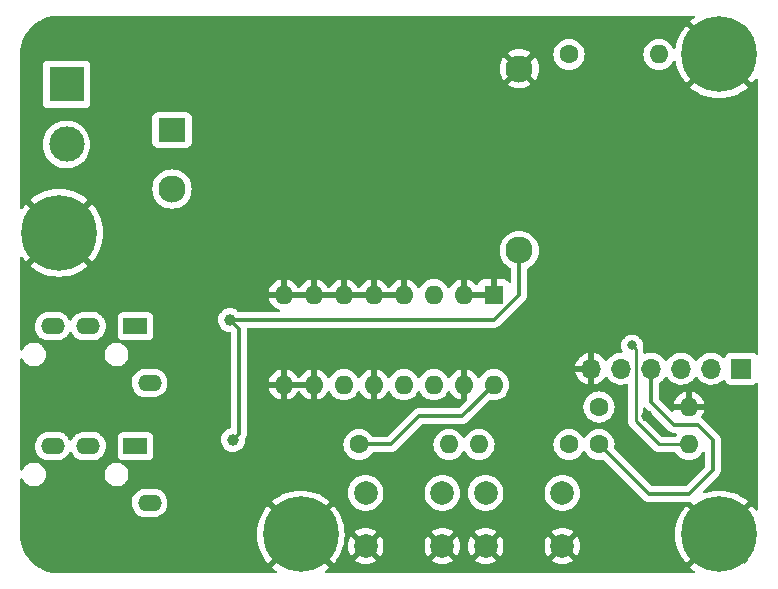
<source format=gbr>
%TF.GenerationSoftware,KiCad,Pcbnew,(6.0.10-0)*%
%TF.CreationDate,2023-01-20T21:59:01-08:00*%
%TF.ProjectId,mains-monitor,6d61696e-732d-46d6-9f6e-69746f722e6b,rev?*%
%TF.SameCoordinates,Original*%
%TF.FileFunction,Copper,L2,Bot*%
%TF.FilePolarity,Positive*%
%FSLAX46Y46*%
G04 Gerber Fmt 4.6, Leading zero omitted, Abs format (unit mm)*
G04 Created by KiCad (PCBNEW (6.0.10-0)) date 2023-01-20 21:59:01*
%MOMM*%
%LPD*%
G01*
G04 APERTURE LIST*
%TA.AperFunction,ComponentPad*%
%ADD10C,2.000000*%
%TD*%
%TA.AperFunction,ComponentPad*%
%ADD11C,0.800000*%
%TD*%
%TA.AperFunction,ComponentPad*%
%ADD12C,6.400000*%
%TD*%
%TA.AperFunction,ComponentPad*%
%ADD13C,1.600000*%
%TD*%
%TA.AperFunction,ComponentPad*%
%ADD14O,1.600000X1.600000*%
%TD*%
%TA.AperFunction,ComponentPad*%
%ADD15R,1.700000X1.700000*%
%TD*%
%TA.AperFunction,ComponentPad*%
%ADD16O,1.700000X1.700000*%
%TD*%
%TA.AperFunction,ComponentPad*%
%ADD17O,2.000000X1.400000*%
%TD*%
%TA.AperFunction,ComponentPad*%
%ADD18R,2.000000X1.400000*%
%TD*%
%TA.AperFunction,ComponentPad*%
%ADD19R,3.000000X3.000000*%
%TD*%
%TA.AperFunction,ComponentPad*%
%ADD20C,3.000000*%
%TD*%
%TA.AperFunction,ComponentPad*%
%ADD21R,1.600000X1.600000*%
%TD*%
%TA.AperFunction,ComponentPad*%
%ADD22R,2.300000X2.000000*%
%TD*%
%TA.AperFunction,ComponentPad*%
%ADD23C,2.300000*%
%TD*%
%TA.AperFunction,ViaPad*%
%ADD24C,1.000000*%
%TD*%
%TA.AperFunction,ViaPad*%
%ADD25C,0.800000*%
%TD*%
%TA.AperFunction,Conductor*%
%ADD26C,0.300000*%
%TD*%
%TA.AperFunction,Conductor*%
%ADD27C,0.250000*%
%TD*%
G04 APERTURE END LIST*
D10*
%TO.P,SW1,1,1*%
%TO.N,/RST*%
X50090000Y-66330000D03*
X56590000Y-66330000D03*
%TO.P,SW1,2,2*%
%TO.N,GND*%
X56590000Y-70830000D03*
X50090000Y-70830000D03*
%TD*%
D11*
%TO.P,H3,1,1*%
%TO.N,GND*%
X78312944Y-71547056D03*
X80010000Y-72250000D03*
X80010000Y-67450000D03*
X81707056Y-68152944D03*
D12*
X80010000Y-69850000D03*
D11*
X77610000Y-69850000D03*
X78312944Y-68152944D03*
X81707056Y-71547056D03*
X82410000Y-69850000D03*
%TD*%
D13*
%TO.P,R11,1*%
%TO.N,+3.3V*%
X67310000Y-29210000D03*
D14*
%TO.P,R11,2*%
%TO.N,/EN*%
X74930000Y-29210000D03*
%TD*%
D11*
%TO.P,H1,1,1*%
%TO.N,GND*%
X22432944Y-42612944D03*
X25827056Y-42612944D03*
X21730000Y-44310000D03*
X26530000Y-44310000D03*
X25827056Y-46007056D03*
X22432944Y-46007056D03*
X24130000Y-41910000D03*
X24130000Y-46710000D03*
D12*
X24130000Y-44310000D03*
%TD*%
D15*
%TO.P,J5,1,Pin_1*%
%TO.N,unconnected-(J5-Pad1)*%
X81890000Y-55805000D03*
D16*
%TO.P,J5,2,Pin_2*%
%TO.N,/SERIAL_RX*%
X79350000Y-55805000D03*
%TO.P,J5,3,Pin_3*%
%TO.N,/SERIAL_TX*%
X76810000Y-55805000D03*
%TO.P,J5,4,Pin_4*%
%TO.N,+3.3V*%
X74270000Y-55805000D03*
%TO.P,J5,5,Pin_5*%
%TO.N,unconnected-(J5-Pad5)*%
X71730000Y-55805000D03*
%TO.P,J5,6,Pin_6*%
%TO.N,GND*%
X69190000Y-55805000D03*
%TD*%
D13*
%TO.P,R13,1*%
%TO.N,/LOW_BOOT*%
X69850000Y-59055000D03*
D14*
%TO.P,R13,2*%
%TO.N,GND*%
X77470000Y-59055000D03*
%TD*%
D17*
%TO.P,J3,R*%
%TO.N,unconnected-(J3-PadR)*%
X26600000Y-62370000D03*
%TO.P,J3,S*%
%TO.N,/CT1_L*%
X31800000Y-67170000D03*
X23600000Y-62370000D03*
D18*
%TO.P,J3,T*%
%TO.N,/CT1_K*%
X30600000Y-62370000D03*
%TD*%
D19*
%TO.P,J1,1,Pin_1*%
%TO.N,/HOT*%
X24765000Y-31750000D03*
D20*
%TO.P,J1,2,Pin_2*%
%TO.N,/COMMON*%
X24765000Y-36830000D03*
%TD*%
D13*
%TO.P,R9,1*%
%TO.N,+3.3V*%
X49530000Y-62230000D03*
D14*
%TO.P,R9,2*%
%TO.N,/RST*%
X57150000Y-62230000D03*
%TD*%
D21*
%TO.P,U1,1,X4*%
%TO.N,GND*%
X60945000Y-49540000D03*
D14*
%TO.P,U1,2,X6*%
X58405000Y-49540000D03*
%TO.P,U1,3,X*%
%TO.N,/SENSE*%
X55865000Y-49540000D03*
%TO.P,U1,4,X7*%
%TO.N,GND*%
X53325000Y-49540000D03*
%TO.P,U1,5,X5*%
X50785000Y-49540000D03*
%TO.P,U1,6,INH*%
X48245000Y-49540000D03*
%TO.P,U1,7,VEE*%
X45705000Y-49540000D03*
%TO.P,U1,8,VSS*%
X43165000Y-49540000D03*
%TO.P,U1,9,C*%
X43165000Y-57160000D03*
%TO.P,U1,10,B*%
X45705000Y-57160000D03*
%TO.P,U1,11,A*%
%TO.N,/SEL*%
X48245000Y-57160000D03*
%TO.P,U1,12,X3*%
%TO.N,GND*%
X50785000Y-57160000D03*
%TO.P,U1,13,X0*%
%TO.N,/CT1_L*%
X53325000Y-57160000D03*
%TO.P,U1,14,X1*%
%TO.N,/CT2_L*%
X55865000Y-57160000D03*
%TO.P,U1,15,X2*%
%TO.N,GND*%
X58405000Y-57160000D03*
%TO.P,U1,16,VDD*%
%TO.N,+3.3V*%
X60945000Y-57160000D03*
%TD*%
D17*
%TO.P,J4,R*%
%TO.N,unconnected-(J4-PadR)*%
X26600000Y-52210000D03*
%TO.P,J4,S*%
%TO.N,/CT2_L*%
X23600000Y-52210000D03*
X31800000Y-57010000D03*
D18*
%TO.P,J4,T*%
%TO.N,/CT2_K*%
X30600000Y-52210000D03*
%TD*%
D13*
%TO.P,R10,1*%
%TO.N,+3.3V*%
X67310000Y-62230000D03*
D14*
%TO.P,R10,2*%
%TO.N,/FLASH*%
X59690000Y-62230000D03*
%TD*%
D13*
%TO.P,R12,1*%
%TO.N,+3.3V*%
X69850000Y-62230000D03*
D14*
%TO.P,R12,2*%
%TO.N,/HI_BOOT*%
X77470000Y-62230000D03*
%TD*%
D10*
%TO.P,SW2,1,1*%
%TO.N,/FLASH*%
X66750000Y-66330000D03*
X60250000Y-66330000D03*
%TO.P,SW2,2,2*%
%TO.N,GND*%
X66750000Y-70830000D03*
X60250000Y-70830000D03*
%TD*%
D11*
%TO.P,H2,1,1*%
%TO.N,GND*%
X42892944Y-68152944D03*
X44590000Y-67450000D03*
X44590000Y-72250000D03*
X46287056Y-71547056D03*
X46287056Y-68152944D03*
X42892944Y-71547056D03*
D12*
X44590000Y-69850000D03*
D11*
X42190000Y-69850000D03*
X46990000Y-69850000D03*
%TD*%
D22*
%TO.P,PS1,1,AC/L*%
%TO.N,/HOT*%
X33697500Y-35600000D03*
D23*
%TO.P,PS1,2,AC/N*%
%TO.N,/COMMON*%
X33697500Y-40600000D03*
%TO.P,PS1,3,-Vout*%
%TO.N,GND*%
X63097500Y-30400000D03*
%TO.P,PS1,4,+Vout*%
%TO.N,+3.3V*%
X63097500Y-45800000D03*
%TD*%
D11*
%TO.P,H4,1,1*%
%TO.N,GND*%
X78312944Y-30907056D03*
X78312944Y-27512944D03*
X80010000Y-31610000D03*
D12*
X80010000Y-29210000D03*
D11*
X81707056Y-30907056D03*
X81707056Y-27512944D03*
X80010000Y-26810000D03*
X82410000Y-29210000D03*
X77610000Y-29210000D03*
%TD*%
D24*
%TO.N,GND*%
X32004000Y-27813000D03*
X37592000Y-50673000D03*
X55118000Y-62865000D03*
X78740000Y-41783000D03*
X32004000Y-46863000D03*
X49276000Y-32893000D03*
X50038000Y-53975000D03*
X82042000Y-43815000D03*
X65024000Y-67691000D03*
X31750000Y-49657000D03*
X61468000Y-43815000D03*
X64262000Y-38227000D03*
X41148000Y-60833000D03*
X74676000Y-32385000D03*
X40640000Y-30353000D03*
X22352000Y-56769000D03*
X45720000Y-60833000D03*
X40640000Y-46863000D03*
X36322000Y-32893000D03*
X81026000Y-40767000D03*
X39624000Y-71501000D03*
X71628000Y-61341000D03*
X55626000Y-53975000D03*
X61976000Y-67691000D03*
X40640000Y-65405000D03*
X76454000Y-34417000D03*
X27432000Y-69469000D03*
X57912000Y-35433000D03*
X43180000Y-60833000D03*
X40640000Y-35433000D03*
X73914000Y-59817000D03*
X72390000Y-43815000D03*
X44958000Y-41021000D03*
X64262000Y-40767000D03*
X57912000Y-43815000D03*
X65532000Y-53340000D03*
X52832000Y-53213000D03*
X53594000Y-38227000D03*
X40640000Y-43815000D03*
X57912000Y-41021000D03*
X51562000Y-59309000D03*
X61468000Y-41021000D03*
X58420000Y-64389000D03*
X54356000Y-55245000D03*
X61468000Y-32639000D03*
X78994000Y-45339000D03*
X53594000Y-35433000D03*
X49276000Y-41021000D03*
X44958000Y-46863000D03*
X41402000Y-58039000D03*
X32004000Y-30353000D03*
X40894000Y-54991000D03*
X62230000Y-62357000D03*
X49276000Y-27813000D03*
X31750000Y-59817000D03*
X36322000Y-46863000D03*
X58166000Y-53213000D03*
X54864000Y-67691000D03*
X43180000Y-63119000D03*
X36322000Y-38227000D03*
X40640000Y-38227000D03*
X32004000Y-43815000D03*
X74676000Y-34417000D03*
X40640000Y-32893000D03*
X76962000Y-64643000D03*
X78740000Y-39243000D03*
X38100000Y-68580000D03*
X54610000Y-58547000D03*
X36322000Y-43815000D03*
X61468000Y-38227000D03*
X75692000Y-39243000D03*
X49276000Y-30353000D03*
X49784000Y-59309000D03*
X31750000Y-69469000D03*
X67056000Y-31496000D03*
X75692000Y-45339000D03*
X53594000Y-46863000D03*
X38100000Y-58420000D03*
X44958000Y-43815000D03*
X40640000Y-41021000D03*
X22606000Y-69469000D03*
X45974000Y-65151000D03*
X61468000Y-35433000D03*
X57912000Y-32893000D03*
X47752000Y-52959000D03*
X64262000Y-43561000D03*
X22352000Y-59563000D03*
X71628000Y-58293000D03*
X44958000Y-35433000D03*
X40640000Y-27813000D03*
X57912000Y-46863000D03*
X73406000Y-40767000D03*
X66548000Y-57531000D03*
X44958000Y-32893000D03*
X36322000Y-41021000D03*
X44958000Y-27813000D03*
X53594000Y-43815000D03*
X27178000Y-59563000D03*
X36830000Y-72263000D03*
X72644000Y-32385000D03*
X53594000Y-32893000D03*
X22098000Y-49657000D03*
X36322000Y-27813000D03*
X49276000Y-46863000D03*
X64770000Y-62357000D03*
X46990000Y-55245000D03*
X36322000Y-30353000D03*
X75692000Y-41783000D03*
X26924000Y-49657000D03*
X73406000Y-67945000D03*
X62230000Y-60071000D03*
X53594000Y-41021000D03*
X31750000Y-64643000D03*
X57912000Y-30353000D03*
X49276000Y-43815000D03*
X22606000Y-66675000D03*
X37592000Y-60960000D03*
X49276000Y-35433000D03*
X31750000Y-54483000D03*
X72644000Y-34163000D03*
X47244000Y-63627000D03*
X44958000Y-30353000D03*
X49276000Y-38227000D03*
X58420000Y-54991000D03*
X53594000Y-27813000D03*
X33782000Y-70993000D03*
X70866000Y-66167000D03*
X57912000Y-38227000D03*
X73660000Y-63373000D03*
X44958000Y-38227000D03*
X53594000Y-30353000D03*
X36322000Y-35433000D03*
X51816000Y-67691000D03*
X52070000Y-55245000D03*
%TO.N,+3.3V*%
X38862000Y-61849000D03*
X38608000Y-51689000D03*
D25*
%TO.N,/HI_BOOT*%
X72644000Y-53848000D03*
%TD*%
D26*
%TO.N,+3.3V*%
X49530000Y-62230000D02*
X52197000Y-62230000D01*
X63097500Y-49551500D02*
X63097500Y-45800000D01*
X74041000Y-66421000D02*
X77470000Y-66421000D01*
X77470000Y-66421000D02*
X79502000Y-64389000D01*
X58288000Y-59817000D02*
X60945000Y-57160000D01*
X39370000Y-52451000D02*
X38608000Y-51689000D01*
X69850000Y-62230000D02*
X74041000Y-66421000D01*
X52197000Y-62230000D02*
X54610000Y-59817000D01*
X39370000Y-61341000D02*
X39370000Y-52451000D01*
X60960000Y-51689000D02*
X63097500Y-49551500D01*
X76200000Y-60579000D02*
X74270000Y-58649000D01*
X79502000Y-64389000D02*
X79502000Y-61849000D01*
X78232000Y-60579000D02*
X76200000Y-60579000D01*
X38608000Y-51689000D02*
X60960000Y-51689000D01*
X54610000Y-59817000D02*
X58288000Y-59817000D01*
X38862000Y-61849000D02*
X39370000Y-61341000D01*
X79502000Y-61849000D02*
X78232000Y-60579000D01*
X74270000Y-58649000D02*
X74270000Y-55805000D01*
D27*
%TO.N,/HI_BOOT*%
X72644000Y-53848000D02*
X72957646Y-54161646D01*
X72957646Y-54161646D02*
X72957646Y-60257646D01*
X72957646Y-60257646D02*
X74930000Y-62230000D01*
X74930000Y-62230000D02*
X77470000Y-62230000D01*
%TD*%
%TA.AperFunction,Conductor*%
%TO.N,GND*%
G36*
X77928437Y-25928502D02*
G01*
X77974930Y-25982158D01*
X77985034Y-26052432D01*
X77955540Y-26117012D01*
X77928940Y-26140173D01*
X77830265Y-26204253D01*
X77824939Y-26208123D01*
X77586165Y-26401478D01*
X77577700Y-26413733D01*
X77584034Y-26424824D01*
X82794310Y-31635100D01*
X82807386Y-31642241D01*
X82817753Y-31634784D01*
X83011877Y-31395061D01*
X83015747Y-31389735D01*
X83079827Y-31291060D01*
X83133704Y-31244823D01*
X83204025Y-31235053D01*
X83268465Y-31264853D01*
X83306564Y-31324761D01*
X83311500Y-31359684D01*
X83311500Y-54497587D01*
X83291498Y-54565708D01*
X83237842Y-54612201D01*
X83167568Y-54622305D01*
X83104625Y-54593558D01*
X83103261Y-54591739D01*
X82986705Y-54504385D01*
X82850316Y-54453255D01*
X82788134Y-54446500D01*
X80991866Y-54446500D01*
X80929684Y-54453255D01*
X80793295Y-54504385D01*
X80676739Y-54591739D01*
X80589385Y-54708295D01*
X80586233Y-54716703D01*
X80544919Y-54826907D01*
X80502277Y-54883671D01*
X80435716Y-54908371D01*
X80366367Y-54893163D01*
X80333743Y-54867476D01*
X80283151Y-54811875D01*
X80283142Y-54811866D01*
X80279670Y-54808051D01*
X80275619Y-54804852D01*
X80275615Y-54804848D01*
X80108414Y-54672800D01*
X80108410Y-54672798D01*
X80104359Y-54669598D01*
X80068028Y-54649542D01*
X80020316Y-54623204D01*
X79908789Y-54561638D01*
X79903920Y-54559914D01*
X79903916Y-54559912D01*
X79703087Y-54488795D01*
X79703083Y-54488794D01*
X79698212Y-54487069D01*
X79693119Y-54486162D01*
X79693116Y-54486161D01*
X79483373Y-54448800D01*
X79483367Y-54448799D01*
X79478284Y-54447894D01*
X79404452Y-54446992D01*
X79260081Y-54445228D01*
X79260079Y-54445228D01*
X79254911Y-54445165D01*
X79034091Y-54478955D01*
X78821756Y-54548357D01*
X78623607Y-54651507D01*
X78619474Y-54654610D01*
X78619471Y-54654612D01*
X78449100Y-54782530D01*
X78444965Y-54785635D01*
X78412457Y-54819653D01*
X78351280Y-54883671D01*
X78290629Y-54947138D01*
X78183201Y-55104621D01*
X78128293Y-55149621D01*
X78057768Y-55157792D01*
X77994021Y-55126538D01*
X77973324Y-55102054D01*
X77892822Y-54977617D01*
X77892820Y-54977614D01*
X77890014Y-54973277D01*
X77739670Y-54808051D01*
X77735619Y-54804852D01*
X77735615Y-54804848D01*
X77568414Y-54672800D01*
X77568410Y-54672798D01*
X77564359Y-54669598D01*
X77528028Y-54649542D01*
X77480316Y-54623204D01*
X77368789Y-54561638D01*
X77363920Y-54559914D01*
X77363916Y-54559912D01*
X77163087Y-54488795D01*
X77163083Y-54488794D01*
X77158212Y-54487069D01*
X77153119Y-54486162D01*
X77153116Y-54486161D01*
X76943373Y-54448800D01*
X76943367Y-54448799D01*
X76938284Y-54447894D01*
X76864452Y-54446992D01*
X76720081Y-54445228D01*
X76720079Y-54445228D01*
X76714911Y-54445165D01*
X76494091Y-54478955D01*
X76281756Y-54548357D01*
X76083607Y-54651507D01*
X76079474Y-54654610D01*
X76079471Y-54654612D01*
X75909100Y-54782530D01*
X75904965Y-54785635D01*
X75872457Y-54819653D01*
X75811280Y-54883671D01*
X75750629Y-54947138D01*
X75643201Y-55104621D01*
X75588293Y-55149621D01*
X75517768Y-55157792D01*
X75454021Y-55126538D01*
X75433324Y-55102054D01*
X75352822Y-54977617D01*
X75352820Y-54977614D01*
X75350014Y-54973277D01*
X75199670Y-54808051D01*
X75195619Y-54804852D01*
X75195615Y-54804848D01*
X75028414Y-54672800D01*
X75028410Y-54672798D01*
X75024359Y-54669598D01*
X74988028Y-54649542D01*
X74940316Y-54623204D01*
X74828789Y-54561638D01*
X74823920Y-54559914D01*
X74823916Y-54559912D01*
X74623087Y-54488795D01*
X74623083Y-54488794D01*
X74618212Y-54487069D01*
X74613119Y-54486162D01*
X74613116Y-54486161D01*
X74403373Y-54448800D01*
X74403367Y-54448799D01*
X74398284Y-54447894D01*
X74324452Y-54446992D01*
X74180081Y-54445228D01*
X74180079Y-54445228D01*
X74174911Y-54445165D01*
X73954091Y-54478955D01*
X73861554Y-54509201D01*
X73756291Y-54543606D01*
X73685327Y-54545757D01*
X73624465Y-54509201D01*
X73593029Y-54445543D01*
X73591146Y-54423841D01*
X73591146Y-54240409D01*
X73591673Y-54229225D01*
X73593347Y-54221737D01*
X73591208Y-54153678D01*
X73591146Y-54149721D01*
X73591146Y-54121790D01*
X73590640Y-54117784D01*
X73589707Y-54105938D01*
X73588568Y-54069683D01*
X73588319Y-54061756D01*
X73582668Y-54042304D01*
X73578660Y-54022952D01*
X73577114Y-54010714D01*
X73577113Y-54010712D01*
X73576120Y-54002849D01*
X73559941Y-53961986D01*
X73551783Y-53902432D01*
X73556814Y-53854565D01*
X73557504Y-53848000D01*
X73539696Y-53678567D01*
X73538232Y-53664635D01*
X73538232Y-53664633D01*
X73537542Y-53658072D01*
X73478527Y-53476444D01*
X73383040Y-53311056D01*
X73353855Y-53278642D01*
X73259675Y-53174045D01*
X73259674Y-53174044D01*
X73255253Y-53169134D01*
X73100752Y-53056882D01*
X73094724Y-53054198D01*
X73094722Y-53054197D01*
X72932319Y-52981891D01*
X72932318Y-52981891D01*
X72926288Y-52979206D01*
X72827153Y-52958134D01*
X72745944Y-52940872D01*
X72745939Y-52940872D01*
X72739487Y-52939500D01*
X72548513Y-52939500D01*
X72542061Y-52940872D01*
X72542056Y-52940872D01*
X72460847Y-52958134D01*
X72361712Y-52979206D01*
X72355682Y-52981891D01*
X72355681Y-52981891D01*
X72193278Y-53054197D01*
X72193276Y-53054198D01*
X72187248Y-53056882D01*
X72032747Y-53169134D01*
X72028326Y-53174044D01*
X72028325Y-53174045D01*
X71934146Y-53278642D01*
X71904960Y-53311056D01*
X71809473Y-53476444D01*
X71750458Y-53658072D01*
X71749768Y-53664633D01*
X71749768Y-53664635D01*
X71748304Y-53678567D01*
X71730496Y-53848000D01*
X71731186Y-53854565D01*
X71745997Y-53995480D01*
X71750458Y-54037928D01*
X71809473Y-54219556D01*
X71812777Y-54225278D01*
X71812778Y-54225281D01*
X71831218Y-54257219D01*
X71847957Y-54326214D01*
X71824738Y-54393306D01*
X71768931Y-54437194D01*
X71720561Y-54446211D01*
X71640081Y-54445228D01*
X71640079Y-54445228D01*
X71634911Y-54445165D01*
X71414091Y-54478955D01*
X71201756Y-54548357D01*
X71003607Y-54651507D01*
X70999474Y-54654610D01*
X70999471Y-54654612D01*
X70829100Y-54782530D01*
X70824965Y-54785635D01*
X70792457Y-54819653D01*
X70731280Y-54883671D01*
X70670629Y-54947138D01*
X70667720Y-54951403D01*
X70667714Y-54951411D01*
X70636742Y-54996814D01*
X70563204Y-55104618D01*
X70562898Y-55105066D01*
X70507987Y-55150069D01*
X70437462Y-55158240D01*
X70373715Y-55126986D01*
X70353018Y-55102502D01*
X70272426Y-54977926D01*
X70266136Y-54969757D01*
X70122806Y-54812240D01*
X70115273Y-54805215D01*
X69948139Y-54673222D01*
X69939552Y-54667517D01*
X69753117Y-54564599D01*
X69743705Y-54560369D01*
X69542959Y-54489280D01*
X69532988Y-54486646D01*
X69461837Y-54473972D01*
X69448540Y-54475432D01*
X69444000Y-54489989D01*
X69444000Y-57123517D01*
X69448064Y-57137359D01*
X69461478Y-57139393D01*
X69468184Y-57138534D01*
X69478262Y-57136392D01*
X69682255Y-57075191D01*
X69691842Y-57071433D01*
X69883095Y-56977739D01*
X69891945Y-56972464D01*
X70065328Y-56848792D01*
X70073200Y-56842139D01*
X70224052Y-56691812D01*
X70230730Y-56683965D01*
X70358022Y-56506819D01*
X70359279Y-56507722D01*
X70406373Y-56464362D01*
X70476311Y-56452145D01*
X70541751Y-56479678D01*
X70569579Y-56511511D01*
X70629987Y-56610088D01*
X70776250Y-56778938D01*
X70948126Y-56921632D01*
X71141000Y-57034338D01*
X71145825Y-57036180D01*
X71145826Y-57036181D01*
X71162390Y-57042506D01*
X71349692Y-57114030D01*
X71354760Y-57115061D01*
X71354763Y-57115062D01*
X71449862Y-57134410D01*
X71568597Y-57158567D01*
X71573772Y-57158757D01*
X71573774Y-57158757D01*
X71786673Y-57166564D01*
X71786677Y-57166564D01*
X71791837Y-57166753D01*
X71796957Y-57166097D01*
X71796959Y-57166097D01*
X72008288Y-57139025D01*
X72008289Y-57139025D01*
X72013416Y-57138368D01*
X72018366Y-57136883D01*
X72161938Y-57093809D01*
X72232934Y-57093393D01*
X72292884Y-57131425D01*
X72322756Y-57195831D01*
X72324146Y-57214495D01*
X72324146Y-60178879D01*
X72323619Y-60190062D01*
X72321944Y-60197555D01*
X72322193Y-60205481D01*
X72322193Y-60205482D01*
X72324084Y-60265632D01*
X72324146Y-60269591D01*
X72324146Y-60297502D01*
X72324643Y-60301436D01*
X72324643Y-60301437D01*
X72324651Y-60301502D01*
X72325584Y-60313339D01*
X72326973Y-60357535D01*
X72332624Y-60376985D01*
X72336633Y-60396346D01*
X72339172Y-60416443D01*
X72342091Y-60423814D01*
X72342091Y-60423816D01*
X72355450Y-60457558D01*
X72359295Y-60468788D01*
X72361837Y-60477539D01*
X72371628Y-60511239D01*
X72375661Y-60518058D01*
X72375663Y-60518063D01*
X72381939Y-60528674D01*
X72390634Y-60546422D01*
X72398094Y-60565263D01*
X72402756Y-60571679D01*
X72402756Y-60571680D01*
X72424082Y-60601033D01*
X72430598Y-60610953D01*
X72453104Y-60649008D01*
X72467425Y-60663329D01*
X72480265Y-60678362D01*
X72492174Y-60694753D01*
X72498280Y-60699804D01*
X72526251Y-60722944D01*
X72535030Y-60730934D01*
X74426348Y-62622253D01*
X74433888Y-62630539D01*
X74438000Y-62637018D01*
X74443777Y-62642443D01*
X74487651Y-62683643D01*
X74490493Y-62686398D01*
X74510230Y-62706135D01*
X74513427Y-62708615D01*
X74522447Y-62716318D01*
X74554679Y-62746586D01*
X74561625Y-62750405D01*
X74561628Y-62750407D01*
X74572434Y-62756348D01*
X74588953Y-62767199D01*
X74604959Y-62779614D01*
X74612228Y-62782759D01*
X74612232Y-62782762D01*
X74645537Y-62797174D01*
X74656187Y-62802391D01*
X74694940Y-62823695D01*
X74702615Y-62825666D01*
X74702616Y-62825666D01*
X74714562Y-62828733D01*
X74733267Y-62835137D01*
X74751855Y-62843181D01*
X74759678Y-62844420D01*
X74759688Y-62844423D01*
X74795524Y-62850099D01*
X74807144Y-62852505D01*
X74842289Y-62861528D01*
X74849970Y-62863500D01*
X74870224Y-62863500D01*
X74889934Y-62865051D01*
X74909943Y-62868220D01*
X74917835Y-62867474D01*
X74953961Y-62864059D01*
X74965819Y-62863500D01*
X76250606Y-62863500D01*
X76318727Y-62883502D01*
X76353819Y-62917229D01*
X76425895Y-63020164D01*
X76463802Y-63074300D01*
X76625700Y-63236198D01*
X76630208Y-63239355D01*
X76630211Y-63239357D01*
X76708389Y-63294098D01*
X76813251Y-63367523D01*
X76818233Y-63369846D01*
X76818238Y-63369849D01*
X76997047Y-63453228D01*
X77020757Y-63464284D01*
X77026065Y-63465706D01*
X77026067Y-63465707D01*
X77236598Y-63522119D01*
X77236600Y-63522119D01*
X77241913Y-63523543D01*
X77470000Y-63543498D01*
X77698087Y-63523543D01*
X77703400Y-63522119D01*
X77703402Y-63522119D01*
X77913933Y-63465707D01*
X77913935Y-63465706D01*
X77919243Y-63464284D01*
X77942953Y-63453228D01*
X78121762Y-63369849D01*
X78121767Y-63369846D01*
X78126749Y-63367523D01*
X78231611Y-63294098D01*
X78309789Y-63239357D01*
X78309792Y-63239355D01*
X78314300Y-63236198D01*
X78476198Y-63074300D01*
X78607523Y-62886749D01*
X78608889Y-62883820D01*
X78659766Y-62835310D01*
X78729480Y-62821876D01*
X78795390Y-62848264D01*
X78836571Y-62906097D01*
X78843500Y-62947305D01*
X78843500Y-64064050D01*
X78823498Y-64132171D01*
X78806595Y-64153145D01*
X77234145Y-65725595D01*
X77171833Y-65759621D01*
X77145050Y-65762500D01*
X74365950Y-65762500D01*
X74297829Y-65742498D01*
X74276855Y-65725595D01*
X71166624Y-62615364D01*
X71132598Y-62553052D01*
X71134012Y-62493659D01*
X71142118Y-62463405D01*
X71142119Y-62463402D01*
X71143543Y-62458087D01*
X71163498Y-62230000D01*
X71143543Y-62001913D01*
X71138470Y-61982980D01*
X71085707Y-61786067D01*
X71085706Y-61786065D01*
X71084284Y-61780757D01*
X71080859Y-61773411D01*
X70989849Y-61578238D01*
X70989846Y-61578233D01*
X70987523Y-61573251D01*
X70895755Y-61442193D01*
X70859357Y-61390211D01*
X70859355Y-61390208D01*
X70856198Y-61385700D01*
X70694300Y-61223802D01*
X70689792Y-61220645D01*
X70689789Y-61220643D01*
X70570558Y-61137157D01*
X70506749Y-61092477D01*
X70501767Y-61090154D01*
X70501762Y-61090151D01*
X70304225Y-60998039D01*
X70304224Y-60998039D01*
X70299243Y-60995716D01*
X70293935Y-60994294D01*
X70293933Y-60994293D01*
X70083402Y-60937881D01*
X70083400Y-60937881D01*
X70078087Y-60936457D01*
X69850000Y-60916502D01*
X69621913Y-60936457D01*
X69616600Y-60937881D01*
X69616598Y-60937881D01*
X69406067Y-60994293D01*
X69406065Y-60994294D01*
X69400757Y-60995716D01*
X69395776Y-60998039D01*
X69395775Y-60998039D01*
X69198238Y-61090151D01*
X69198233Y-61090154D01*
X69193251Y-61092477D01*
X69129442Y-61137157D01*
X69010211Y-61220643D01*
X69010208Y-61220645D01*
X69005700Y-61223802D01*
X68843802Y-61385700D01*
X68840645Y-61390208D01*
X68840643Y-61390211D01*
X68804245Y-61442193D01*
X68712477Y-61573251D01*
X68710154Y-61578233D01*
X68710151Y-61578238D01*
X68694195Y-61612457D01*
X68647278Y-61665742D01*
X68579001Y-61685203D01*
X68511041Y-61664661D01*
X68465805Y-61612457D01*
X68449849Y-61578238D01*
X68449846Y-61578233D01*
X68447523Y-61573251D01*
X68355755Y-61442193D01*
X68319357Y-61390211D01*
X68319355Y-61390208D01*
X68316198Y-61385700D01*
X68154300Y-61223802D01*
X68149792Y-61220645D01*
X68149789Y-61220643D01*
X68030558Y-61137157D01*
X67966749Y-61092477D01*
X67961767Y-61090154D01*
X67961762Y-61090151D01*
X67764225Y-60998039D01*
X67764224Y-60998039D01*
X67759243Y-60995716D01*
X67753935Y-60994294D01*
X67753933Y-60994293D01*
X67543402Y-60937881D01*
X67543400Y-60937881D01*
X67538087Y-60936457D01*
X67310000Y-60916502D01*
X67081913Y-60936457D01*
X67076600Y-60937881D01*
X67076598Y-60937881D01*
X66866067Y-60994293D01*
X66866065Y-60994294D01*
X66860757Y-60995716D01*
X66855776Y-60998039D01*
X66855775Y-60998039D01*
X66658238Y-61090151D01*
X66658233Y-61090154D01*
X66653251Y-61092477D01*
X66589442Y-61137157D01*
X66470211Y-61220643D01*
X66470208Y-61220645D01*
X66465700Y-61223802D01*
X66303802Y-61385700D01*
X66300645Y-61390208D01*
X66300643Y-61390211D01*
X66264245Y-61442193D01*
X66172477Y-61573251D01*
X66170154Y-61578233D01*
X66170151Y-61578238D01*
X66079141Y-61773411D01*
X66075716Y-61780757D01*
X66074294Y-61786065D01*
X66074293Y-61786067D01*
X66021530Y-61982980D01*
X66016457Y-62001913D01*
X65996502Y-62230000D01*
X66016457Y-62458087D01*
X66017881Y-62463400D01*
X66017881Y-62463402D01*
X66061888Y-62627635D01*
X66075716Y-62679243D01*
X66078039Y-62684224D01*
X66078039Y-62684225D01*
X66170151Y-62881762D01*
X66170154Y-62881767D01*
X66172477Y-62886749D01*
X66303802Y-63074300D01*
X66465700Y-63236198D01*
X66470208Y-63239355D01*
X66470211Y-63239357D01*
X66548389Y-63294098D01*
X66653251Y-63367523D01*
X66658233Y-63369846D01*
X66658238Y-63369849D01*
X66837047Y-63453228D01*
X66860757Y-63464284D01*
X66866065Y-63465706D01*
X66866067Y-63465707D01*
X67076598Y-63522119D01*
X67076600Y-63522119D01*
X67081913Y-63523543D01*
X67310000Y-63543498D01*
X67538087Y-63523543D01*
X67543400Y-63522119D01*
X67543402Y-63522119D01*
X67753933Y-63465707D01*
X67753935Y-63465706D01*
X67759243Y-63464284D01*
X67782953Y-63453228D01*
X67961762Y-63369849D01*
X67961767Y-63369846D01*
X67966749Y-63367523D01*
X68071611Y-63294098D01*
X68149789Y-63239357D01*
X68149792Y-63239355D01*
X68154300Y-63236198D01*
X68316198Y-63074300D01*
X68447523Y-62886749D01*
X68449846Y-62881767D01*
X68449849Y-62881762D01*
X68465805Y-62847543D01*
X68512722Y-62794258D01*
X68580999Y-62774797D01*
X68648959Y-62795339D01*
X68694195Y-62847543D01*
X68710151Y-62881762D01*
X68710154Y-62881767D01*
X68712477Y-62886749D01*
X68843802Y-63074300D01*
X69005700Y-63236198D01*
X69010208Y-63239355D01*
X69010211Y-63239357D01*
X69088389Y-63294098D01*
X69193251Y-63367523D01*
X69198233Y-63369846D01*
X69198238Y-63369849D01*
X69377047Y-63453228D01*
X69400757Y-63464284D01*
X69406065Y-63465706D01*
X69406067Y-63465707D01*
X69616598Y-63522119D01*
X69616600Y-63522119D01*
X69621913Y-63523543D01*
X69850000Y-63543498D01*
X70078087Y-63523543D01*
X70085766Y-63521485D01*
X70113659Y-63514012D01*
X70184635Y-63515702D01*
X70235364Y-63546624D01*
X73517345Y-66828605D01*
X73525335Y-66837385D01*
X73529584Y-66844080D01*
X73535362Y-66849506D01*
X73535363Y-66849507D01*
X73581257Y-66892604D01*
X73584099Y-66895359D01*
X73604667Y-66915927D01*
X73608170Y-66918644D01*
X73617195Y-66926352D01*
X73650867Y-66957972D01*
X73657818Y-66961793D01*
X73657819Y-66961794D01*
X73669658Y-66968303D01*
X73686182Y-66979157D01*
X73696271Y-66986982D01*
X73703132Y-66992304D01*
X73710404Y-66995451D01*
X73710406Y-66995452D01*
X73745535Y-67010654D01*
X73756195Y-67015876D01*
X73782150Y-67030145D01*
X73796663Y-67038124D01*
X73817441Y-67043459D01*
X73836131Y-67049858D01*
X73855824Y-67058380D01*
X73890563Y-67063882D01*
X73901448Y-67065606D01*
X73913071Y-67068013D01*
X73941072Y-67075202D01*
X73957812Y-67079500D01*
X73979259Y-67079500D01*
X73998969Y-67081051D01*
X74020152Y-67084406D01*
X74066141Y-67080059D01*
X74077996Y-67079500D01*
X77387944Y-67079500D01*
X77399800Y-67080059D01*
X77399803Y-67080059D01*
X77407537Y-67081788D01*
X77478369Y-67079562D01*
X77482327Y-67079500D01*
X77511432Y-67079500D01*
X77515832Y-67078944D01*
X77527671Y-67078012D01*
X77531875Y-67077880D01*
X77540612Y-67077606D01*
X77609327Y-67095462D01*
X77633659Y-67114449D01*
X79997188Y-69477978D01*
X80011132Y-69485592D01*
X80012965Y-69485461D01*
X80019580Y-69481210D01*
X82435100Y-67065690D01*
X82442241Y-67052614D01*
X82434784Y-67042247D01*
X82195065Y-66848126D01*
X82189728Y-66844249D01*
X81869315Y-66636170D01*
X81863606Y-66632873D01*
X81523189Y-66459422D01*
X81517164Y-66456740D01*
X81160498Y-66319829D01*
X81154216Y-66317788D01*
X80785184Y-66218906D01*
X80778734Y-66217535D01*
X80401371Y-66157766D01*
X80394833Y-66157080D01*
X80013301Y-66137084D01*
X80006699Y-66137084D01*
X79625167Y-66157080D01*
X79618629Y-66157766D01*
X79241266Y-66217535D01*
X79234816Y-66218906D01*
X78865784Y-66317788D01*
X78859502Y-66319829D01*
X78833378Y-66329857D01*
X78762613Y-66335596D01*
X78699980Y-66302165D01*
X78665364Y-66240179D01*
X78669755Y-66169319D01*
X78699129Y-66123131D01*
X79909605Y-64912655D01*
X79918385Y-64904665D01*
X79918387Y-64904663D01*
X79925080Y-64900416D01*
X79935106Y-64889740D01*
X79973604Y-64848743D01*
X79976359Y-64845901D01*
X79996927Y-64825333D01*
X79999647Y-64821826D01*
X80007353Y-64812804D01*
X80033544Y-64784913D01*
X80038972Y-64779133D01*
X80044507Y-64769065D01*
X80049303Y-64760342D01*
X80060157Y-64743818D01*
X80068445Y-64733132D01*
X80073304Y-64726868D01*
X80076452Y-64719594D01*
X80091654Y-64684465D01*
X80096876Y-64673805D01*
X80115305Y-64640284D01*
X80115306Y-64640282D01*
X80119124Y-64633337D01*
X80124459Y-64612559D01*
X80130858Y-64593869D01*
X80139380Y-64574176D01*
X80146606Y-64528552D01*
X80149013Y-64516929D01*
X80158528Y-64479868D01*
X80160500Y-64472188D01*
X80160500Y-64450741D01*
X80162051Y-64431031D01*
X80164166Y-64417677D01*
X80165406Y-64409848D01*
X80161059Y-64363859D01*
X80160500Y-64352004D01*
X80160500Y-61931056D01*
X80161059Y-61919200D01*
X80161059Y-61919197D01*
X80162788Y-61911463D01*
X80160562Y-61840631D01*
X80160500Y-61836673D01*
X80160500Y-61807568D01*
X80159944Y-61803168D01*
X80159012Y-61791330D01*
X80158524Y-61775775D01*
X80157562Y-61745169D01*
X80151580Y-61724579D01*
X80147570Y-61705216D01*
X80145875Y-61691796D01*
X80145875Y-61691795D01*
X80144882Y-61683936D01*
X80141966Y-61676571D01*
X80141965Y-61676567D01*
X80127874Y-61640979D01*
X80124035Y-61629769D01*
X80111145Y-61585400D01*
X80100229Y-61566943D01*
X80091534Y-61549193D01*
X80083635Y-61529244D01*
X80075719Y-61518348D01*
X80056477Y-61491864D01*
X80049960Y-61481943D01*
X80026452Y-61442193D01*
X80011291Y-61427032D01*
X79998449Y-61411997D01*
X79991725Y-61402742D01*
X79985841Y-61394643D01*
X79950242Y-61365193D01*
X79941463Y-61357204D01*
X78755655Y-60171396D01*
X78747663Y-60162613D01*
X78747663Y-60162612D01*
X78743416Y-60155920D01*
X78691741Y-60107394D01*
X78688900Y-60104640D01*
X78668333Y-60084073D01*
X78664826Y-60081353D01*
X78655804Y-60073647D01*
X78627913Y-60047456D01*
X78622133Y-60042028D01*
X78615181Y-60038206D01*
X78603342Y-60031697D01*
X78586818Y-60020843D01*
X78576135Y-60012557D01*
X78576134Y-60012556D01*
X78569868Y-60007696D01*
X78565206Y-60005679D01*
X78517618Y-59954710D01*
X78504913Y-59884860D01*
X78526997Y-59825880D01*
X78603931Y-59716007D01*
X78609414Y-59706511D01*
X78701490Y-59509053D01*
X78705236Y-59498761D01*
X78751394Y-59326497D01*
X78751058Y-59312401D01*
X78743116Y-59309000D01*
X76202033Y-59309000D01*
X76188502Y-59312973D01*
X76183917Y-59344864D01*
X76179729Y-59344262D01*
X76177187Y-59374668D01*
X76133960Y-59430988D01*
X76067147Y-59454998D01*
X75997959Y-59439074D01*
X75970574Y-59418315D01*
X75693931Y-59141671D01*
X75335763Y-58783503D01*
X76188606Y-58783503D01*
X76188942Y-58797599D01*
X76196884Y-58801000D01*
X77197885Y-58801000D01*
X77213124Y-58796525D01*
X77214329Y-58795135D01*
X77216000Y-58787452D01*
X77216000Y-58782885D01*
X77724000Y-58782885D01*
X77728475Y-58798124D01*
X77729865Y-58799329D01*
X77737548Y-58801000D01*
X78737967Y-58801000D01*
X78751498Y-58797027D01*
X78752727Y-58788478D01*
X78705236Y-58611239D01*
X78701490Y-58600947D01*
X78609414Y-58403489D01*
X78603931Y-58393993D01*
X78478972Y-58215533D01*
X78471916Y-58207125D01*
X78317875Y-58053084D01*
X78309467Y-58046028D01*
X78131007Y-57921069D01*
X78121511Y-57915586D01*
X77924053Y-57823510D01*
X77913761Y-57819764D01*
X77741497Y-57773606D01*
X77727401Y-57773942D01*
X77724000Y-57781884D01*
X77724000Y-58782885D01*
X77216000Y-58782885D01*
X77216000Y-57787033D01*
X77212027Y-57773502D01*
X77203478Y-57772273D01*
X77026239Y-57819764D01*
X77015947Y-57823510D01*
X76818489Y-57915586D01*
X76808993Y-57921069D01*
X76630533Y-58046028D01*
X76622125Y-58053084D01*
X76468084Y-58207125D01*
X76461028Y-58215533D01*
X76336069Y-58393993D01*
X76330586Y-58403489D01*
X76238510Y-58600947D01*
X76234764Y-58611239D01*
X76188606Y-58783503D01*
X75335763Y-58783503D01*
X74965405Y-58413145D01*
X74931379Y-58350833D01*
X74928500Y-58324050D01*
X74928500Y-57068961D01*
X74948502Y-57000840D01*
X74981332Y-56966382D01*
X75149860Y-56846173D01*
X75157711Y-56838350D01*
X75244124Y-56752238D01*
X75308096Y-56688489D01*
X75375093Y-56595253D01*
X75438453Y-56507077D01*
X75439776Y-56508028D01*
X75486645Y-56464857D01*
X75556580Y-56452625D01*
X75622026Y-56480144D01*
X75649875Y-56511994D01*
X75709987Y-56610088D01*
X75856250Y-56778938D01*
X76028126Y-56921632D01*
X76221000Y-57034338D01*
X76225825Y-57036180D01*
X76225826Y-57036181D01*
X76242390Y-57042506D01*
X76429692Y-57114030D01*
X76434760Y-57115061D01*
X76434763Y-57115062D01*
X76529862Y-57134410D01*
X76648597Y-57158567D01*
X76653772Y-57158757D01*
X76653774Y-57158757D01*
X76866673Y-57166564D01*
X76866677Y-57166564D01*
X76871837Y-57166753D01*
X76876957Y-57166097D01*
X76876959Y-57166097D01*
X77088288Y-57139025D01*
X77088289Y-57139025D01*
X77093416Y-57138368D01*
X77098366Y-57136883D01*
X77302429Y-57075661D01*
X77302434Y-57075659D01*
X77307384Y-57074174D01*
X77507994Y-56975896D01*
X77689860Y-56846173D01*
X77697711Y-56838350D01*
X77784124Y-56752238D01*
X77848096Y-56688489D01*
X77915093Y-56595253D01*
X77978453Y-56507077D01*
X77979776Y-56508028D01*
X78026645Y-56464857D01*
X78096580Y-56452625D01*
X78162026Y-56480144D01*
X78189875Y-56511994D01*
X78249987Y-56610088D01*
X78396250Y-56778938D01*
X78568126Y-56921632D01*
X78761000Y-57034338D01*
X78765825Y-57036180D01*
X78765826Y-57036181D01*
X78782390Y-57042506D01*
X78969692Y-57114030D01*
X78974760Y-57115061D01*
X78974763Y-57115062D01*
X79069862Y-57134410D01*
X79188597Y-57158567D01*
X79193772Y-57158757D01*
X79193774Y-57158757D01*
X79406673Y-57166564D01*
X79406677Y-57166564D01*
X79411837Y-57166753D01*
X79416957Y-57166097D01*
X79416959Y-57166097D01*
X79628288Y-57139025D01*
X79628289Y-57139025D01*
X79633416Y-57138368D01*
X79638366Y-57136883D01*
X79842429Y-57075661D01*
X79842434Y-57075659D01*
X79847384Y-57074174D01*
X80047994Y-56975896D01*
X80229860Y-56846173D01*
X80338091Y-56738319D01*
X80400462Y-56704404D01*
X80471268Y-56709592D01*
X80528030Y-56752238D01*
X80545012Y-56783341D01*
X80589385Y-56901705D01*
X80676739Y-57018261D01*
X80793295Y-57105615D01*
X80929684Y-57156745D01*
X80991866Y-57163500D01*
X82788134Y-57163500D01*
X82850316Y-57156745D01*
X82986705Y-57105615D01*
X83096803Y-57023101D01*
X83096805Y-57023100D01*
X83103261Y-57018261D01*
X83103959Y-57019193D01*
X83158717Y-56989292D01*
X83229532Y-56994357D01*
X83286368Y-57036904D01*
X83311179Y-57103424D01*
X83311500Y-57112413D01*
X83311500Y-67700316D01*
X83291498Y-67768437D01*
X83237842Y-67814930D01*
X83167568Y-67825034D01*
X83102988Y-67795540D01*
X83079827Y-67768940D01*
X83015747Y-67670265D01*
X83011877Y-67664939D01*
X82818522Y-67426165D01*
X82806267Y-67417700D01*
X82795176Y-67424034D01*
X77584900Y-72634310D01*
X77577759Y-72647386D01*
X77585216Y-72657753D01*
X77824935Y-72851874D01*
X77830272Y-72855751D01*
X77928941Y-72919828D01*
X77975178Y-72973704D01*
X77984947Y-73044025D01*
X77955147Y-73108465D01*
X77895238Y-73146564D01*
X77860316Y-73151500D01*
X46739684Y-73151500D01*
X46671563Y-73131498D01*
X46625070Y-73077842D01*
X46614966Y-73007568D01*
X46644460Y-72942988D01*
X46671059Y-72919828D01*
X46769728Y-72855751D01*
X46775065Y-72851874D01*
X47013835Y-72658522D01*
X47022300Y-72646267D01*
X47015966Y-72635176D01*
X44602812Y-70222022D01*
X44588868Y-70214408D01*
X44587035Y-70214539D01*
X44580420Y-70218790D01*
X42164900Y-72634310D01*
X42157759Y-72647386D01*
X42165216Y-72657753D01*
X42404935Y-72851874D01*
X42410272Y-72855751D01*
X42508941Y-72919828D01*
X42555178Y-72973704D01*
X42564947Y-73044025D01*
X42535147Y-73108465D01*
X42475238Y-73146564D01*
X42440316Y-73151500D01*
X24179367Y-73151500D01*
X24159982Y-73150000D01*
X24145149Y-73147690D01*
X24145145Y-73147690D01*
X24136276Y-73146309D01*
X24117564Y-73148756D01*
X24094634Y-73149647D01*
X23791497Y-73133760D01*
X23778383Y-73132382D01*
X23450102Y-73080387D01*
X23437202Y-73077645D01*
X23311730Y-73044025D01*
X23116152Y-72991620D01*
X23103618Y-72987547D01*
X22793329Y-72868438D01*
X22781280Y-72863074D01*
X22485133Y-72712180D01*
X22473712Y-72705586D01*
X22194960Y-72524563D01*
X22184290Y-72516810D01*
X21925996Y-72307648D01*
X21916195Y-72298823D01*
X21681177Y-72063805D01*
X21672352Y-72054004D01*
X21463190Y-71795710D01*
X21455437Y-71785040D01*
X21274414Y-71506288D01*
X21267820Y-71494867D01*
X21116926Y-71198720D01*
X21111562Y-71186672D01*
X21052602Y-71033076D01*
X20992453Y-70876382D01*
X20988379Y-70863846D01*
X20902355Y-70542798D01*
X20899613Y-70529898D01*
X20847618Y-70201617D01*
X20846240Y-70188501D01*
X20834678Y-69967887D01*
X20830932Y-69896413D01*
X20832506Y-69868910D01*
X20832770Y-69867341D01*
X20833576Y-69862552D01*
X20833689Y-69853301D01*
X40877084Y-69853301D01*
X40897080Y-70234833D01*
X40897766Y-70241371D01*
X40957535Y-70618734D01*
X40958906Y-70625184D01*
X41057788Y-70994216D01*
X41059829Y-71000498D01*
X41196740Y-71357164D01*
X41199422Y-71363189D01*
X41372872Y-71703603D01*
X41376169Y-71709313D01*
X41584253Y-72029735D01*
X41588123Y-72035061D01*
X41781478Y-72273835D01*
X41793733Y-72282300D01*
X41804824Y-72275966D01*
X44217978Y-69862812D01*
X44224356Y-69851132D01*
X44954408Y-69851132D01*
X44954539Y-69852965D01*
X44958790Y-69859580D01*
X47374310Y-72275100D01*
X47387386Y-72282241D01*
X47397753Y-72274784D01*
X47569520Y-72062670D01*
X49222160Y-72062670D01*
X49227887Y-72070320D01*
X49399042Y-72175205D01*
X49407837Y-72179687D01*
X49617988Y-72266734D01*
X49627373Y-72269783D01*
X49848554Y-72322885D01*
X49858301Y-72324428D01*
X50085070Y-72342275D01*
X50094930Y-72342275D01*
X50321699Y-72324428D01*
X50331446Y-72322885D01*
X50552627Y-72269783D01*
X50562012Y-72266734D01*
X50772163Y-72179687D01*
X50780958Y-72175205D01*
X50948445Y-72072568D01*
X50957400Y-72062670D01*
X55722160Y-72062670D01*
X55727887Y-72070320D01*
X55899042Y-72175205D01*
X55907837Y-72179687D01*
X56117988Y-72266734D01*
X56127373Y-72269783D01*
X56348554Y-72322885D01*
X56358301Y-72324428D01*
X56585070Y-72342275D01*
X56594930Y-72342275D01*
X56821699Y-72324428D01*
X56831446Y-72322885D01*
X57052627Y-72269783D01*
X57062012Y-72266734D01*
X57272163Y-72179687D01*
X57280958Y-72175205D01*
X57448445Y-72072568D01*
X57457400Y-72062670D01*
X59382160Y-72062670D01*
X59387887Y-72070320D01*
X59559042Y-72175205D01*
X59567837Y-72179687D01*
X59777988Y-72266734D01*
X59787373Y-72269783D01*
X60008554Y-72322885D01*
X60018301Y-72324428D01*
X60245070Y-72342275D01*
X60254930Y-72342275D01*
X60481699Y-72324428D01*
X60491446Y-72322885D01*
X60712627Y-72269783D01*
X60722012Y-72266734D01*
X60932163Y-72179687D01*
X60940958Y-72175205D01*
X61108445Y-72072568D01*
X61117400Y-72062670D01*
X65882160Y-72062670D01*
X65887887Y-72070320D01*
X66059042Y-72175205D01*
X66067837Y-72179687D01*
X66277988Y-72266734D01*
X66287373Y-72269783D01*
X66508554Y-72322885D01*
X66518301Y-72324428D01*
X66745070Y-72342275D01*
X66754930Y-72342275D01*
X66981699Y-72324428D01*
X66991446Y-72322885D01*
X67212627Y-72269783D01*
X67222012Y-72266734D01*
X67432163Y-72179687D01*
X67440958Y-72175205D01*
X67608445Y-72072568D01*
X67617907Y-72062110D01*
X67614124Y-72053334D01*
X66762812Y-71202022D01*
X66748868Y-71194408D01*
X66747035Y-71194539D01*
X66740420Y-71198790D01*
X65888920Y-72050290D01*
X65882160Y-72062670D01*
X61117400Y-72062670D01*
X61117907Y-72062110D01*
X61114124Y-72053334D01*
X60262812Y-71202022D01*
X60248868Y-71194408D01*
X60247035Y-71194539D01*
X60240420Y-71198790D01*
X59388920Y-72050290D01*
X59382160Y-72062670D01*
X57457400Y-72062670D01*
X57457907Y-72062110D01*
X57454124Y-72053334D01*
X56602812Y-71202022D01*
X56588868Y-71194408D01*
X56587035Y-71194539D01*
X56580420Y-71198790D01*
X55728920Y-72050290D01*
X55722160Y-72062670D01*
X50957400Y-72062670D01*
X50957907Y-72062110D01*
X50954124Y-72053334D01*
X50102812Y-71202022D01*
X50088868Y-71194408D01*
X50087035Y-71194539D01*
X50080420Y-71198790D01*
X49228920Y-72050290D01*
X49222160Y-72062670D01*
X47569520Y-72062670D01*
X47591877Y-72035061D01*
X47595747Y-72029735D01*
X47803831Y-71709313D01*
X47807128Y-71703603D01*
X47980578Y-71363189D01*
X47983260Y-71357164D01*
X48120171Y-71000498D01*
X48122212Y-70994216D01*
X48164893Y-70834930D01*
X48577725Y-70834930D01*
X48595572Y-71061699D01*
X48597115Y-71071446D01*
X48650217Y-71292627D01*
X48653266Y-71302012D01*
X48740313Y-71512163D01*
X48744795Y-71520958D01*
X48847432Y-71688445D01*
X48857890Y-71697907D01*
X48866666Y-71694124D01*
X49717978Y-70842812D01*
X49724356Y-70831132D01*
X50454408Y-70831132D01*
X50454539Y-70832965D01*
X50458790Y-70839580D01*
X51310290Y-71691080D01*
X51322670Y-71697840D01*
X51330320Y-71692113D01*
X51435205Y-71520958D01*
X51439687Y-71512163D01*
X51526734Y-71302012D01*
X51529783Y-71292627D01*
X51582885Y-71071446D01*
X51584428Y-71061699D01*
X51602275Y-70834930D01*
X55077725Y-70834930D01*
X55095572Y-71061699D01*
X55097115Y-71071446D01*
X55150217Y-71292627D01*
X55153266Y-71302012D01*
X55240313Y-71512163D01*
X55244795Y-71520958D01*
X55347432Y-71688445D01*
X55357890Y-71697907D01*
X55366666Y-71694124D01*
X56217978Y-70842812D01*
X56224356Y-70831132D01*
X56954408Y-70831132D01*
X56954539Y-70832965D01*
X56958790Y-70839580D01*
X57810290Y-71691080D01*
X57822670Y-71697840D01*
X57830320Y-71692113D01*
X57935205Y-71520958D01*
X57939687Y-71512163D01*
X58026734Y-71302012D01*
X58029783Y-71292627D01*
X58082885Y-71071446D01*
X58084428Y-71061699D01*
X58102275Y-70834930D01*
X58737725Y-70834930D01*
X58755572Y-71061699D01*
X58757115Y-71071446D01*
X58810217Y-71292627D01*
X58813266Y-71302012D01*
X58900313Y-71512163D01*
X58904795Y-71520958D01*
X59007432Y-71688445D01*
X59017890Y-71697907D01*
X59026666Y-71694124D01*
X59877978Y-70842812D01*
X59884356Y-70831132D01*
X60614408Y-70831132D01*
X60614539Y-70832965D01*
X60618790Y-70839580D01*
X61470290Y-71691080D01*
X61482670Y-71697840D01*
X61490320Y-71692113D01*
X61595205Y-71520958D01*
X61599687Y-71512163D01*
X61686734Y-71302012D01*
X61689783Y-71292627D01*
X61742885Y-71071446D01*
X61744428Y-71061699D01*
X61762275Y-70834930D01*
X65237725Y-70834930D01*
X65255572Y-71061699D01*
X65257115Y-71071446D01*
X65310217Y-71292627D01*
X65313266Y-71302012D01*
X65400313Y-71512163D01*
X65404795Y-71520958D01*
X65507432Y-71688445D01*
X65517890Y-71697907D01*
X65526666Y-71694124D01*
X66377978Y-70842812D01*
X66384356Y-70831132D01*
X67114408Y-70831132D01*
X67114539Y-70832965D01*
X67118790Y-70839580D01*
X67970290Y-71691080D01*
X67982670Y-71697840D01*
X67990320Y-71692113D01*
X68095205Y-71520958D01*
X68099687Y-71512163D01*
X68186734Y-71302012D01*
X68189783Y-71292627D01*
X68242885Y-71071446D01*
X68244428Y-71061699D01*
X68262275Y-70834930D01*
X68262275Y-70825070D01*
X68244428Y-70598301D01*
X68242885Y-70588554D01*
X68189783Y-70367373D01*
X68186734Y-70357988D01*
X68099687Y-70147837D01*
X68095205Y-70139042D01*
X67992568Y-69971555D01*
X67982110Y-69962093D01*
X67973334Y-69965876D01*
X67122022Y-70817188D01*
X67114408Y-70831132D01*
X66384356Y-70831132D01*
X66385592Y-70828868D01*
X66385461Y-70827035D01*
X66381210Y-70820420D01*
X65529710Y-69968920D01*
X65517330Y-69962160D01*
X65509680Y-69967887D01*
X65404795Y-70139042D01*
X65400313Y-70147837D01*
X65313266Y-70357988D01*
X65310217Y-70367373D01*
X65257115Y-70588554D01*
X65255572Y-70598301D01*
X65237725Y-70825070D01*
X65237725Y-70834930D01*
X61762275Y-70834930D01*
X61762275Y-70825070D01*
X61744428Y-70598301D01*
X61742885Y-70588554D01*
X61689783Y-70367373D01*
X61686734Y-70357988D01*
X61599687Y-70147837D01*
X61595205Y-70139042D01*
X61492568Y-69971555D01*
X61482110Y-69962093D01*
X61473334Y-69965876D01*
X60622022Y-70817188D01*
X60614408Y-70831132D01*
X59884356Y-70831132D01*
X59885592Y-70828868D01*
X59885461Y-70827035D01*
X59881210Y-70820420D01*
X59029710Y-69968920D01*
X59017330Y-69962160D01*
X59009680Y-69967887D01*
X58904795Y-70139042D01*
X58900313Y-70147837D01*
X58813266Y-70357988D01*
X58810217Y-70367373D01*
X58757115Y-70588554D01*
X58755572Y-70598301D01*
X58737725Y-70825070D01*
X58737725Y-70834930D01*
X58102275Y-70834930D01*
X58102275Y-70825070D01*
X58084428Y-70598301D01*
X58082885Y-70588554D01*
X58029783Y-70367373D01*
X58026734Y-70357988D01*
X57939687Y-70147837D01*
X57935205Y-70139042D01*
X57832568Y-69971555D01*
X57822110Y-69962093D01*
X57813334Y-69965876D01*
X56962022Y-70817188D01*
X56954408Y-70831132D01*
X56224356Y-70831132D01*
X56225592Y-70828868D01*
X56225461Y-70827035D01*
X56221210Y-70820420D01*
X55369710Y-69968920D01*
X55357330Y-69962160D01*
X55349680Y-69967887D01*
X55244795Y-70139042D01*
X55240313Y-70147837D01*
X55153266Y-70357988D01*
X55150217Y-70367373D01*
X55097115Y-70588554D01*
X55095572Y-70598301D01*
X55077725Y-70825070D01*
X55077725Y-70834930D01*
X51602275Y-70834930D01*
X51602275Y-70825070D01*
X51584428Y-70598301D01*
X51582885Y-70588554D01*
X51529783Y-70367373D01*
X51526734Y-70357988D01*
X51439687Y-70147837D01*
X51435205Y-70139042D01*
X51332568Y-69971555D01*
X51322110Y-69962093D01*
X51313334Y-69965876D01*
X50462022Y-70817188D01*
X50454408Y-70831132D01*
X49724356Y-70831132D01*
X49725592Y-70828868D01*
X49725461Y-70827035D01*
X49721210Y-70820420D01*
X48869710Y-69968920D01*
X48857330Y-69962160D01*
X48849680Y-69967887D01*
X48744795Y-70139042D01*
X48740313Y-70147837D01*
X48653266Y-70357988D01*
X48650217Y-70367373D01*
X48597115Y-70588554D01*
X48595572Y-70598301D01*
X48577725Y-70825070D01*
X48577725Y-70834930D01*
X48164893Y-70834930D01*
X48221094Y-70625184D01*
X48222465Y-70618734D01*
X48282234Y-70241371D01*
X48282920Y-70234833D01*
X48302916Y-69853301D01*
X48302916Y-69846699D01*
X48289876Y-69597890D01*
X49222093Y-69597890D01*
X49225876Y-69606666D01*
X50077188Y-70457978D01*
X50091132Y-70465592D01*
X50092965Y-70465461D01*
X50099580Y-70461210D01*
X50951080Y-69609710D01*
X50957534Y-69597890D01*
X55722093Y-69597890D01*
X55725876Y-69606666D01*
X56577188Y-70457978D01*
X56591132Y-70465592D01*
X56592965Y-70465461D01*
X56599580Y-70461210D01*
X57451080Y-69609710D01*
X57457534Y-69597890D01*
X59382093Y-69597890D01*
X59385876Y-69606666D01*
X60237188Y-70457978D01*
X60251132Y-70465592D01*
X60252965Y-70465461D01*
X60259580Y-70461210D01*
X61111080Y-69609710D01*
X61117534Y-69597890D01*
X65882093Y-69597890D01*
X65885876Y-69606666D01*
X66737188Y-70457978D01*
X66751132Y-70465592D01*
X66752965Y-70465461D01*
X66759580Y-70461210D01*
X67367489Y-69853301D01*
X76297084Y-69853301D01*
X76317080Y-70234833D01*
X76317766Y-70241371D01*
X76377535Y-70618734D01*
X76378906Y-70625184D01*
X76477788Y-70994216D01*
X76479829Y-71000498D01*
X76616740Y-71357164D01*
X76619422Y-71363189D01*
X76792872Y-71703603D01*
X76796169Y-71709313D01*
X77004253Y-72029735D01*
X77008123Y-72035061D01*
X77201478Y-72273835D01*
X77213733Y-72282300D01*
X77224824Y-72275966D01*
X79637978Y-69862812D01*
X79645592Y-69848868D01*
X79645461Y-69847035D01*
X79641210Y-69840420D01*
X77225690Y-67424900D01*
X77212614Y-67417759D01*
X77202247Y-67425216D01*
X77008123Y-67664939D01*
X77004253Y-67670265D01*
X76796169Y-67990687D01*
X76792872Y-67996397D01*
X76619422Y-68336811D01*
X76616740Y-68342836D01*
X76479829Y-68699502D01*
X76477788Y-68705784D01*
X76378906Y-69074816D01*
X76377535Y-69081266D01*
X76317766Y-69458629D01*
X76317080Y-69465167D01*
X76297084Y-69846699D01*
X76297084Y-69853301D01*
X67367489Y-69853301D01*
X67611080Y-69609710D01*
X67617840Y-69597330D01*
X67612113Y-69589680D01*
X67440958Y-69484795D01*
X67432163Y-69480313D01*
X67222012Y-69393266D01*
X67212627Y-69390217D01*
X66991446Y-69337115D01*
X66981699Y-69335572D01*
X66754930Y-69317725D01*
X66745070Y-69317725D01*
X66518301Y-69335572D01*
X66508554Y-69337115D01*
X66287373Y-69390217D01*
X66277988Y-69393266D01*
X66067837Y-69480313D01*
X66059042Y-69484795D01*
X65891555Y-69587432D01*
X65882093Y-69597890D01*
X61117534Y-69597890D01*
X61117840Y-69597330D01*
X61112113Y-69589680D01*
X60940958Y-69484795D01*
X60932163Y-69480313D01*
X60722012Y-69393266D01*
X60712627Y-69390217D01*
X60491446Y-69337115D01*
X60481699Y-69335572D01*
X60254930Y-69317725D01*
X60245070Y-69317725D01*
X60018301Y-69335572D01*
X60008554Y-69337115D01*
X59787373Y-69390217D01*
X59777988Y-69393266D01*
X59567837Y-69480313D01*
X59559042Y-69484795D01*
X59391555Y-69587432D01*
X59382093Y-69597890D01*
X57457534Y-69597890D01*
X57457840Y-69597330D01*
X57452113Y-69589680D01*
X57280958Y-69484795D01*
X57272163Y-69480313D01*
X57062012Y-69393266D01*
X57052627Y-69390217D01*
X56831446Y-69337115D01*
X56821699Y-69335572D01*
X56594930Y-69317725D01*
X56585070Y-69317725D01*
X56358301Y-69335572D01*
X56348554Y-69337115D01*
X56127373Y-69390217D01*
X56117988Y-69393266D01*
X55907837Y-69480313D01*
X55899042Y-69484795D01*
X55731555Y-69587432D01*
X55722093Y-69597890D01*
X50957534Y-69597890D01*
X50957840Y-69597330D01*
X50952113Y-69589680D01*
X50780958Y-69484795D01*
X50772163Y-69480313D01*
X50562012Y-69393266D01*
X50552627Y-69390217D01*
X50331446Y-69337115D01*
X50321699Y-69335572D01*
X50094930Y-69317725D01*
X50085070Y-69317725D01*
X49858301Y-69335572D01*
X49848554Y-69337115D01*
X49627373Y-69390217D01*
X49617988Y-69393266D01*
X49407837Y-69480313D01*
X49399042Y-69484795D01*
X49231555Y-69587432D01*
X49222093Y-69597890D01*
X48289876Y-69597890D01*
X48282920Y-69465167D01*
X48282234Y-69458629D01*
X48222465Y-69081266D01*
X48221094Y-69074816D01*
X48122212Y-68705784D01*
X48120171Y-68699502D01*
X47983260Y-68342836D01*
X47980578Y-68336811D01*
X47807128Y-67996397D01*
X47803831Y-67990687D01*
X47595747Y-67670265D01*
X47591877Y-67664939D01*
X47398522Y-67426165D01*
X47386267Y-67417700D01*
X47375176Y-67424034D01*
X44962022Y-69837188D01*
X44954408Y-69851132D01*
X44224356Y-69851132D01*
X44225592Y-69848868D01*
X44225461Y-69847035D01*
X44221210Y-69840420D01*
X41805690Y-67424900D01*
X41792614Y-67417759D01*
X41782247Y-67425216D01*
X41588123Y-67664939D01*
X41584253Y-67670265D01*
X41376169Y-67990687D01*
X41372872Y-67996397D01*
X41199422Y-68336811D01*
X41196740Y-68342836D01*
X41059829Y-68699502D01*
X41057788Y-68705784D01*
X40958906Y-69074816D01*
X40957535Y-69081266D01*
X40897766Y-69458629D01*
X40897080Y-69465167D01*
X40877084Y-69846699D01*
X40877084Y-69853301D01*
X20833689Y-69853301D01*
X20833729Y-69850000D01*
X20829773Y-69822376D01*
X20828500Y-69804514D01*
X20828500Y-67208113D01*
X30287214Y-67208113D01*
X30287889Y-67213691D01*
X30310431Y-67399969D01*
X30313130Y-67422277D01*
X30376563Y-67628466D01*
X30379134Y-67633447D01*
X30472804Y-67814930D01*
X30475505Y-67820164D01*
X30526792Y-67887003D01*
X30603415Y-67986860D01*
X30603419Y-67986864D01*
X30606831Y-67991311D01*
X30668384Y-68047320D01*
X30762242Y-68132724D01*
X30762245Y-68132726D01*
X30766389Y-68136497D01*
X30771141Y-68139478D01*
X30944379Y-68248151D01*
X30944383Y-68248153D01*
X30949135Y-68251134D01*
X31149293Y-68331597D01*
X31360537Y-68375344D01*
X31365148Y-68375610D01*
X31365149Y-68375610D01*
X31413452Y-68378395D01*
X31413456Y-68378395D01*
X31415275Y-68378500D01*
X32154735Y-68378500D01*
X32157522Y-68378251D01*
X32157528Y-68378251D01*
X32224240Y-68372297D01*
X32314872Y-68364208D01*
X32441740Y-68329501D01*
X32517536Y-68308766D01*
X32517540Y-68308765D01*
X32522952Y-68307284D01*
X32717663Y-68214411D01*
X32892851Y-68088526D01*
X33042977Y-67933608D01*
X33163297Y-67754553D01*
X33250008Y-67557020D01*
X33300368Y-67347255D01*
X33312786Y-67131887D01*
X33306387Y-67079005D01*
X33303329Y-67053733D01*
X42157700Y-67053733D01*
X42164034Y-67064824D01*
X44577188Y-69477978D01*
X44591132Y-69485592D01*
X44592965Y-69485461D01*
X44599580Y-69481210D01*
X47015100Y-67065690D01*
X47022241Y-67052614D01*
X47014784Y-67042247D01*
X46775065Y-66848126D01*
X46769728Y-66844249D01*
X46449315Y-66636170D01*
X46443606Y-66632873D01*
X46103189Y-66459422D01*
X46097164Y-66456740D01*
X45766994Y-66330000D01*
X48576835Y-66330000D01*
X48595465Y-66566711D01*
X48596619Y-66571518D01*
X48596620Y-66571524D01*
X48629038Y-66706553D01*
X48650895Y-66797594D01*
X48652788Y-66802165D01*
X48652789Y-66802167D01*
X48739147Y-67010654D01*
X48741760Y-67016963D01*
X48744346Y-67021183D01*
X48863241Y-67215202D01*
X48863245Y-67215208D01*
X48865824Y-67219416D01*
X49020031Y-67399969D01*
X49200584Y-67554176D01*
X49204792Y-67556755D01*
X49204798Y-67556759D01*
X49381332Y-67664939D01*
X49403037Y-67678240D01*
X49407607Y-67680133D01*
X49407611Y-67680135D01*
X49617833Y-67767211D01*
X49622406Y-67769105D01*
X49702609Y-67788360D01*
X49848476Y-67823380D01*
X49848482Y-67823381D01*
X49853289Y-67824535D01*
X50090000Y-67843165D01*
X50326711Y-67824535D01*
X50331518Y-67823381D01*
X50331524Y-67823380D01*
X50477391Y-67788360D01*
X50557594Y-67769105D01*
X50562167Y-67767211D01*
X50772389Y-67680135D01*
X50772393Y-67680133D01*
X50776963Y-67678240D01*
X50798668Y-67664939D01*
X50975202Y-67556759D01*
X50975208Y-67556755D01*
X50979416Y-67554176D01*
X51159969Y-67399969D01*
X51314176Y-67219416D01*
X51316755Y-67215208D01*
X51316759Y-67215202D01*
X51435654Y-67021183D01*
X51438240Y-67016963D01*
X51440854Y-67010654D01*
X51527211Y-66802167D01*
X51527212Y-66802165D01*
X51529105Y-66797594D01*
X51550962Y-66706553D01*
X51583380Y-66571524D01*
X51583381Y-66571518D01*
X51584535Y-66566711D01*
X51603165Y-66330000D01*
X55076835Y-66330000D01*
X55095465Y-66566711D01*
X55096619Y-66571518D01*
X55096620Y-66571524D01*
X55129038Y-66706553D01*
X55150895Y-66797594D01*
X55152788Y-66802165D01*
X55152789Y-66802167D01*
X55239147Y-67010654D01*
X55241760Y-67016963D01*
X55244346Y-67021183D01*
X55363241Y-67215202D01*
X55363245Y-67215208D01*
X55365824Y-67219416D01*
X55520031Y-67399969D01*
X55700584Y-67554176D01*
X55704792Y-67556755D01*
X55704798Y-67556759D01*
X55881332Y-67664939D01*
X55903037Y-67678240D01*
X55907607Y-67680133D01*
X55907611Y-67680135D01*
X56117833Y-67767211D01*
X56122406Y-67769105D01*
X56202609Y-67788360D01*
X56348476Y-67823380D01*
X56348482Y-67823381D01*
X56353289Y-67824535D01*
X56590000Y-67843165D01*
X56826711Y-67824535D01*
X56831518Y-67823381D01*
X56831524Y-67823380D01*
X56977391Y-67788360D01*
X57057594Y-67769105D01*
X57062167Y-67767211D01*
X57272389Y-67680135D01*
X57272393Y-67680133D01*
X57276963Y-67678240D01*
X57298668Y-67664939D01*
X57475202Y-67556759D01*
X57475208Y-67556755D01*
X57479416Y-67554176D01*
X57659969Y-67399969D01*
X57814176Y-67219416D01*
X57816755Y-67215208D01*
X57816759Y-67215202D01*
X57935654Y-67021183D01*
X57938240Y-67016963D01*
X57940854Y-67010654D01*
X58027211Y-66802167D01*
X58027212Y-66802165D01*
X58029105Y-66797594D01*
X58050962Y-66706553D01*
X58083380Y-66571524D01*
X58083381Y-66571518D01*
X58084535Y-66566711D01*
X58103165Y-66330000D01*
X58736835Y-66330000D01*
X58755465Y-66566711D01*
X58756619Y-66571518D01*
X58756620Y-66571524D01*
X58789038Y-66706553D01*
X58810895Y-66797594D01*
X58812788Y-66802165D01*
X58812789Y-66802167D01*
X58899147Y-67010654D01*
X58901760Y-67016963D01*
X58904346Y-67021183D01*
X59023241Y-67215202D01*
X59023245Y-67215208D01*
X59025824Y-67219416D01*
X59180031Y-67399969D01*
X59360584Y-67554176D01*
X59364792Y-67556755D01*
X59364798Y-67556759D01*
X59541332Y-67664939D01*
X59563037Y-67678240D01*
X59567607Y-67680133D01*
X59567611Y-67680135D01*
X59777833Y-67767211D01*
X59782406Y-67769105D01*
X59862609Y-67788360D01*
X60008476Y-67823380D01*
X60008482Y-67823381D01*
X60013289Y-67824535D01*
X60250000Y-67843165D01*
X60486711Y-67824535D01*
X60491518Y-67823381D01*
X60491524Y-67823380D01*
X60637391Y-67788360D01*
X60717594Y-67769105D01*
X60722167Y-67767211D01*
X60932389Y-67680135D01*
X60932393Y-67680133D01*
X60936963Y-67678240D01*
X60958668Y-67664939D01*
X61135202Y-67556759D01*
X61135208Y-67556755D01*
X61139416Y-67554176D01*
X61319969Y-67399969D01*
X61474176Y-67219416D01*
X61476755Y-67215208D01*
X61476759Y-67215202D01*
X61595654Y-67021183D01*
X61598240Y-67016963D01*
X61600854Y-67010654D01*
X61687211Y-66802167D01*
X61687212Y-66802165D01*
X61689105Y-66797594D01*
X61710962Y-66706553D01*
X61743380Y-66571524D01*
X61743381Y-66571518D01*
X61744535Y-66566711D01*
X61763165Y-66330000D01*
X65236835Y-66330000D01*
X65255465Y-66566711D01*
X65256619Y-66571518D01*
X65256620Y-66571524D01*
X65289038Y-66706553D01*
X65310895Y-66797594D01*
X65312788Y-66802165D01*
X65312789Y-66802167D01*
X65399147Y-67010654D01*
X65401760Y-67016963D01*
X65404346Y-67021183D01*
X65523241Y-67215202D01*
X65523245Y-67215208D01*
X65525824Y-67219416D01*
X65680031Y-67399969D01*
X65860584Y-67554176D01*
X65864792Y-67556755D01*
X65864798Y-67556759D01*
X66041332Y-67664939D01*
X66063037Y-67678240D01*
X66067607Y-67680133D01*
X66067611Y-67680135D01*
X66277833Y-67767211D01*
X66282406Y-67769105D01*
X66362609Y-67788360D01*
X66508476Y-67823380D01*
X66508482Y-67823381D01*
X66513289Y-67824535D01*
X66750000Y-67843165D01*
X66986711Y-67824535D01*
X66991518Y-67823381D01*
X66991524Y-67823380D01*
X67137391Y-67788360D01*
X67217594Y-67769105D01*
X67222167Y-67767211D01*
X67432389Y-67680135D01*
X67432393Y-67680133D01*
X67436963Y-67678240D01*
X67458668Y-67664939D01*
X67635202Y-67556759D01*
X67635208Y-67556755D01*
X67639416Y-67554176D01*
X67819969Y-67399969D01*
X67974176Y-67219416D01*
X67976755Y-67215208D01*
X67976759Y-67215202D01*
X68095654Y-67021183D01*
X68098240Y-67016963D01*
X68100854Y-67010654D01*
X68187211Y-66802167D01*
X68187212Y-66802165D01*
X68189105Y-66797594D01*
X68210962Y-66706553D01*
X68243380Y-66571524D01*
X68243381Y-66571518D01*
X68244535Y-66566711D01*
X68263165Y-66330000D01*
X68244535Y-66093289D01*
X68242971Y-66086772D01*
X68190260Y-65867218D01*
X68189105Y-65862406D01*
X68154226Y-65778200D01*
X68100135Y-65647611D01*
X68100133Y-65647607D01*
X68098240Y-65643037D01*
X68082259Y-65616959D01*
X67976759Y-65444798D01*
X67976755Y-65444792D01*
X67974176Y-65440584D01*
X67819969Y-65260031D01*
X67639416Y-65105824D01*
X67635208Y-65103245D01*
X67635202Y-65103241D01*
X67441183Y-64984346D01*
X67436963Y-64981760D01*
X67432393Y-64979867D01*
X67432389Y-64979865D01*
X67222167Y-64892789D01*
X67222165Y-64892788D01*
X67217594Y-64890895D01*
X67137391Y-64871640D01*
X66991524Y-64836620D01*
X66991518Y-64836619D01*
X66986711Y-64835465D01*
X66750000Y-64816835D01*
X66513289Y-64835465D01*
X66508482Y-64836619D01*
X66508476Y-64836620D01*
X66362609Y-64871640D01*
X66282406Y-64890895D01*
X66277835Y-64892788D01*
X66277833Y-64892789D01*
X66067611Y-64979865D01*
X66067607Y-64979867D01*
X66063037Y-64981760D01*
X66058817Y-64984346D01*
X65864798Y-65103241D01*
X65864792Y-65103245D01*
X65860584Y-65105824D01*
X65680031Y-65260031D01*
X65525824Y-65440584D01*
X65523245Y-65444792D01*
X65523241Y-65444798D01*
X65417741Y-65616959D01*
X65401760Y-65643037D01*
X65399867Y-65647607D01*
X65399865Y-65647611D01*
X65345774Y-65778200D01*
X65310895Y-65862406D01*
X65309740Y-65867218D01*
X65257030Y-66086772D01*
X65255465Y-66093289D01*
X65236835Y-66330000D01*
X61763165Y-66330000D01*
X61744535Y-66093289D01*
X61742971Y-66086772D01*
X61690260Y-65867218D01*
X61689105Y-65862406D01*
X61654226Y-65778200D01*
X61600135Y-65647611D01*
X61600133Y-65647607D01*
X61598240Y-65643037D01*
X61582259Y-65616959D01*
X61476759Y-65444798D01*
X61476755Y-65444792D01*
X61474176Y-65440584D01*
X61319969Y-65260031D01*
X61139416Y-65105824D01*
X61135208Y-65103245D01*
X61135202Y-65103241D01*
X60941183Y-64984346D01*
X60936963Y-64981760D01*
X60932393Y-64979867D01*
X60932389Y-64979865D01*
X60722167Y-64892789D01*
X60722165Y-64892788D01*
X60717594Y-64890895D01*
X60637391Y-64871640D01*
X60491524Y-64836620D01*
X60491518Y-64836619D01*
X60486711Y-64835465D01*
X60250000Y-64816835D01*
X60013289Y-64835465D01*
X60008482Y-64836619D01*
X60008476Y-64836620D01*
X59862609Y-64871640D01*
X59782406Y-64890895D01*
X59777835Y-64892788D01*
X59777833Y-64892789D01*
X59567611Y-64979865D01*
X59567607Y-64979867D01*
X59563037Y-64981760D01*
X59558817Y-64984346D01*
X59364798Y-65103241D01*
X59364792Y-65103245D01*
X59360584Y-65105824D01*
X59180031Y-65260031D01*
X59025824Y-65440584D01*
X59023245Y-65444792D01*
X59023241Y-65444798D01*
X58917741Y-65616959D01*
X58901760Y-65643037D01*
X58899867Y-65647607D01*
X58899865Y-65647611D01*
X58845774Y-65778200D01*
X58810895Y-65862406D01*
X58809740Y-65867218D01*
X58757030Y-66086772D01*
X58755465Y-66093289D01*
X58736835Y-66330000D01*
X58103165Y-66330000D01*
X58084535Y-66093289D01*
X58082971Y-66086772D01*
X58030260Y-65867218D01*
X58029105Y-65862406D01*
X57994226Y-65778200D01*
X57940135Y-65647611D01*
X57940133Y-65647607D01*
X57938240Y-65643037D01*
X57922259Y-65616959D01*
X57816759Y-65444798D01*
X57816755Y-65444792D01*
X57814176Y-65440584D01*
X57659969Y-65260031D01*
X57479416Y-65105824D01*
X57475208Y-65103245D01*
X57475202Y-65103241D01*
X57281183Y-64984346D01*
X57276963Y-64981760D01*
X57272393Y-64979867D01*
X57272389Y-64979865D01*
X57062167Y-64892789D01*
X57062165Y-64892788D01*
X57057594Y-64890895D01*
X56977391Y-64871640D01*
X56831524Y-64836620D01*
X56831518Y-64836619D01*
X56826711Y-64835465D01*
X56590000Y-64816835D01*
X56353289Y-64835465D01*
X56348482Y-64836619D01*
X56348476Y-64836620D01*
X56202609Y-64871640D01*
X56122406Y-64890895D01*
X56117835Y-64892788D01*
X56117833Y-64892789D01*
X55907611Y-64979865D01*
X55907607Y-64979867D01*
X55903037Y-64981760D01*
X55898817Y-64984346D01*
X55704798Y-65103241D01*
X55704792Y-65103245D01*
X55700584Y-65105824D01*
X55520031Y-65260031D01*
X55365824Y-65440584D01*
X55363245Y-65444792D01*
X55363241Y-65444798D01*
X55257741Y-65616959D01*
X55241760Y-65643037D01*
X55239867Y-65647607D01*
X55239865Y-65647611D01*
X55185774Y-65778200D01*
X55150895Y-65862406D01*
X55149740Y-65867218D01*
X55097030Y-66086772D01*
X55095465Y-66093289D01*
X55076835Y-66330000D01*
X51603165Y-66330000D01*
X51584535Y-66093289D01*
X51582971Y-66086772D01*
X51530260Y-65867218D01*
X51529105Y-65862406D01*
X51494226Y-65778200D01*
X51440135Y-65647611D01*
X51440133Y-65647607D01*
X51438240Y-65643037D01*
X51422259Y-65616959D01*
X51316759Y-65444798D01*
X51316755Y-65444792D01*
X51314176Y-65440584D01*
X51159969Y-65260031D01*
X50979416Y-65105824D01*
X50975208Y-65103245D01*
X50975202Y-65103241D01*
X50781183Y-64984346D01*
X50776963Y-64981760D01*
X50772393Y-64979867D01*
X50772389Y-64979865D01*
X50562167Y-64892789D01*
X50562165Y-64892788D01*
X50557594Y-64890895D01*
X50477391Y-64871640D01*
X50331524Y-64836620D01*
X50331518Y-64836619D01*
X50326711Y-64835465D01*
X50090000Y-64816835D01*
X49853289Y-64835465D01*
X49848482Y-64836619D01*
X49848476Y-64836620D01*
X49702609Y-64871640D01*
X49622406Y-64890895D01*
X49617835Y-64892788D01*
X49617833Y-64892789D01*
X49407611Y-64979865D01*
X49407607Y-64979867D01*
X49403037Y-64981760D01*
X49398817Y-64984346D01*
X49204798Y-65103241D01*
X49204792Y-65103245D01*
X49200584Y-65105824D01*
X49020031Y-65260031D01*
X48865824Y-65440584D01*
X48863245Y-65444792D01*
X48863241Y-65444798D01*
X48757741Y-65616959D01*
X48741760Y-65643037D01*
X48739867Y-65647607D01*
X48739865Y-65647611D01*
X48685774Y-65778200D01*
X48650895Y-65862406D01*
X48649740Y-65867218D01*
X48597030Y-66086772D01*
X48595465Y-66093289D01*
X48576835Y-66330000D01*
X45766994Y-66330000D01*
X45740498Y-66319829D01*
X45734216Y-66317788D01*
X45365184Y-66218906D01*
X45358734Y-66217535D01*
X44981371Y-66157766D01*
X44974833Y-66157080D01*
X44593301Y-66137084D01*
X44586699Y-66137084D01*
X44205167Y-66157080D01*
X44198629Y-66157766D01*
X43821266Y-66217535D01*
X43814816Y-66218906D01*
X43445784Y-66317788D01*
X43439502Y-66319829D01*
X43082836Y-66456740D01*
X43076811Y-66459422D01*
X42736397Y-66632872D01*
X42730687Y-66636169D01*
X42410265Y-66844253D01*
X42404939Y-66848123D01*
X42166165Y-67041478D01*
X42157700Y-67053733D01*
X33303329Y-67053733D01*
X33287544Y-66923292D01*
X33287544Y-66923291D01*
X33286870Y-66917723D01*
X33279143Y-66892604D01*
X33225085Y-66716891D01*
X33223437Y-66711534D01*
X33124495Y-66519836D01*
X33073208Y-66452997D01*
X32996585Y-66353140D01*
X32996581Y-66353136D01*
X32993169Y-66348689D01*
X32886331Y-66251474D01*
X32837758Y-66207276D01*
X32837755Y-66207274D01*
X32833611Y-66203503D01*
X32828859Y-66200522D01*
X32655621Y-66091849D01*
X32655617Y-66091847D01*
X32650865Y-66088866D01*
X32450707Y-66008403D01*
X32239463Y-65964656D01*
X32234852Y-65964390D01*
X32234851Y-65964390D01*
X32186548Y-65961605D01*
X32186544Y-65961605D01*
X32184725Y-65961500D01*
X31445265Y-65961500D01*
X31442478Y-65961749D01*
X31442472Y-65961749D01*
X31375760Y-65967703D01*
X31285128Y-65975792D01*
X31170085Y-66007264D01*
X31082464Y-66031234D01*
X31082460Y-66031235D01*
X31077048Y-66032716D01*
X30882337Y-66125589D01*
X30707149Y-66251474D01*
X30703242Y-66255506D01*
X30626275Y-66334930D01*
X30557023Y-66406392D01*
X30436703Y-66585447D01*
X30349992Y-66782980D01*
X30299632Y-66992745D01*
X30287214Y-67208113D01*
X20828500Y-67208113D01*
X20828500Y-65218997D01*
X20848502Y-65150876D01*
X20902158Y-65104383D01*
X20972432Y-65094279D01*
X21037012Y-65123773D01*
X21066162Y-65160622D01*
X21149184Y-65319428D01*
X21149187Y-65319432D01*
X21152040Y-65324890D01*
X21275968Y-65479025D01*
X21280692Y-65482989D01*
X21287933Y-65489065D01*
X21427474Y-65606154D01*
X21432872Y-65609121D01*
X21432877Y-65609125D01*
X21576180Y-65687905D01*
X21600787Y-65701433D01*
X21606654Y-65703294D01*
X21606656Y-65703295D01*
X21783436Y-65759373D01*
X21789306Y-65761235D01*
X21943227Y-65778500D01*
X22049769Y-65778500D01*
X22052825Y-65778200D01*
X22052832Y-65778200D01*
X22111340Y-65772463D01*
X22196833Y-65764080D01*
X22202734Y-65762298D01*
X22202736Y-65762298D01*
X22324301Y-65725595D01*
X22386169Y-65706916D01*
X22560796Y-65614066D01*
X22647062Y-65543709D01*
X22709287Y-65492960D01*
X22709290Y-65492957D01*
X22714062Y-65489065D01*
X22757279Y-65436825D01*
X22836201Y-65341425D01*
X22836203Y-65341421D01*
X22840130Y-65336675D01*
X22934198Y-65162701D01*
X22992682Y-64973768D01*
X23001514Y-64889740D01*
X23012711Y-64783204D01*
X23012711Y-64783202D01*
X23013355Y-64777075D01*
X23012067Y-64762925D01*
X27986645Y-64762925D01*
X27992006Y-64821830D01*
X27999158Y-64900416D01*
X28004570Y-64959888D01*
X28060410Y-65149619D01*
X28063263Y-65155077D01*
X28063265Y-65155081D01*
X28096680Y-65218997D01*
X28152040Y-65324890D01*
X28275968Y-65479025D01*
X28280692Y-65482989D01*
X28287933Y-65489065D01*
X28427474Y-65606154D01*
X28432872Y-65609121D01*
X28432877Y-65609125D01*
X28576180Y-65687905D01*
X28600787Y-65701433D01*
X28606654Y-65703294D01*
X28606656Y-65703295D01*
X28783436Y-65759373D01*
X28789306Y-65761235D01*
X28943227Y-65778500D01*
X29049769Y-65778500D01*
X29052825Y-65778200D01*
X29052832Y-65778200D01*
X29111340Y-65772463D01*
X29196833Y-65764080D01*
X29202734Y-65762298D01*
X29202736Y-65762298D01*
X29324301Y-65725595D01*
X29386169Y-65706916D01*
X29560796Y-65614066D01*
X29647062Y-65543709D01*
X29709287Y-65492960D01*
X29709290Y-65492957D01*
X29714062Y-65489065D01*
X29757279Y-65436825D01*
X29836201Y-65341425D01*
X29836203Y-65341421D01*
X29840130Y-65336675D01*
X29934198Y-65162701D01*
X29992682Y-64973768D01*
X30001514Y-64889740D01*
X30012711Y-64783204D01*
X30012711Y-64783202D01*
X30013355Y-64777075D01*
X29997510Y-64602963D01*
X29995989Y-64586251D01*
X29995988Y-64586248D01*
X29995430Y-64580112D01*
X29991379Y-64566345D01*
X29948997Y-64422343D01*
X29939590Y-64390381D01*
X29932106Y-64376064D01*
X29850813Y-64220568D01*
X29847960Y-64215110D01*
X29724032Y-64060975D01*
X29717727Y-64055684D01*
X29701334Y-64041929D01*
X29572526Y-63933846D01*
X29567128Y-63930879D01*
X29567123Y-63930875D01*
X29404608Y-63841533D01*
X29404609Y-63841533D01*
X29399213Y-63838567D01*
X29393346Y-63836706D01*
X29393344Y-63836705D01*
X29216564Y-63780627D01*
X29216563Y-63780627D01*
X29210694Y-63778765D01*
X29056773Y-63761500D01*
X28950231Y-63761500D01*
X28947175Y-63761800D01*
X28947168Y-63761800D01*
X28888660Y-63767537D01*
X28803167Y-63775920D01*
X28797266Y-63777702D01*
X28797264Y-63777702D01*
X28723947Y-63799838D01*
X28613831Y-63833084D01*
X28439204Y-63925934D01*
X28352938Y-63996291D01*
X28290713Y-64047040D01*
X28290710Y-64047043D01*
X28285938Y-64050935D01*
X28282011Y-64055682D01*
X28282009Y-64055684D01*
X28163799Y-64198575D01*
X28163797Y-64198579D01*
X28159870Y-64203325D01*
X28065802Y-64377299D01*
X28007318Y-64566232D01*
X27986645Y-64762925D01*
X23012067Y-64762925D01*
X22997510Y-64602963D01*
X22995989Y-64586251D01*
X22995988Y-64586248D01*
X22995430Y-64580112D01*
X22991379Y-64566345D01*
X22948997Y-64422343D01*
X22939590Y-64390381D01*
X22932106Y-64376064D01*
X22850813Y-64220568D01*
X22847960Y-64215110D01*
X22724032Y-64060975D01*
X22717727Y-64055684D01*
X22701334Y-64041929D01*
X22572526Y-63933846D01*
X22567128Y-63930879D01*
X22567123Y-63930875D01*
X22404608Y-63841533D01*
X22404609Y-63841533D01*
X22399213Y-63838567D01*
X22393346Y-63836706D01*
X22393344Y-63836705D01*
X22216564Y-63780627D01*
X22216563Y-63780627D01*
X22210694Y-63778765D01*
X22056773Y-63761500D01*
X21950231Y-63761500D01*
X21947175Y-63761800D01*
X21947168Y-63761800D01*
X21888660Y-63767537D01*
X21803167Y-63775920D01*
X21797266Y-63777702D01*
X21797264Y-63777702D01*
X21723947Y-63799838D01*
X21613831Y-63833084D01*
X21439204Y-63925934D01*
X21352938Y-63996291D01*
X21290713Y-64047040D01*
X21290710Y-64047043D01*
X21285938Y-64050935D01*
X21282011Y-64055682D01*
X21282009Y-64055684D01*
X21163799Y-64198575D01*
X21163797Y-64198579D01*
X21159870Y-64203325D01*
X21065802Y-64377299D01*
X21063517Y-64376064D01*
X21025832Y-64422343D01*
X20958355Y-64444420D01*
X20889654Y-64426512D01*
X20841542Y-64374304D01*
X20828500Y-64318479D01*
X20828500Y-62408113D01*
X22087214Y-62408113D01*
X22087889Y-62413691D01*
X22105225Y-62556948D01*
X22113130Y-62622277D01*
X22114777Y-62627631D01*
X22114778Y-62627635D01*
X22159997Y-62774618D01*
X22176563Y-62828466D01*
X22275505Y-63020164D01*
X22278920Y-63024614D01*
X22403415Y-63186860D01*
X22403419Y-63186864D01*
X22406831Y-63191311D01*
X22410980Y-63195086D01*
X22562242Y-63332724D01*
X22562245Y-63332726D01*
X22566389Y-63336497D01*
X22571141Y-63339478D01*
X22744379Y-63448151D01*
X22744383Y-63448153D01*
X22749135Y-63451134D01*
X22949293Y-63531597D01*
X23160537Y-63575344D01*
X23165148Y-63575610D01*
X23165149Y-63575610D01*
X23213452Y-63578395D01*
X23213456Y-63578395D01*
X23215275Y-63578500D01*
X23954735Y-63578500D01*
X23957522Y-63578251D01*
X23957528Y-63578251D01*
X24030422Y-63571745D01*
X24114872Y-63564208D01*
X24263519Y-63523543D01*
X24317536Y-63508766D01*
X24317540Y-63508765D01*
X24322952Y-63507284D01*
X24517663Y-63414411D01*
X24692851Y-63288526D01*
X24842977Y-63133608D01*
X24963297Y-62954553D01*
X24985044Y-62905012D01*
X25030740Y-62850676D01*
X25098558Y-62829671D01*
X25166966Y-62848665D01*
X25212383Y-62897867D01*
X25272934Y-63015183D01*
X25275505Y-63020164D01*
X25278920Y-63024614D01*
X25403415Y-63186860D01*
X25403419Y-63186864D01*
X25406831Y-63191311D01*
X25410980Y-63195086D01*
X25562242Y-63332724D01*
X25562245Y-63332726D01*
X25566389Y-63336497D01*
X25571141Y-63339478D01*
X25744379Y-63448151D01*
X25744383Y-63448153D01*
X25749135Y-63451134D01*
X25949293Y-63531597D01*
X26160537Y-63575344D01*
X26165148Y-63575610D01*
X26165149Y-63575610D01*
X26213452Y-63578395D01*
X26213456Y-63578395D01*
X26215275Y-63578500D01*
X26954735Y-63578500D01*
X26957522Y-63578251D01*
X26957528Y-63578251D01*
X27030422Y-63571745D01*
X27114872Y-63564208D01*
X27263519Y-63523543D01*
X27317536Y-63508766D01*
X27317540Y-63508765D01*
X27322952Y-63507284D01*
X27517663Y-63414411D01*
X27692851Y-63288526D01*
X27842977Y-63133608D01*
X27853375Y-63118134D01*
X29091500Y-63118134D01*
X29098255Y-63180316D01*
X29149385Y-63316705D01*
X29236739Y-63433261D01*
X29353295Y-63520615D01*
X29489684Y-63571745D01*
X29551866Y-63578500D01*
X31648134Y-63578500D01*
X31710316Y-63571745D01*
X31846705Y-63520615D01*
X31963261Y-63433261D01*
X32050615Y-63316705D01*
X32101745Y-63180316D01*
X32108500Y-63118134D01*
X32108500Y-61621866D01*
X32101745Y-61559684D01*
X32050615Y-61423295D01*
X31963261Y-61306739D01*
X31846705Y-61219385D01*
X31710316Y-61168255D01*
X31648134Y-61161500D01*
X29551866Y-61161500D01*
X29489684Y-61168255D01*
X29353295Y-61219385D01*
X29236739Y-61306739D01*
X29149385Y-61423295D01*
X29098255Y-61559684D01*
X29091500Y-61621866D01*
X29091500Y-63118134D01*
X27853375Y-63118134D01*
X27963297Y-62954553D01*
X28050008Y-62757020D01*
X28100368Y-62547255D01*
X28108714Y-62402506D01*
X28112463Y-62337494D01*
X28112463Y-62337491D01*
X28112786Y-62331887D01*
X28086870Y-62117723D01*
X28075070Y-62079365D01*
X28025085Y-61916891D01*
X28023437Y-61911534D01*
X27936579Y-61743249D01*
X27927066Y-61724817D01*
X27927065Y-61724816D01*
X27924495Y-61719836D01*
X27859749Y-61635458D01*
X27796585Y-61553140D01*
X27796581Y-61553136D01*
X27793169Y-61548689D01*
X27718287Y-61480552D01*
X27637758Y-61407276D01*
X27637755Y-61407274D01*
X27633611Y-61403503D01*
X27600976Y-61383031D01*
X27455621Y-61291849D01*
X27455617Y-61291847D01*
X27450865Y-61288866D01*
X27250707Y-61208403D01*
X27039463Y-61164656D01*
X27034852Y-61164390D01*
X27034851Y-61164390D01*
X26986548Y-61161605D01*
X26986544Y-61161605D01*
X26984725Y-61161500D01*
X26245265Y-61161500D01*
X26242478Y-61161749D01*
X26242472Y-61161749D01*
X26179135Y-61167402D01*
X26085128Y-61175792D01*
X25982302Y-61203922D01*
X25882464Y-61231234D01*
X25882460Y-61231235D01*
X25877048Y-61232716D01*
X25682337Y-61325589D01*
X25507149Y-61451474D01*
X25472663Y-61487061D01*
X25370696Y-61592283D01*
X25357023Y-61606392D01*
X25283782Y-61715386D01*
X25239855Y-61780757D01*
X25236703Y-61785447D01*
X25234444Y-61790593D01*
X25234443Y-61790595D01*
X25214956Y-61834988D01*
X25169260Y-61889324D01*
X25101442Y-61910329D01*
X25033034Y-61891335D01*
X24987617Y-61842133D01*
X24927066Y-61724817D01*
X24927065Y-61724816D01*
X24924495Y-61719836D01*
X24859749Y-61635458D01*
X24796585Y-61553140D01*
X24796581Y-61553136D01*
X24793169Y-61548689D01*
X24718287Y-61480552D01*
X24637758Y-61407276D01*
X24637755Y-61407274D01*
X24633611Y-61403503D01*
X24600976Y-61383031D01*
X24455621Y-61291849D01*
X24455617Y-61291847D01*
X24450865Y-61288866D01*
X24250707Y-61208403D01*
X24039463Y-61164656D01*
X24034852Y-61164390D01*
X24034851Y-61164390D01*
X23986548Y-61161605D01*
X23986544Y-61161605D01*
X23984725Y-61161500D01*
X23245265Y-61161500D01*
X23242478Y-61161749D01*
X23242472Y-61161749D01*
X23179135Y-61167402D01*
X23085128Y-61175792D01*
X22982302Y-61203922D01*
X22882464Y-61231234D01*
X22882460Y-61231235D01*
X22877048Y-61232716D01*
X22682337Y-61325589D01*
X22507149Y-61451474D01*
X22472663Y-61487061D01*
X22370696Y-61592283D01*
X22357023Y-61606392D01*
X22283782Y-61715386D01*
X22239855Y-61780757D01*
X22236703Y-61785447D01*
X22234444Y-61790593D01*
X22234443Y-61790595D01*
X22225256Y-61811524D01*
X22149992Y-61982980D01*
X22099632Y-62192745D01*
X22099309Y-62198350D01*
X22087800Y-62397956D01*
X22087214Y-62408113D01*
X20828500Y-62408113D01*
X20828500Y-57048113D01*
X30287214Y-57048113D01*
X30287889Y-57053691D01*
X30297802Y-57135606D01*
X30313130Y-57262277D01*
X30314777Y-57267631D01*
X30314778Y-57267635D01*
X30361611Y-57419865D01*
X30376563Y-57468466D01*
X30379134Y-57473447D01*
X30451706Y-57614053D01*
X30475505Y-57660164D01*
X30478920Y-57664614D01*
X30603415Y-57826860D01*
X30603419Y-57826864D01*
X30606831Y-57831311D01*
X30610980Y-57835086D01*
X30762242Y-57972724D01*
X30762245Y-57972726D01*
X30766389Y-57976497D01*
X30771141Y-57979478D01*
X30944379Y-58088151D01*
X30944383Y-58088153D01*
X30949135Y-58091134D01*
X31149293Y-58171597D01*
X31360537Y-58215344D01*
X31365148Y-58215610D01*
X31365149Y-58215610D01*
X31413452Y-58218395D01*
X31413456Y-58218395D01*
X31415275Y-58218500D01*
X32154735Y-58218500D01*
X32157522Y-58218251D01*
X32157528Y-58218251D01*
X32242131Y-58210700D01*
X32314872Y-58204208D01*
X32468059Y-58162301D01*
X32517536Y-58148766D01*
X32517540Y-58148765D01*
X32522952Y-58147284D01*
X32717663Y-58054411D01*
X32892851Y-57928526D01*
X32998705Y-57819293D01*
X33039074Y-57777636D01*
X33039076Y-57777633D01*
X33042977Y-57773608D01*
X33156994Y-57603933D01*
X33160165Y-57599214D01*
X33160165Y-57599213D01*
X33163297Y-57594553D01*
X33250008Y-57397020D01*
X33300368Y-57187255D01*
X33305780Y-57093393D01*
X33312463Y-56977494D01*
X33312463Y-56977491D01*
X33312786Y-56971887D01*
X33304293Y-56901705D01*
X33287544Y-56763292D01*
X33287544Y-56763291D01*
X33286870Y-56757723D01*
X33270942Y-56705947D01*
X33225085Y-56556891D01*
X33223437Y-56551534D01*
X33124495Y-56359836D01*
X33072964Y-56292680D01*
X32996585Y-56193140D01*
X32996581Y-56193136D01*
X32993169Y-56188689D01*
X32886331Y-56091474D01*
X32837758Y-56047276D01*
X32837755Y-56047274D01*
X32833611Y-56043503D01*
X32800093Y-56022477D01*
X32655621Y-55931849D01*
X32655617Y-55931847D01*
X32650865Y-55928866D01*
X32450707Y-55848403D01*
X32239463Y-55804656D01*
X32234852Y-55804390D01*
X32234851Y-55804390D01*
X32186548Y-55801605D01*
X32186544Y-55801605D01*
X32184725Y-55801500D01*
X31445265Y-55801500D01*
X31442478Y-55801749D01*
X31442472Y-55801749D01*
X31375760Y-55807703D01*
X31285128Y-55815792D01*
X31172871Y-55846502D01*
X31082464Y-55871234D01*
X31082460Y-55871235D01*
X31077048Y-55872716D01*
X30882337Y-55965589D01*
X30707149Y-56091474D01*
X30703242Y-56095506D01*
X30642973Y-56157699D01*
X30557023Y-56246392D01*
X30436703Y-56425447D01*
X30349992Y-56622980D01*
X30299632Y-56832745D01*
X30299068Y-56842529D01*
X30288159Y-57031731D01*
X30287214Y-57048113D01*
X20828500Y-57048113D01*
X20828500Y-55058997D01*
X20848502Y-54990876D01*
X20902158Y-54944383D01*
X20972432Y-54934279D01*
X21037012Y-54963773D01*
X21066162Y-55000622D01*
X21149184Y-55159428D01*
X21149187Y-55159432D01*
X21152040Y-55164890D01*
X21275968Y-55319025D01*
X21280692Y-55322989D01*
X21287933Y-55329065D01*
X21427474Y-55446154D01*
X21432872Y-55449121D01*
X21432877Y-55449125D01*
X21576180Y-55527905D01*
X21600787Y-55541433D01*
X21606654Y-55543294D01*
X21606656Y-55543295D01*
X21783436Y-55599373D01*
X21789306Y-55601235D01*
X21943227Y-55618500D01*
X22049769Y-55618500D01*
X22052825Y-55618200D01*
X22052832Y-55618200D01*
X22111340Y-55612463D01*
X22196833Y-55604080D01*
X22202734Y-55602298D01*
X22202736Y-55602298D01*
X22276053Y-55580162D01*
X22386169Y-55546916D01*
X22560796Y-55454066D01*
X22647062Y-55383709D01*
X22709287Y-55332960D01*
X22709290Y-55332957D01*
X22714062Y-55329065D01*
X22722368Y-55319025D01*
X22836201Y-55181425D01*
X22836203Y-55181421D01*
X22840130Y-55176675D01*
X22934198Y-55002701D01*
X22992682Y-54813768D01*
X23007835Y-54669598D01*
X23012711Y-54623204D01*
X23012711Y-54623202D01*
X23013355Y-54617075D01*
X23012067Y-54602925D01*
X27986645Y-54602925D01*
X27992523Y-54667517D01*
X27997000Y-54716703D01*
X28004570Y-54799888D01*
X28060410Y-54989619D01*
X28063263Y-54995077D01*
X28063265Y-54995081D01*
X28096680Y-55058997D01*
X28152040Y-55164890D01*
X28275968Y-55319025D01*
X28280692Y-55322989D01*
X28287933Y-55329065D01*
X28427474Y-55446154D01*
X28432872Y-55449121D01*
X28432877Y-55449125D01*
X28576180Y-55527905D01*
X28600787Y-55541433D01*
X28606654Y-55543294D01*
X28606656Y-55543295D01*
X28783436Y-55599373D01*
X28789306Y-55601235D01*
X28943227Y-55618500D01*
X29049769Y-55618500D01*
X29052825Y-55618200D01*
X29052832Y-55618200D01*
X29111340Y-55612463D01*
X29196833Y-55604080D01*
X29202734Y-55602298D01*
X29202736Y-55602298D01*
X29276053Y-55580162D01*
X29386169Y-55546916D01*
X29560796Y-55454066D01*
X29647062Y-55383709D01*
X29709287Y-55332960D01*
X29709290Y-55332957D01*
X29714062Y-55329065D01*
X29722368Y-55319025D01*
X29836201Y-55181425D01*
X29836203Y-55181421D01*
X29840130Y-55176675D01*
X29934198Y-55002701D01*
X29992682Y-54813768D01*
X30007835Y-54669598D01*
X30012711Y-54623204D01*
X30012711Y-54623202D01*
X30013355Y-54617075D01*
X30003538Y-54509201D01*
X29995989Y-54426251D01*
X29995988Y-54426248D01*
X29995430Y-54420112D01*
X29939590Y-54230381D01*
X29932106Y-54216064D01*
X29874532Y-54105938D01*
X29847960Y-54055110D01*
X29724032Y-53900975D01*
X29717727Y-53895684D01*
X29653075Y-53841435D01*
X29572526Y-53773846D01*
X29567128Y-53770879D01*
X29567123Y-53770875D01*
X29404608Y-53681533D01*
X29404609Y-53681533D01*
X29399213Y-53678567D01*
X29393346Y-53676706D01*
X29393344Y-53676705D01*
X29216564Y-53620627D01*
X29216563Y-53620627D01*
X29210694Y-53618765D01*
X29056773Y-53601500D01*
X28950231Y-53601500D01*
X28947175Y-53601800D01*
X28947168Y-53601800D01*
X28888660Y-53607537D01*
X28803167Y-53615920D01*
X28797266Y-53617702D01*
X28797264Y-53617702D01*
X28723947Y-53639838D01*
X28613831Y-53673084D01*
X28439204Y-53765934D01*
X28352938Y-53836291D01*
X28290713Y-53887040D01*
X28290710Y-53887043D01*
X28285938Y-53890935D01*
X28282011Y-53895682D01*
X28282009Y-53895684D01*
X28163799Y-54038575D01*
X28163797Y-54038579D01*
X28159870Y-54043325D01*
X28065802Y-54217299D01*
X28007318Y-54406232D01*
X28006674Y-54412357D01*
X28006674Y-54412358D01*
X27990557Y-54565708D01*
X27986645Y-54602925D01*
X23012067Y-54602925D01*
X23003538Y-54509201D01*
X22995989Y-54426251D01*
X22995988Y-54426248D01*
X22995430Y-54420112D01*
X22939590Y-54230381D01*
X22932106Y-54216064D01*
X22874532Y-54105938D01*
X22847960Y-54055110D01*
X22724032Y-53900975D01*
X22717727Y-53895684D01*
X22653075Y-53841435D01*
X22572526Y-53773846D01*
X22567128Y-53770879D01*
X22567123Y-53770875D01*
X22404608Y-53681533D01*
X22404609Y-53681533D01*
X22399213Y-53678567D01*
X22393346Y-53676706D01*
X22393344Y-53676705D01*
X22216564Y-53620627D01*
X22216563Y-53620627D01*
X22210694Y-53618765D01*
X22056773Y-53601500D01*
X21950231Y-53601500D01*
X21947175Y-53601800D01*
X21947168Y-53601800D01*
X21888660Y-53607537D01*
X21803167Y-53615920D01*
X21797266Y-53617702D01*
X21797264Y-53617702D01*
X21723947Y-53639838D01*
X21613831Y-53673084D01*
X21439204Y-53765934D01*
X21352938Y-53836291D01*
X21290713Y-53887040D01*
X21290710Y-53887043D01*
X21285938Y-53890935D01*
X21282011Y-53895682D01*
X21282009Y-53895684D01*
X21163799Y-54038575D01*
X21163797Y-54038579D01*
X21159870Y-54043325D01*
X21065802Y-54217299D01*
X21063517Y-54216064D01*
X21025832Y-54262343D01*
X20958355Y-54284420D01*
X20889654Y-54266512D01*
X20841542Y-54214304D01*
X20828500Y-54158479D01*
X20828500Y-52248113D01*
X22087214Y-52248113D01*
X22087889Y-52253691D01*
X22105225Y-52396948D01*
X22113130Y-52462277D01*
X22114777Y-52467631D01*
X22114778Y-52467635D01*
X22131257Y-52521199D01*
X22176563Y-52668466D01*
X22275505Y-52860164D01*
X22278920Y-52864614D01*
X22403415Y-53026860D01*
X22403419Y-53026864D01*
X22406831Y-53031311D01*
X22468384Y-53087320D01*
X22562242Y-53172724D01*
X22562245Y-53172726D01*
X22566389Y-53176497D01*
X22571141Y-53179478D01*
X22744379Y-53288151D01*
X22744383Y-53288153D01*
X22749135Y-53291134D01*
X22949293Y-53371597D01*
X23160537Y-53415344D01*
X23165148Y-53415610D01*
X23165149Y-53415610D01*
X23213452Y-53418395D01*
X23213456Y-53418395D01*
X23215275Y-53418500D01*
X23954735Y-53418500D01*
X23957522Y-53418251D01*
X23957528Y-53418251D01*
X24030422Y-53411745D01*
X24114872Y-53404208D01*
X24274222Y-53360615D01*
X24317536Y-53348766D01*
X24317540Y-53348765D01*
X24322952Y-53347284D01*
X24517663Y-53254411D01*
X24692851Y-53128526D01*
X24805327Y-53012460D01*
X24839074Y-52977636D01*
X24839076Y-52977633D01*
X24842977Y-52973608D01*
X24963297Y-52794553D01*
X24985044Y-52745012D01*
X25030740Y-52690676D01*
X25098558Y-52669671D01*
X25166966Y-52688665D01*
X25212383Y-52737867D01*
X25258676Y-52827558D01*
X25275505Y-52860164D01*
X25278920Y-52864614D01*
X25403415Y-53026860D01*
X25403419Y-53026864D01*
X25406831Y-53031311D01*
X25468384Y-53087320D01*
X25562242Y-53172724D01*
X25562245Y-53172726D01*
X25566389Y-53176497D01*
X25571141Y-53179478D01*
X25744379Y-53288151D01*
X25744383Y-53288153D01*
X25749135Y-53291134D01*
X25949293Y-53371597D01*
X26160537Y-53415344D01*
X26165148Y-53415610D01*
X26165149Y-53415610D01*
X26213452Y-53418395D01*
X26213456Y-53418395D01*
X26215275Y-53418500D01*
X26954735Y-53418500D01*
X26957522Y-53418251D01*
X26957528Y-53418251D01*
X27030422Y-53411745D01*
X27114872Y-53404208D01*
X27274222Y-53360615D01*
X27317536Y-53348766D01*
X27317540Y-53348765D01*
X27322952Y-53347284D01*
X27517663Y-53254411D01*
X27692851Y-53128526D01*
X27805327Y-53012460D01*
X27839074Y-52977636D01*
X27839076Y-52977633D01*
X27842977Y-52973608D01*
X27853375Y-52958134D01*
X29091500Y-52958134D01*
X29098255Y-53020316D01*
X29149385Y-53156705D01*
X29236739Y-53273261D01*
X29353295Y-53360615D01*
X29489684Y-53411745D01*
X29551866Y-53418500D01*
X31648134Y-53418500D01*
X31710316Y-53411745D01*
X31846705Y-53360615D01*
X31963261Y-53273261D01*
X32050615Y-53156705D01*
X32101745Y-53020316D01*
X32108500Y-52958134D01*
X32108500Y-51674851D01*
X37594719Y-51674851D01*
X37598472Y-51719546D01*
X37606726Y-51817839D01*
X37611268Y-51871934D01*
X37612967Y-51877858D01*
X37663292Y-52053362D01*
X37665783Y-52062050D01*
X37668602Y-52067535D01*
X37725114Y-52177494D01*
X37756187Y-52237956D01*
X37879035Y-52392953D01*
X37883728Y-52396947D01*
X37883729Y-52396948D01*
X37898558Y-52409568D01*
X38029650Y-52521136D01*
X38202294Y-52617624D01*
X38390392Y-52678740D01*
X38586777Y-52702158D01*
X38589328Y-52701962D01*
X38655828Y-52723011D01*
X38701186Y-52777630D01*
X38711500Y-52827558D01*
X38711500Y-60747717D01*
X38691498Y-60815838D01*
X38637842Y-60862331D01*
X38621073Y-60868591D01*
X38482381Y-60909410D01*
X38476923Y-60912263D01*
X38476919Y-60912265D01*
X38431561Y-60935978D01*
X38307110Y-61001040D01*
X38152975Y-61124968D01*
X38025846Y-61276474D01*
X38022879Y-61281872D01*
X38022875Y-61281877D01*
X37948997Y-61416263D01*
X37930567Y-61449787D01*
X37928706Y-61455654D01*
X37928705Y-61455656D01*
X37880889Y-61606392D01*
X37870765Y-61638306D01*
X37848719Y-61834851D01*
X37849612Y-61845481D01*
X37860726Y-61977839D01*
X37865268Y-62031934D01*
X37866967Y-62037858D01*
X37917292Y-62213362D01*
X37919783Y-62222050D01*
X37922602Y-62227535D01*
X37979114Y-62337494D01*
X38010187Y-62397956D01*
X38133035Y-62552953D01*
X38283650Y-62681136D01*
X38456294Y-62777624D01*
X38644392Y-62838740D01*
X38840777Y-62862158D01*
X38846912Y-62861686D01*
X38846914Y-62861686D01*
X39031830Y-62847457D01*
X39031834Y-62847456D01*
X39037972Y-62846984D01*
X39228463Y-62793798D01*
X39233967Y-62791018D01*
X39233969Y-62791017D01*
X39399495Y-62707404D01*
X39399497Y-62707403D01*
X39404996Y-62704625D01*
X39560847Y-62582861D01*
X39690078Y-62433145D01*
X39787769Y-62261179D01*
X39798141Y-62230000D01*
X48216502Y-62230000D01*
X48236457Y-62458087D01*
X48237881Y-62463400D01*
X48237881Y-62463402D01*
X48281888Y-62627635D01*
X48295716Y-62679243D01*
X48298039Y-62684224D01*
X48298039Y-62684225D01*
X48390151Y-62881762D01*
X48390154Y-62881767D01*
X48392477Y-62886749D01*
X48523802Y-63074300D01*
X48685700Y-63236198D01*
X48690208Y-63239355D01*
X48690211Y-63239357D01*
X48768389Y-63294098D01*
X48873251Y-63367523D01*
X48878233Y-63369846D01*
X48878238Y-63369849D01*
X49057047Y-63453228D01*
X49080757Y-63464284D01*
X49086065Y-63465706D01*
X49086067Y-63465707D01*
X49296598Y-63522119D01*
X49296600Y-63522119D01*
X49301913Y-63523543D01*
X49530000Y-63543498D01*
X49758087Y-63523543D01*
X49763400Y-63522119D01*
X49763402Y-63522119D01*
X49973933Y-63465707D01*
X49973935Y-63465706D01*
X49979243Y-63464284D01*
X50002953Y-63453228D01*
X50181762Y-63369849D01*
X50181767Y-63369846D01*
X50186749Y-63367523D01*
X50291611Y-63294098D01*
X50369789Y-63239357D01*
X50369792Y-63239355D01*
X50374300Y-63236198D01*
X50536198Y-63074300D01*
X50628676Y-62942228D01*
X50684132Y-62897901D01*
X50731888Y-62888500D01*
X52114944Y-62888500D01*
X52126800Y-62889059D01*
X52126803Y-62889059D01*
X52134537Y-62890788D01*
X52205369Y-62888562D01*
X52209327Y-62888500D01*
X52238432Y-62888500D01*
X52242832Y-62887944D01*
X52254664Y-62887012D01*
X52300831Y-62885562D01*
X52321421Y-62879580D01*
X52340782Y-62875570D01*
X52347770Y-62874688D01*
X52354204Y-62873875D01*
X52354205Y-62873875D01*
X52362064Y-62872882D01*
X52369429Y-62869966D01*
X52369433Y-62869965D01*
X52405021Y-62855874D01*
X52416231Y-62852035D01*
X52460600Y-62839145D01*
X52479065Y-62828225D01*
X52496805Y-62819534D01*
X52516756Y-62811635D01*
X52554129Y-62784482D01*
X52564048Y-62777967D01*
X52596977Y-62758493D01*
X52596981Y-62758490D01*
X52603807Y-62754453D01*
X52618971Y-62739289D01*
X52634005Y-62726448D01*
X52644943Y-62718501D01*
X52651357Y-62713841D01*
X52680803Y-62678247D01*
X52688792Y-62669468D01*
X53128260Y-62230000D01*
X55836502Y-62230000D01*
X55856457Y-62458087D01*
X55857881Y-62463400D01*
X55857881Y-62463402D01*
X55901888Y-62627635D01*
X55915716Y-62679243D01*
X55918039Y-62684224D01*
X55918039Y-62684225D01*
X56010151Y-62881762D01*
X56010154Y-62881767D01*
X56012477Y-62886749D01*
X56143802Y-63074300D01*
X56305700Y-63236198D01*
X56310208Y-63239355D01*
X56310211Y-63239357D01*
X56388389Y-63294098D01*
X56493251Y-63367523D01*
X56498233Y-63369846D01*
X56498238Y-63369849D01*
X56677047Y-63453228D01*
X56700757Y-63464284D01*
X56706065Y-63465706D01*
X56706067Y-63465707D01*
X56916598Y-63522119D01*
X56916600Y-63522119D01*
X56921913Y-63523543D01*
X57150000Y-63543498D01*
X57378087Y-63523543D01*
X57383400Y-63522119D01*
X57383402Y-63522119D01*
X57593933Y-63465707D01*
X57593935Y-63465706D01*
X57599243Y-63464284D01*
X57622953Y-63453228D01*
X57801762Y-63369849D01*
X57801767Y-63369846D01*
X57806749Y-63367523D01*
X57911611Y-63294098D01*
X57989789Y-63239357D01*
X57989792Y-63239355D01*
X57994300Y-63236198D01*
X58156198Y-63074300D01*
X58287523Y-62886749D01*
X58289846Y-62881767D01*
X58289849Y-62881762D01*
X58305805Y-62847543D01*
X58352722Y-62794258D01*
X58420999Y-62774797D01*
X58488959Y-62795339D01*
X58534195Y-62847543D01*
X58550151Y-62881762D01*
X58550154Y-62881767D01*
X58552477Y-62886749D01*
X58683802Y-63074300D01*
X58845700Y-63236198D01*
X58850208Y-63239355D01*
X58850211Y-63239357D01*
X58928389Y-63294098D01*
X59033251Y-63367523D01*
X59038233Y-63369846D01*
X59038238Y-63369849D01*
X59217047Y-63453228D01*
X59240757Y-63464284D01*
X59246065Y-63465706D01*
X59246067Y-63465707D01*
X59456598Y-63522119D01*
X59456600Y-63522119D01*
X59461913Y-63523543D01*
X59690000Y-63543498D01*
X59918087Y-63523543D01*
X59923400Y-63522119D01*
X59923402Y-63522119D01*
X60133933Y-63465707D01*
X60133935Y-63465706D01*
X60139243Y-63464284D01*
X60162953Y-63453228D01*
X60341762Y-63369849D01*
X60341767Y-63369846D01*
X60346749Y-63367523D01*
X60451611Y-63294098D01*
X60529789Y-63239357D01*
X60529792Y-63239355D01*
X60534300Y-63236198D01*
X60696198Y-63074300D01*
X60827523Y-62886749D01*
X60829846Y-62881767D01*
X60829849Y-62881762D01*
X60921961Y-62684225D01*
X60921961Y-62684224D01*
X60924284Y-62679243D01*
X60938113Y-62627635D01*
X60982119Y-62463402D01*
X60982119Y-62463400D01*
X60983543Y-62458087D01*
X61003498Y-62230000D01*
X60983543Y-62001913D01*
X60978470Y-61982980D01*
X60925707Y-61786067D01*
X60925706Y-61786065D01*
X60924284Y-61780757D01*
X60920859Y-61773411D01*
X60829849Y-61578238D01*
X60829846Y-61578233D01*
X60827523Y-61573251D01*
X60735755Y-61442193D01*
X60699357Y-61390211D01*
X60699355Y-61390208D01*
X60696198Y-61385700D01*
X60534300Y-61223802D01*
X60529792Y-61220645D01*
X60529789Y-61220643D01*
X60410558Y-61137157D01*
X60346749Y-61092477D01*
X60341767Y-61090154D01*
X60341762Y-61090151D01*
X60144225Y-60998039D01*
X60144224Y-60998039D01*
X60139243Y-60995716D01*
X60133935Y-60994294D01*
X60133933Y-60994293D01*
X59923402Y-60937881D01*
X59923400Y-60937881D01*
X59918087Y-60936457D01*
X59690000Y-60916502D01*
X59461913Y-60936457D01*
X59456600Y-60937881D01*
X59456598Y-60937881D01*
X59246067Y-60994293D01*
X59246065Y-60994294D01*
X59240757Y-60995716D01*
X59235776Y-60998039D01*
X59235775Y-60998039D01*
X59038238Y-61090151D01*
X59038233Y-61090154D01*
X59033251Y-61092477D01*
X58969442Y-61137157D01*
X58850211Y-61220643D01*
X58850208Y-61220645D01*
X58845700Y-61223802D01*
X58683802Y-61385700D01*
X58680645Y-61390208D01*
X58680643Y-61390211D01*
X58644245Y-61442193D01*
X58552477Y-61573251D01*
X58550154Y-61578233D01*
X58550151Y-61578238D01*
X58534195Y-61612457D01*
X58487278Y-61665742D01*
X58419001Y-61685203D01*
X58351041Y-61664661D01*
X58305805Y-61612457D01*
X58289849Y-61578238D01*
X58289846Y-61578233D01*
X58287523Y-61573251D01*
X58195755Y-61442193D01*
X58159357Y-61390211D01*
X58159355Y-61390208D01*
X58156198Y-61385700D01*
X57994300Y-61223802D01*
X57989792Y-61220645D01*
X57989789Y-61220643D01*
X57870558Y-61137157D01*
X57806749Y-61092477D01*
X57801767Y-61090154D01*
X57801762Y-61090151D01*
X57604225Y-60998039D01*
X57604224Y-60998039D01*
X57599243Y-60995716D01*
X57593935Y-60994294D01*
X57593933Y-60994293D01*
X57383402Y-60937881D01*
X57383400Y-60937881D01*
X57378087Y-60936457D01*
X57150000Y-60916502D01*
X56921913Y-60936457D01*
X56916600Y-60937881D01*
X56916598Y-60937881D01*
X56706067Y-60994293D01*
X56706065Y-60994294D01*
X56700757Y-60995716D01*
X56695776Y-60998039D01*
X56695775Y-60998039D01*
X56498238Y-61090151D01*
X56498233Y-61090154D01*
X56493251Y-61092477D01*
X56429442Y-61137157D01*
X56310211Y-61220643D01*
X56310208Y-61220645D01*
X56305700Y-61223802D01*
X56143802Y-61385700D01*
X56140645Y-61390208D01*
X56140643Y-61390211D01*
X56104245Y-61442193D01*
X56012477Y-61573251D01*
X56010154Y-61578233D01*
X56010151Y-61578238D01*
X55919141Y-61773411D01*
X55915716Y-61780757D01*
X55914294Y-61786065D01*
X55914293Y-61786067D01*
X55861530Y-61982980D01*
X55856457Y-62001913D01*
X55836502Y-62230000D01*
X53128260Y-62230000D01*
X53765977Y-61592283D01*
X54845854Y-60512405D01*
X54908166Y-60478380D01*
X54934949Y-60475500D01*
X58205944Y-60475500D01*
X58217800Y-60476059D01*
X58217803Y-60476059D01*
X58225537Y-60477788D01*
X58296369Y-60475562D01*
X58300327Y-60475500D01*
X58329432Y-60475500D01*
X58333832Y-60474944D01*
X58345664Y-60474012D01*
X58391831Y-60472562D01*
X58412421Y-60466580D01*
X58431782Y-60462570D01*
X58438770Y-60461688D01*
X58445204Y-60460875D01*
X58445205Y-60460875D01*
X58453064Y-60459882D01*
X58460429Y-60456966D01*
X58460433Y-60456965D01*
X58496021Y-60442874D01*
X58507231Y-60439035D01*
X58551600Y-60426145D01*
X58570065Y-60415225D01*
X58587805Y-60406534D01*
X58607756Y-60398635D01*
X58645129Y-60371482D01*
X58655048Y-60364967D01*
X58687977Y-60345493D01*
X58687981Y-60345490D01*
X58694807Y-60341453D01*
X58709971Y-60326289D01*
X58725005Y-60313448D01*
X58735943Y-60305501D01*
X58742357Y-60300841D01*
X58771803Y-60265247D01*
X58779792Y-60256468D01*
X59981260Y-59055000D01*
X68536502Y-59055000D01*
X68556457Y-59283087D01*
X68557881Y-59288400D01*
X68557881Y-59288402D01*
X68579413Y-59368758D01*
X68615716Y-59504243D01*
X68618039Y-59509224D01*
X68618039Y-59509225D01*
X68710151Y-59706762D01*
X68710154Y-59706767D01*
X68712477Y-59711749D01*
X68843802Y-59899300D01*
X69005700Y-60061198D01*
X69010208Y-60064355D01*
X69010211Y-60064357D01*
X69042379Y-60086881D01*
X69193251Y-60192523D01*
X69198233Y-60194846D01*
X69198238Y-60194849D01*
X69358525Y-60269591D01*
X69400757Y-60289284D01*
X69406065Y-60290706D01*
X69406067Y-60290707D01*
X69616598Y-60347119D01*
X69616600Y-60347119D01*
X69621913Y-60348543D01*
X69850000Y-60368498D01*
X70078087Y-60348543D01*
X70083400Y-60347119D01*
X70083402Y-60347119D01*
X70293933Y-60290707D01*
X70293935Y-60290706D01*
X70299243Y-60289284D01*
X70341475Y-60269591D01*
X70501762Y-60194849D01*
X70501767Y-60194846D01*
X70506749Y-60192523D01*
X70657621Y-60086881D01*
X70689789Y-60064357D01*
X70689792Y-60064355D01*
X70694300Y-60061198D01*
X70856198Y-59899300D01*
X70987523Y-59711749D01*
X70989846Y-59706767D01*
X70989849Y-59706762D01*
X71081961Y-59509225D01*
X71081961Y-59509224D01*
X71084284Y-59504243D01*
X71120588Y-59368758D01*
X71142119Y-59288402D01*
X71142119Y-59288400D01*
X71143543Y-59283087D01*
X71163498Y-59055000D01*
X71143543Y-58826913D01*
X71133244Y-58788478D01*
X71085707Y-58611067D01*
X71085706Y-58611065D01*
X71084284Y-58605757D01*
X71070549Y-58576301D01*
X70989849Y-58403238D01*
X70989846Y-58403233D01*
X70987523Y-58398251D01*
X70861586Y-58218395D01*
X70859357Y-58215211D01*
X70859355Y-58215208D01*
X70856198Y-58210700D01*
X70694300Y-58048802D01*
X70689792Y-58045645D01*
X70689789Y-58045643D01*
X70591038Y-57976497D01*
X70506749Y-57917477D01*
X70501767Y-57915154D01*
X70501762Y-57915151D01*
X70304225Y-57823039D01*
X70304224Y-57823039D01*
X70299243Y-57820716D01*
X70293935Y-57819294D01*
X70293933Y-57819293D01*
X70083402Y-57762881D01*
X70083400Y-57762881D01*
X70078087Y-57761457D01*
X69850000Y-57741502D01*
X69621913Y-57761457D01*
X69616600Y-57762881D01*
X69616598Y-57762881D01*
X69406067Y-57819293D01*
X69406065Y-57819294D01*
X69400757Y-57820716D01*
X69395776Y-57823039D01*
X69395775Y-57823039D01*
X69198238Y-57915151D01*
X69198233Y-57915154D01*
X69193251Y-57917477D01*
X69108962Y-57976497D01*
X69010211Y-58045643D01*
X69010208Y-58045645D01*
X69005700Y-58048802D01*
X68843802Y-58210700D01*
X68840645Y-58215208D01*
X68840643Y-58215211D01*
X68838414Y-58218395D01*
X68712477Y-58398251D01*
X68710154Y-58403233D01*
X68710151Y-58403238D01*
X68629451Y-58576301D01*
X68615716Y-58605757D01*
X68614294Y-58611065D01*
X68614293Y-58611067D01*
X68566756Y-58788478D01*
X68556457Y-58826913D01*
X68536502Y-59055000D01*
X59981260Y-59055000D01*
X60559636Y-58476624D01*
X60621948Y-58442598D01*
X60681341Y-58444012D01*
X60709234Y-58451485D01*
X60716913Y-58453543D01*
X60945000Y-58473498D01*
X61173087Y-58453543D01*
X61178400Y-58452119D01*
X61178402Y-58452119D01*
X61388933Y-58395707D01*
X61388935Y-58395706D01*
X61394243Y-58394284D01*
X61487425Y-58350833D01*
X61596762Y-58299849D01*
X61596767Y-58299846D01*
X61601749Y-58297523D01*
X61718843Y-58215533D01*
X61784789Y-58169357D01*
X61784792Y-58169355D01*
X61789300Y-58166198D01*
X61951198Y-58004300D01*
X62082523Y-57816749D01*
X62084846Y-57811767D01*
X62084849Y-57811762D01*
X62176961Y-57614225D01*
X62176961Y-57614224D01*
X62179284Y-57609243D01*
X62217006Y-57468466D01*
X62237119Y-57393402D01*
X62237119Y-57393400D01*
X62238543Y-57388087D01*
X62258498Y-57160000D01*
X62238543Y-56931913D01*
X62236488Y-56924242D01*
X62180707Y-56716067D01*
X62180706Y-56716065D01*
X62179284Y-56710757D01*
X62175729Y-56703134D01*
X62084849Y-56508238D01*
X62084846Y-56508233D01*
X62082523Y-56503251D01*
X61985590Y-56364817D01*
X61954357Y-56320211D01*
X61954355Y-56320208D01*
X61951198Y-56315700D01*
X61789300Y-56153802D01*
X61784792Y-56150645D01*
X61784789Y-56150643D01*
X61679780Y-56077115D01*
X61673855Y-56072966D01*
X67858257Y-56072966D01*
X67888565Y-56207446D01*
X67891645Y-56217275D01*
X67971770Y-56414603D01*
X67976413Y-56423794D01*
X68087694Y-56605388D01*
X68093777Y-56613699D01*
X68233213Y-56774667D01*
X68240580Y-56781883D01*
X68404434Y-56917916D01*
X68412881Y-56923831D01*
X68596756Y-57031279D01*
X68606042Y-57035729D01*
X68805001Y-57111703D01*
X68814899Y-57114579D01*
X68918250Y-57135606D01*
X68932299Y-57134410D01*
X68936000Y-57124065D01*
X68936000Y-56077115D01*
X68931525Y-56061876D01*
X68930135Y-56060671D01*
X68922452Y-56059000D01*
X67873225Y-56059000D01*
X67859694Y-56062973D01*
X67858257Y-56072966D01*
X61673855Y-56072966D01*
X61601749Y-56022477D01*
X61596767Y-56020154D01*
X61596762Y-56020151D01*
X61399225Y-55928039D01*
X61399224Y-55928039D01*
X61394243Y-55925716D01*
X61388935Y-55924294D01*
X61388933Y-55924293D01*
X61178402Y-55867881D01*
X61178400Y-55867881D01*
X61173087Y-55866457D01*
X60945000Y-55846502D01*
X60716913Y-55866457D01*
X60711600Y-55867881D01*
X60711598Y-55867881D01*
X60501067Y-55924293D01*
X60501065Y-55924294D01*
X60495757Y-55925716D01*
X60490776Y-55928039D01*
X60490775Y-55928039D01*
X60293238Y-56020151D01*
X60293233Y-56020154D01*
X60288251Y-56022477D01*
X60210220Y-56077115D01*
X60105211Y-56150643D01*
X60105208Y-56150645D01*
X60100700Y-56153802D01*
X59938802Y-56315700D01*
X59935645Y-56320208D01*
X59935643Y-56320211D01*
X59904410Y-56364817D01*
X59807477Y-56503251D01*
X59805154Y-56508233D01*
X59805151Y-56508238D01*
X59788919Y-56543049D01*
X59742002Y-56596334D01*
X59673725Y-56615795D01*
X59605765Y-56595253D01*
X59560529Y-56543049D01*
X59544414Y-56508489D01*
X59538931Y-56498993D01*
X59413972Y-56320533D01*
X59406916Y-56312125D01*
X59252875Y-56158084D01*
X59244467Y-56151028D01*
X59066007Y-56026069D01*
X59056511Y-56020586D01*
X58859053Y-55928510D01*
X58848761Y-55924764D01*
X58676497Y-55878606D01*
X58662401Y-55878942D01*
X58659000Y-55886884D01*
X58659000Y-58446082D01*
X58657634Y-58446082D01*
X58657634Y-58494309D01*
X58625833Y-58547907D01*
X58052145Y-59121595D01*
X57989833Y-59155621D01*
X57963050Y-59158500D01*
X54692056Y-59158500D01*
X54680200Y-59157941D01*
X54680197Y-59157941D01*
X54672463Y-59156212D01*
X54617446Y-59157941D01*
X54601631Y-59158438D01*
X54597673Y-59158500D01*
X54568568Y-59158500D01*
X54564168Y-59159056D01*
X54552336Y-59159988D01*
X54506169Y-59161438D01*
X54485579Y-59167420D01*
X54466218Y-59171430D01*
X54459230Y-59172312D01*
X54452796Y-59173125D01*
X54452795Y-59173125D01*
X54444936Y-59174118D01*
X54437571Y-59177034D01*
X54437567Y-59177035D01*
X54401979Y-59191126D01*
X54390769Y-59194965D01*
X54346400Y-59207855D01*
X54327943Y-59218771D01*
X54310193Y-59227466D01*
X54290244Y-59235365D01*
X54283833Y-59240023D01*
X54283831Y-59240024D01*
X54252864Y-59262523D01*
X54242946Y-59269038D01*
X54203193Y-59292548D01*
X54188032Y-59307709D01*
X54173000Y-59320548D01*
X54155643Y-59333159D01*
X54146458Y-59344262D01*
X54126193Y-59368758D01*
X54118203Y-59377538D01*
X51961145Y-61534595D01*
X51898833Y-61568621D01*
X51872050Y-61571500D01*
X50731888Y-61571500D01*
X50663767Y-61551498D01*
X50628675Y-61517771D01*
X50539357Y-61390211D01*
X50539355Y-61390208D01*
X50536198Y-61385700D01*
X50374300Y-61223802D01*
X50369792Y-61220645D01*
X50369789Y-61220643D01*
X50250558Y-61137157D01*
X50186749Y-61092477D01*
X50181767Y-61090154D01*
X50181762Y-61090151D01*
X49984225Y-60998039D01*
X49984224Y-60998039D01*
X49979243Y-60995716D01*
X49973935Y-60994294D01*
X49973933Y-60994293D01*
X49763402Y-60937881D01*
X49763400Y-60937881D01*
X49758087Y-60936457D01*
X49530000Y-60916502D01*
X49301913Y-60936457D01*
X49296600Y-60937881D01*
X49296598Y-60937881D01*
X49086067Y-60994293D01*
X49086065Y-60994294D01*
X49080757Y-60995716D01*
X49075776Y-60998039D01*
X49075775Y-60998039D01*
X48878238Y-61090151D01*
X48878233Y-61090154D01*
X48873251Y-61092477D01*
X48809442Y-61137157D01*
X48690211Y-61220643D01*
X48690208Y-61220645D01*
X48685700Y-61223802D01*
X48523802Y-61385700D01*
X48520645Y-61390208D01*
X48520643Y-61390211D01*
X48484245Y-61442193D01*
X48392477Y-61573251D01*
X48390154Y-61578233D01*
X48390151Y-61578238D01*
X48299141Y-61773411D01*
X48295716Y-61780757D01*
X48294294Y-61786065D01*
X48294293Y-61786067D01*
X48241530Y-61982980D01*
X48236457Y-62001913D01*
X48216502Y-62230000D01*
X39798141Y-62230000D01*
X39850197Y-62073513D01*
X39874985Y-61877295D01*
X39875380Y-61849000D01*
X39875037Y-61845500D01*
X39875036Y-61845481D01*
X39873479Y-61829608D01*
X39886736Y-61759860D01*
X39896941Y-61743249D01*
X39901545Y-61736913D01*
X39906972Y-61731133D01*
X39910793Y-61724183D01*
X39917301Y-61712345D01*
X39928158Y-61695816D01*
X39936447Y-61685131D01*
X39936448Y-61685129D01*
X39941304Y-61678869D01*
X39959657Y-61636456D01*
X39964868Y-61625819D01*
X39987124Y-61585337D01*
X39989394Y-61576498D01*
X39992457Y-61564566D01*
X39998859Y-61545864D01*
X40007379Y-61526177D01*
X40014605Y-61480552D01*
X40017013Y-61468926D01*
X40026529Y-61431865D01*
X40026529Y-61431864D01*
X40028500Y-61424188D01*
X40028500Y-61402742D01*
X40030051Y-61383031D01*
X40032166Y-61369678D01*
X40033406Y-61361849D01*
X40029059Y-61315864D01*
X40028500Y-61304006D01*
X40028500Y-57426522D01*
X41882273Y-57426522D01*
X41929764Y-57603761D01*
X41933510Y-57614053D01*
X42025586Y-57811511D01*
X42031069Y-57821007D01*
X42156028Y-57999467D01*
X42163084Y-58007875D01*
X42317125Y-58161916D01*
X42325533Y-58168972D01*
X42503993Y-58293931D01*
X42513489Y-58299414D01*
X42710947Y-58391490D01*
X42721239Y-58395236D01*
X42893503Y-58441394D01*
X42907599Y-58441058D01*
X42911000Y-58433116D01*
X42911000Y-58427967D01*
X43419000Y-58427967D01*
X43422973Y-58441498D01*
X43431522Y-58442727D01*
X43608761Y-58395236D01*
X43619053Y-58391490D01*
X43816511Y-58299414D01*
X43826007Y-58293931D01*
X44004467Y-58168972D01*
X44012875Y-58161916D01*
X44166916Y-58007875D01*
X44173972Y-57999467D01*
X44298931Y-57821007D01*
X44304414Y-57811511D01*
X44320805Y-57776359D01*
X44367722Y-57723074D01*
X44435999Y-57703613D01*
X44503959Y-57724155D01*
X44549195Y-57776359D01*
X44565586Y-57811511D01*
X44571069Y-57821007D01*
X44696028Y-57999467D01*
X44703084Y-58007875D01*
X44857125Y-58161916D01*
X44865533Y-58168972D01*
X45043993Y-58293931D01*
X45053489Y-58299414D01*
X45250947Y-58391490D01*
X45261239Y-58395236D01*
X45433503Y-58441394D01*
X45447599Y-58441058D01*
X45451000Y-58433116D01*
X45451000Y-58427967D01*
X45959000Y-58427967D01*
X45962973Y-58441498D01*
X45971522Y-58442727D01*
X46148761Y-58395236D01*
X46159053Y-58391490D01*
X46356511Y-58299414D01*
X46366007Y-58293931D01*
X46544467Y-58168972D01*
X46552875Y-58161916D01*
X46706916Y-58007875D01*
X46713972Y-57999467D01*
X46838931Y-57821007D01*
X46844414Y-57811511D01*
X46860529Y-57776951D01*
X46907446Y-57723666D01*
X46975723Y-57704205D01*
X47043683Y-57724747D01*
X47088919Y-57776951D01*
X47105151Y-57811762D01*
X47105154Y-57811767D01*
X47107477Y-57816749D01*
X47238802Y-58004300D01*
X47400700Y-58166198D01*
X47405208Y-58169355D01*
X47405211Y-58169357D01*
X47471157Y-58215533D01*
X47588251Y-58297523D01*
X47593233Y-58299846D01*
X47593238Y-58299849D01*
X47702575Y-58350833D01*
X47795757Y-58394284D01*
X47801065Y-58395706D01*
X47801067Y-58395707D01*
X48011598Y-58452119D01*
X48011600Y-58452119D01*
X48016913Y-58453543D01*
X48245000Y-58473498D01*
X48473087Y-58453543D01*
X48478400Y-58452119D01*
X48478402Y-58452119D01*
X48688933Y-58395707D01*
X48688935Y-58395706D01*
X48694243Y-58394284D01*
X48787425Y-58350833D01*
X48896762Y-58299849D01*
X48896767Y-58299846D01*
X48901749Y-58297523D01*
X49018843Y-58215533D01*
X49084789Y-58169357D01*
X49084792Y-58169355D01*
X49089300Y-58166198D01*
X49251198Y-58004300D01*
X49382523Y-57816749D01*
X49384846Y-57811767D01*
X49384849Y-57811762D01*
X49401081Y-57776951D01*
X49447998Y-57723666D01*
X49516275Y-57704205D01*
X49584235Y-57724747D01*
X49629471Y-57776951D01*
X49645586Y-57811511D01*
X49651069Y-57821007D01*
X49776028Y-57999467D01*
X49783084Y-58007875D01*
X49937125Y-58161916D01*
X49945533Y-58168972D01*
X50123993Y-58293931D01*
X50133489Y-58299414D01*
X50330947Y-58391490D01*
X50341239Y-58395236D01*
X50513503Y-58441394D01*
X50527599Y-58441058D01*
X50531000Y-58433116D01*
X50531000Y-58427967D01*
X51039000Y-58427967D01*
X51042973Y-58441498D01*
X51051522Y-58442727D01*
X51228761Y-58395236D01*
X51239053Y-58391490D01*
X51436511Y-58299414D01*
X51446007Y-58293931D01*
X51624467Y-58168972D01*
X51632875Y-58161916D01*
X51786916Y-58007875D01*
X51793972Y-57999467D01*
X51918931Y-57821007D01*
X51924414Y-57811511D01*
X51940529Y-57776951D01*
X51987446Y-57723666D01*
X52055723Y-57704205D01*
X52123683Y-57724747D01*
X52168919Y-57776951D01*
X52185151Y-57811762D01*
X52185154Y-57811767D01*
X52187477Y-57816749D01*
X52318802Y-58004300D01*
X52480700Y-58166198D01*
X52485208Y-58169355D01*
X52485211Y-58169357D01*
X52551157Y-58215533D01*
X52668251Y-58297523D01*
X52673233Y-58299846D01*
X52673238Y-58299849D01*
X52782575Y-58350833D01*
X52875757Y-58394284D01*
X52881065Y-58395706D01*
X52881067Y-58395707D01*
X53091598Y-58452119D01*
X53091600Y-58452119D01*
X53096913Y-58453543D01*
X53325000Y-58473498D01*
X53553087Y-58453543D01*
X53558400Y-58452119D01*
X53558402Y-58452119D01*
X53768933Y-58395707D01*
X53768935Y-58395706D01*
X53774243Y-58394284D01*
X53867425Y-58350833D01*
X53976762Y-58299849D01*
X53976767Y-58299846D01*
X53981749Y-58297523D01*
X54098843Y-58215533D01*
X54164789Y-58169357D01*
X54164792Y-58169355D01*
X54169300Y-58166198D01*
X54331198Y-58004300D01*
X54462523Y-57816749D01*
X54464846Y-57811767D01*
X54464849Y-57811762D01*
X54480805Y-57777543D01*
X54527722Y-57724258D01*
X54595999Y-57704797D01*
X54663959Y-57725339D01*
X54709195Y-57777543D01*
X54725151Y-57811762D01*
X54725154Y-57811767D01*
X54727477Y-57816749D01*
X54858802Y-58004300D01*
X55020700Y-58166198D01*
X55025208Y-58169355D01*
X55025211Y-58169357D01*
X55091157Y-58215533D01*
X55208251Y-58297523D01*
X55213233Y-58299846D01*
X55213238Y-58299849D01*
X55322575Y-58350833D01*
X55415757Y-58394284D01*
X55421065Y-58395706D01*
X55421067Y-58395707D01*
X55631598Y-58452119D01*
X55631600Y-58452119D01*
X55636913Y-58453543D01*
X55865000Y-58473498D01*
X56093087Y-58453543D01*
X56098400Y-58452119D01*
X56098402Y-58452119D01*
X56308933Y-58395707D01*
X56308935Y-58395706D01*
X56314243Y-58394284D01*
X56407425Y-58350833D01*
X56516762Y-58299849D01*
X56516767Y-58299846D01*
X56521749Y-58297523D01*
X56638843Y-58215533D01*
X56704789Y-58169357D01*
X56704792Y-58169355D01*
X56709300Y-58166198D01*
X56871198Y-58004300D01*
X57002523Y-57816749D01*
X57004846Y-57811767D01*
X57004849Y-57811762D01*
X57021081Y-57776951D01*
X57067998Y-57723666D01*
X57136275Y-57704205D01*
X57204235Y-57724747D01*
X57249471Y-57776951D01*
X57265586Y-57811511D01*
X57271069Y-57821007D01*
X57396028Y-57999467D01*
X57403084Y-58007875D01*
X57557125Y-58161916D01*
X57565533Y-58168972D01*
X57743993Y-58293931D01*
X57753489Y-58299414D01*
X57950947Y-58391490D01*
X57961239Y-58395236D01*
X58133503Y-58441394D01*
X58147599Y-58441058D01*
X58151000Y-58433116D01*
X58151000Y-55892033D01*
X58147027Y-55878502D01*
X58138478Y-55877273D01*
X57961239Y-55924764D01*
X57950947Y-55928510D01*
X57753489Y-56020586D01*
X57743993Y-56026069D01*
X57565533Y-56151028D01*
X57557125Y-56158084D01*
X57403084Y-56312125D01*
X57396028Y-56320533D01*
X57271069Y-56498993D01*
X57265586Y-56508489D01*
X57249471Y-56543049D01*
X57202554Y-56596334D01*
X57134277Y-56615795D01*
X57066317Y-56595253D01*
X57021081Y-56543049D01*
X57004849Y-56508238D01*
X57004846Y-56508233D01*
X57002523Y-56503251D01*
X56905590Y-56364817D01*
X56874357Y-56320211D01*
X56874355Y-56320208D01*
X56871198Y-56315700D01*
X56709300Y-56153802D01*
X56704792Y-56150645D01*
X56704789Y-56150643D01*
X56599780Y-56077115D01*
X56521749Y-56022477D01*
X56516767Y-56020154D01*
X56516762Y-56020151D01*
X56319225Y-55928039D01*
X56319224Y-55928039D01*
X56314243Y-55925716D01*
X56308935Y-55924294D01*
X56308933Y-55924293D01*
X56098402Y-55867881D01*
X56098400Y-55867881D01*
X56093087Y-55866457D01*
X55865000Y-55846502D01*
X55636913Y-55866457D01*
X55631600Y-55867881D01*
X55631598Y-55867881D01*
X55421067Y-55924293D01*
X55421065Y-55924294D01*
X55415757Y-55925716D01*
X55410776Y-55928039D01*
X55410775Y-55928039D01*
X55213238Y-56020151D01*
X55213233Y-56020154D01*
X55208251Y-56022477D01*
X55130220Y-56077115D01*
X55025211Y-56150643D01*
X55025208Y-56150645D01*
X55020700Y-56153802D01*
X54858802Y-56315700D01*
X54855645Y-56320208D01*
X54855643Y-56320211D01*
X54824410Y-56364817D01*
X54727477Y-56503251D01*
X54725154Y-56508233D01*
X54725151Y-56508238D01*
X54709195Y-56542457D01*
X54662278Y-56595742D01*
X54594001Y-56615203D01*
X54526041Y-56594661D01*
X54480805Y-56542457D01*
X54464849Y-56508238D01*
X54464846Y-56508233D01*
X54462523Y-56503251D01*
X54365590Y-56364817D01*
X54334357Y-56320211D01*
X54334355Y-56320208D01*
X54331198Y-56315700D01*
X54169300Y-56153802D01*
X54164792Y-56150645D01*
X54164789Y-56150643D01*
X54059780Y-56077115D01*
X53981749Y-56022477D01*
X53976767Y-56020154D01*
X53976762Y-56020151D01*
X53779225Y-55928039D01*
X53779224Y-55928039D01*
X53774243Y-55925716D01*
X53768935Y-55924294D01*
X53768933Y-55924293D01*
X53558402Y-55867881D01*
X53558400Y-55867881D01*
X53553087Y-55866457D01*
X53325000Y-55846502D01*
X53096913Y-55866457D01*
X53091600Y-55867881D01*
X53091598Y-55867881D01*
X52881067Y-55924293D01*
X52881065Y-55924294D01*
X52875757Y-55925716D01*
X52870776Y-55928039D01*
X52870775Y-55928039D01*
X52673238Y-56020151D01*
X52673233Y-56020154D01*
X52668251Y-56022477D01*
X52590220Y-56077115D01*
X52485211Y-56150643D01*
X52485208Y-56150645D01*
X52480700Y-56153802D01*
X52318802Y-56315700D01*
X52315645Y-56320208D01*
X52315643Y-56320211D01*
X52284410Y-56364817D01*
X52187477Y-56503251D01*
X52185154Y-56508233D01*
X52185151Y-56508238D01*
X52168919Y-56543049D01*
X52122002Y-56596334D01*
X52053725Y-56615795D01*
X51985765Y-56595253D01*
X51940529Y-56543049D01*
X51924414Y-56508489D01*
X51918931Y-56498993D01*
X51793972Y-56320533D01*
X51786916Y-56312125D01*
X51632875Y-56158084D01*
X51624467Y-56151028D01*
X51446007Y-56026069D01*
X51436511Y-56020586D01*
X51239053Y-55928510D01*
X51228761Y-55924764D01*
X51056497Y-55878606D01*
X51042401Y-55878942D01*
X51039000Y-55886884D01*
X51039000Y-58427967D01*
X50531000Y-58427967D01*
X50531000Y-55892033D01*
X50527027Y-55878502D01*
X50518478Y-55877273D01*
X50341239Y-55924764D01*
X50330947Y-55928510D01*
X50133489Y-56020586D01*
X50123993Y-56026069D01*
X49945533Y-56151028D01*
X49937125Y-56158084D01*
X49783084Y-56312125D01*
X49776028Y-56320533D01*
X49651069Y-56498993D01*
X49645586Y-56508489D01*
X49629471Y-56543049D01*
X49582554Y-56596334D01*
X49514277Y-56615795D01*
X49446317Y-56595253D01*
X49401081Y-56543049D01*
X49384849Y-56508238D01*
X49384846Y-56508233D01*
X49382523Y-56503251D01*
X49285590Y-56364817D01*
X49254357Y-56320211D01*
X49254355Y-56320208D01*
X49251198Y-56315700D01*
X49089300Y-56153802D01*
X49084792Y-56150645D01*
X49084789Y-56150643D01*
X48979780Y-56077115D01*
X48901749Y-56022477D01*
X48896767Y-56020154D01*
X48896762Y-56020151D01*
X48699225Y-55928039D01*
X48699224Y-55928039D01*
X48694243Y-55925716D01*
X48688935Y-55924294D01*
X48688933Y-55924293D01*
X48478402Y-55867881D01*
X48478400Y-55867881D01*
X48473087Y-55866457D01*
X48245000Y-55846502D01*
X48016913Y-55866457D01*
X48011600Y-55867881D01*
X48011598Y-55867881D01*
X47801067Y-55924293D01*
X47801065Y-55924294D01*
X47795757Y-55925716D01*
X47790776Y-55928039D01*
X47790775Y-55928039D01*
X47593238Y-56020151D01*
X47593233Y-56020154D01*
X47588251Y-56022477D01*
X47510220Y-56077115D01*
X47405211Y-56150643D01*
X47405208Y-56150645D01*
X47400700Y-56153802D01*
X47238802Y-56315700D01*
X47235645Y-56320208D01*
X47235643Y-56320211D01*
X47204410Y-56364817D01*
X47107477Y-56503251D01*
X47105154Y-56508233D01*
X47105151Y-56508238D01*
X47088919Y-56543049D01*
X47042002Y-56596334D01*
X46973725Y-56615795D01*
X46905765Y-56595253D01*
X46860529Y-56543049D01*
X46844414Y-56508489D01*
X46838931Y-56498993D01*
X46713972Y-56320533D01*
X46706916Y-56312125D01*
X46552875Y-56158084D01*
X46544467Y-56151028D01*
X46366007Y-56026069D01*
X46356511Y-56020586D01*
X46159053Y-55928510D01*
X46148761Y-55924764D01*
X45976497Y-55878606D01*
X45962401Y-55878942D01*
X45959000Y-55886884D01*
X45959000Y-58427967D01*
X45451000Y-58427967D01*
X45451000Y-57432115D01*
X45446525Y-57416876D01*
X45445135Y-57415671D01*
X45437452Y-57414000D01*
X43437115Y-57414000D01*
X43421876Y-57418475D01*
X43420671Y-57419865D01*
X43419000Y-57427548D01*
X43419000Y-58427967D01*
X42911000Y-58427967D01*
X42911000Y-57432115D01*
X42906525Y-57416876D01*
X42905135Y-57415671D01*
X42897452Y-57414000D01*
X41897033Y-57414000D01*
X41883502Y-57417973D01*
X41882273Y-57426522D01*
X40028500Y-57426522D01*
X40028500Y-56888503D01*
X41883606Y-56888503D01*
X41883942Y-56902599D01*
X41891884Y-56906000D01*
X42892885Y-56906000D01*
X42908124Y-56901525D01*
X42909329Y-56900135D01*
X42911000Y-56892452D01*
X42911000Y-56887885D01*
X43419000Y-56887885D01*
X43423475Y-56903124D01*
X43424865Y-56904329D01*
X43432548Y-56906000D01*
X45432885Y-56906000D01*
X45448124Y-56901525D01*
X45449329Y-56900135D01*
X45451000Y-56892452D01*
X45451000Y-55892033D01*
X45447027Y-55878502D01*
X45438478Y-55877273D01*
X45261239Y-55924764D01*
X45250947Y-55928510D01*
X45053489Y-56020586D01*
X45043993Y-56026069D01*
X44865533Y-56151028D01*
X44857125Y-56158084D01*
X44703084Y-56312125D01*
X44696028Y-56320533D01*
X44571069Y-56498993D01*
X44565586Y-56508489D01*
X44549195Y-56543641D01*
X44502278Y-56596926D01*
X44434001Y-56616387D01*
X44366041Y-56595845D01*
X44320805Y-56543641D01*
X44304414Y-56508489D01*
X44298931Y-56498993D01*
X44173972Y-56320533D01*
X44166916Y-56312125D01*
X44012875Y-56158084D01*
X44004467Y-56151028D01*
X43826007Y-56026069D01*
X43816511Y-56020586D01*
X43619053Y-55928510D01*
X43608761Y-55924764D01*
X43436497Y-55878606D01*
X43422401Y-55878942D01*
X43419000Y-55886884D01*
X43419000Y-56887885D01*
X42911000Y-56887885D01*
X42911000Y-55892033D01*
X42907027Y-55878502D01*
X42898478Y-55877273D01*
X42721239Y-55924764D01*
X42710947Y-55928510D01*
X42513489Y-56020586D01*
X42503993Y-56026069D01*
X42325533Y-56151028D01*
X42317125Y-56158084D01*
X42163084Y-56312125D01*
X42156028Y-56320533D01*
X42031069Y-56498993D01*
X42025586Y-56508489D01*
X41933510Y-56705947D01*
X41929764Y-56716239D01*
X41883606Y-56888503D01*
X40028500Y-56888503D01*
X40028500Y-55539183D01*
X67854389Y-55539183D01*
X67855912Y-55547607D01*
X67868292Y-55551000D01*
X68917885Y-55551000D01*
X68933124Y-55546525D01*
X68934329Y-55545135D01*
X68936000Y-55537452D01*
X68936000Y-54488102D01*
X68932082Y-54474758D01*
X68917806Y-54472771D01*
X68879324Y-54478660D01*
X68869288Y-54481051D01*
X68666868Y-54547212D01*
X68657359Y-54551209D01*
X68468463Y-54649542D01*
X68459738Y-54655036D01*
X68289433Y-54782905D01*
X68281726Y-54789748D01*
X68134590Y-54943717D01*
X68128104Y-54951727D01*
X68008098Y-55127649D01*
X68003000Y-55136623D01*
X67913338Y-55329783D01*
X67909775Y-55339470D01*
X67854389Y-55539183D01*
X40028500Y-55539183D01*
X40028500Y-52533059D01*
X40029059Y-52521203D01*
X40030789Y-52513463D01*
X40029657Y-52477459D01*
X40047509Y-52408744D01*
X40099677Y-52360588D01*
X40155595Y-52347500D01*
X60877944Y-52347500D01*
X60889800Y-52348059D01*
X60889803Y-52348059D01*
X60897537Y-52349788D01*
X60968369Y-52347562D01*
X60972327Y-52347500D01*
X61001432Y-52347500D01*
X61005832Y-52346944D01*
X61017664Y-52346012D01*
X61063831Y-52344562D01*
X61084421Y-52338580D01*
X61103782Y-52334570D01*
X61110770Y-52333688D01*
X61117204Y-52332875D01*
X61117205Y-52332875D01*
X61125064Y-52331882D01*
X61132429Y-52328966D01*
X61132433Y-52328965D01*
X61168021Y-52314874D01*
X61179231Y-52311035D01*
X61223600Y-52298145D01*
X61242065Y-52287225D01*
X61259805Y-52278534D01*
X61279756Y-52270635D01*
X61317129Y-52243482D01*
X61327048Y-52236967D01*
X61359977Y-52217493D01*
X61359981Y-52217490D01*
X61366807Y-52213453D01*
X61381971Y-52198289D01*
X61397005Y-52185448D01*
X61407943Y-52177501D01*
X61414357Y-52172841D01*
X61443803Y-52137247D01*
X61451792Y-52128468D01*
X63505100Y-50075159D01*
X63513881Y-50067169D01*
X63513890Y-50067161D01*
X63520580Y-50062916D01*
X63569121Y-50011225D01*
X63571875Y-50008384D01*
X63592426Y-49987833D01*
X63595138Y-49984337D01*
X63602849Y-49975308D01*
X63629044Y-49947413D01*
X63634472Y-49941633D01*
X63644801Y-49922845D01*
X63655658Y-49906316D01*
X63663947Y-49895631D01*
X63663948Y-49895629D01*
X63668804Y-49889369D01*
X63687157Y-49846956D01*
X63692368Y-49836319D01*
X63714624Y-49795837D01*
X63719957Y-49775066D01*
X63726359Y-49756364D01*
X63734879Y-49736677D01*
X63742105Y-49691052D01*
X63744513Y-49679426D01*
X63754029Y-49642365D01*
X63754029Y-49642364D01*
X63756000Y-49634688D01*
X63756000Y-49613242D01*
X63757551Y-49593531D01*
X63759666Y-49580178D01*
X63760906Y-49572349D01*
X63756559Y-49526364D01*
X63756000Y-49514506D01*
X63756000Y-47406578D01*
X63776002Y-47338457D01*
X63833779Y-47290170D01*
X63848198Y-47284197D01*
X63852771Y-47282303D01*
X64075356Y-47145903D01*
X64273863Y-46976363D01*
X64443403Y-46777856D01*
X64579803Y-46555271D01*
X64619397Y-46459684D01*
X64677810Y-46318662D01*
X64677811Y-46318660D01*
X64679704Y-46314089D01*
X64715833Y-46163603D01*
X64739491Y-46065062D01*
X64739492Y-46065056D01*
X64740646Y-46060249D01*
X64761128Y-45800000D01*
X64740646Y-45539751D01*
X64739492Y-45534944D01*
X64739491Y-45534938D01*
X64680859Y-45290723D01*
X64679704Y-45285911D01*
X64596560Y-45085184D01*
X64581698Y-45049303D01*
X64581696Y-45049299D01*
X64579803Y-45044729D01*
X64443403Y-44822144D01*
X64273863Y-44623637D01*
X64075356Y-44454097D01*
X63852771Y-44317697D01*
X63848201Y-44315804D01*
X63848197Y-44315802D01*
X63616162Y-44219690D01*
X63616160Y-44219689D01*
X63611589Y-44217796D01*
X63522569Y-44196424D01*
X63362562Y-44158009D01*
X63362556Y-44158008D01*
X63357749Y-44156854D01*
X63097500Y-44136372D01*
X62837251Y-44156854D01*
X62832444Y-44158008D01*
X62832438Y-44158009D01*
X62672431Y-44196424D01*
X62583411Y-44217796D01*
X62578840Y-44219689D01*
X62578838Y-44219690D01*
X62346803Y-44315802D01*
X62346799Y-44315804D01*
X62342229Y-44317697D01*
X62119644Y-44454097D01*
X61921137Y-44623637D01*
X61751597Y-44822144D01*
X61615197Y-45044729D01*
X61613304Y-45049299D01*
X61613302Y-45049303D01*
X61598440Y-45085184D01*
X61515296Y-45285911D01*
X61514141Y-45290723D01*
X61455509Y-45534938D01*
X61455508Y-45534944D01*
X61454354Y-45539751D01*
X61433872Y-45800000D01*
X61454354Y-46060249D01*
X61455508Y-46065056D01*
X61455509Y-46065062D01*
X61479167Y-46163603D01*
X61515296Y-46314089D01*
X61517189Y-46318660D01*
X61517190Y-46318662D01*
X61575604Y-46459684D01*
X61615197Y-46555271D01*
X61751597Y-46777856D01*
X61921137Y-46976363D01*
X62119644Y-47145903D01*
X62342229Y-47282303D01*
X62346802Y-47284197D01*
X62361221Y-47290170D01*
X62416501Y-47334720D01*
X62439000Y-47406578D01*
X62439000Y-48449027D01*
X62418998Y-48517148D01*
X62365342Y-48563641D01*
X62295068Y-48573745D01*
X62230488Y-48544251D01*
X62202480Y-48509536D01*
X62189788Y-48486354D01*
X62113285Y-48384276D01*
X62100724Y-48371715D01*
X61998649Y-48295214D01*
X61983054Y-48286676D01*
X61862606Y-48241522D01*
X61847351Y-48237895D01*
X61796486Y-48232369D01*
X61789672Y-48232000D01*
X61217115Y-48232000D01*
X61201876Y-48236475D01*
X61200671Y-48237865D01*
X61199000Y-48245548D01*
X61199000Y-49668000D01*
X61178998Y-49736121D01*
X61125342Y-49782614D01*
X61073000Y-49794000D01*
X58277000Y-49794000D01*
X58208879Y-49773998D01*
X58162386Y-49720342D01*
X58151000Y-49668000D01*
X58151000Y-49267885D01*
X58659000Y-49267885D01*
X58663475Y-49283124D01*
X58664865Y-49284329D01*
X58672548Y-49286000D01*
X60672885Y-49286000D01*
X60688124Y-49281525D01*
X60689329Y-49280135D01*
X60691000Y-49272452D01*
X60691000Y-48250116D01*
X60686525Y-48234877D01*
X60685135Y-48233672D01*
X60677452Y-48232001D01*
X60100331Y-48232001D01*
X60093510Y-48232371D01*
X60042648Y-48237895D01*
X60027396Y-48241521D01*
X59906946Y-48286676D01*
X59891351Y-48295214D01*
X59789276Y-48371715D01*
X59776715Y-48384276D01*
X59700214Y-48486351D01*
X59691676Y-48501946D01*
X59646522Y-48622394D01*
X59642896Y-48637643D01*
X59642439Y-48641851D01*
X59641168Y-48644910D01*
X59641068Y-48645331D01*
X59641000Y-48645315D01*
X59615199Y-48707414D01*
X59556837Y-48747843D01*
X59485883Y-48750301D01*
X59424864Y-48714008D01*
X59414028Y-48700600D01*
X59406916Y-48692125D01*
X59252875Y-48538084D01*
X59244467Y-48531028D01*
X59066007Y-48406069D01*
X59056511Y-48400586D01*
X58859053Y-48308510D01*
X58848761Y-48304764D01*
X58676497Y-48258606D01*
X58662401Y-48258942D01*
X58659000Y-48266884D01*
X58659000Y-49267885D01*
X58151000Y-49267885D01*
X58151000Y-48272033D01*
X58147027Y-48258502D01*
X58138478Y-48257273D01*
X57961239Y-48304764D01*
X57950947Y-48308510D01*
X57753489Y-48400586D01*
X57743993Y-48406069D01*
X57565533Y-48531028D01*
X57557125Y-48538084D01*
X57403084Y-48692125D01*
X57396028Y-48700533D01*
X57271069Y-48878993D01*
X57265586Y-48888489D01*
X57249471Y-48923049D01*
X57202554Y-48976334D01*
X57134277Y-48995795D01*
X57066317Y-48975253D01*
X57021081Y-48923049D01*
X57004849Y-48888238D01*
X57004846Y-48888233D01*
X57002523Y-48883251D01*
X56907709Y-48747843D01*
X56874357Y-48700211D01*
X56874355Y-48700208D01*
X56871198Y-48695700D01*
X56709300Y-48533802D01*
X56704792Y-48530645D01*
X56704789Y-48530643D01*
X56588229Y-48449027D01*
X56521749Y-48402477D01*
X56516767Y-48400154D01*
X56516762Y-48400151D01*
X56319225Y-48308039D01*
X56319224Y-48308039D01*
X56314243Y-48305716D01*
X56308935Y-48304294D01*
X56308933Y-48304293D01*
X56098402Y-48247881D01*
X56098400Y-48247881D01*
X56093087Y-48246457D01*
X55865000Y-48226502D01*
X55636913Y-48246457D01*
X55631600Y-48247881D01*
X55631598Y-48247881D01*
X55421067Y-48304293D01*
X55421065Y-48304294D01*
X55415757Y-48305716D01*
X55410776Y-48308039D01*
X55410775Y-48308039D01*
X55213238Y-48400151D01*
X55213233Y-48400154D01*
X55208251Y-48402477D01*
X55141771Y-48449027D01*
X55025211Y-48530643D01*
X55025208Y-48530645D01*
X55020700Y-48533802D01*
X54858802Y-48695700D01*
X54855645Y-48700208D01*
X54855643Y-48700211D01*
X54822291Y-48747843D01*
X54727477Y-48883251D01*
X54725154Y-48888233D01*
X54725151Y-48888238D01*
X54708919Y-48923049D01*
X54662002Y-48976334D01*
X54593725Y-48995795D01*
X54525765Y-48975253D01*
X54480529Y-48923049D01*
X54464414Y-48888489D01*
X54458931Y-48878993D01*
X54333972Y-48700533D01*
X54326916Y-48692125D01*
X54172875Y-48538084D01*
X54164467Y-48531028D01*
X53986007Y-48406069D01*
X53976511Y-48400586D01*
X53779053Y-48308510D01*
X53768761Y-48304764D01*
X53596497Y-48258606D01*
X53582401Y-48258942D01*
X53579000Y-48266884D01*
X53579000Y-49668000D01*
X53558998Y-49736121D01*
X53505342Y-49782614D01*
X53453000Y-49794000D01*
X41897033Y-49794000D01*
X41883502Y-49797973D01*
X41882273Y-49806522D01*
X41929764Y-49983761D01*
X41933510Y-49994053D01*
X42025586Y-50191511D01*
X42031069Y-50201007D01*
X42156028Y-50379467D01*
X42163084Y-50387875D01*
X42317125Y-50541916D01*
X42325533Y-50548972D01*
X42503993Y-50673931D01*
X42513489Y-50679414D01*
X42710947Y-50771490D01*
X42721239Y-50775236D01*
X42749443Y-50782793D01*
X42810066Y-50819745D01*
X42841087Y-50883605D01*
X42832659Y-50954100D01*
X42787456Y-51008847D01*
X42716832Y-51030500D01*
X39432209Y-51030500D01*
X39364088Y-51010498D01*
X39334567Y-50984136D01*
X39330960Y-50979713D01*
X39330956Y-50979709D01*
X39327065Y-50974938D01*
X39220244Y-50886568D01*
X39179425Y-50852799D01*
X39179421Y-50852797D01*
X39174675Y-50848870D01*
X39000701Y-50754802D01*
X38811768Y-50696318D01*
X38805643Y-50695674D01*
X38805642Y-50695674D01*
X38621204Y-50676289D01*
X38621202Y-50676289D01*
X38615075Y-50675645D01*
X38532576Y-50683153D01*
X38424251Y-50693011D01*
X38424248Y-50693012D01*
X38418112Y-50693570D01*
X38412206Y-50695308D01*
X38412202Y-50695309D01*
X38307076Y-50726249D01*
X38228381Y-50749410D01*
X38222923Y-50752263D01*
X38222919Y-50752265D01*
X38143125Y-50793981D01*
X38053110Y-50841040D01*
X37898975Y-50964968D01*
X37771846Y-51116474D01*
X37768879Y-51121872D01*
X37768875Y-51121877D01*
X37691131Y-51263295D01*
X37676567Y-51289787D01*
X37674706Y-51295654D01*
X37674705Y-51295656D01*
X37626889Y-51446392D01*
X37616765Y-51478306D01*
X37594719Y-51674851D01*
X32108500Y-51674851D01*
X32108500Y-51461866D01*
X32101745Y-51399684D01*
X32050615Y-51263295D01*
X31963261Y-51146739D01*
X31846705Y-51059385D01*
X31710316Y-51008255D01*
X31648134Y-51001500D01*
X29551866Y-51001500D01*
X29489684Y-51008255D01*
X29353295Y-51059385D01*
X29236739Y-51146739D01*
X29149385Y-51263295D01*
X29098255Y-51399684D01*
X29091500Y-51461866D01*
X29091500Y-52958134D01*
X27853375Y-52958134D01*
X27963297Y-52794553D01*
X28050008Y-52597020D01*
X28100368Y-52387255D01*
X28108859Y-52239991D01*
X28112463Y-52177494D01*
X28112463Y-52177491D01*
X28112786Y-52171887D01*
X28086870Y-51957723D01*
X28060478Y-51871934D01*
X28025085Y-51756891D01*
X28023437Y-51751534D01*
X27924495Y-51559836D01*
X27861935Y-51478306D01*
X27796585Y-51393140D01*
X27796581Y-51393136D01*
X27793169Y-51388689D01*
X27684477Y-51289787D01*
X27637758Y-51247276D01*
X27637755Y-51247274D01*
X27633611Y-51243503D01*
X27628859Y-51240522D01*
X27455621Y-51131849D01*
X27455617Y-51131847D01*
X27450865Y-51128866D01*
X27250707Y-51048403D01*
X27039463Y-51004656D01*
X27034852Y-51004390D01*
X27034851Y-51004390D01*
X26986548Y-51001605D01*
X26986544Y-51001605D01*
X26984725Y-51001500D01*
X26245265Y-51001500D01*
X26242478Y-51001749D01*
X26242472Y-51001749D01*
X26179135Y-51007402D01*
X26085128Y-51015792D01*
X25970085Y-51047264D01*
X25882464Y-51071234D01*
X25882460Y-51071235D01*
X25877048Y-51072716D01*
X25682337Y-51165589D01*
X25507149Y-51291474D01*
X25357023Y-51446392D01*
X25236703Y-51625447D01*
X25234444Y-51630593D01*
X25234443Y-51630595D01*
X25214956Y-51674988D01*
X25169260Y-51729324D01*
X25101442Y-51750329D01*
X25033034Y-51731335D01*
X24987617Y-51682133D01*
X24927066Y-51564817D01*
X24927065Y-51564816D01*
X24924495Y-51559836D01*
X24861935Y-51478306D01*
X24796585Y-51393140D01*
X24796581Y-51393136D01*
X24793169Y-51388689D01*
X24684477Y-51289787D01*
X24637758Y-51247276D01*
X24637755Y-51247274D01*
X24633611Y-51243503D01*
X24628859Y-51240522D01*
X24455621Y-51131849D01*
X24455617Y-51131847D01*
X24450865Y-51128866D01*
X24250707Y-51048403D01*
X24039463Y-51004656D01*
X24034852Y-51004390D01*
X24034851Y-51004390D01*
X23986548Y-51001605D01*
X23986544Y-51001605D01*
X23984725Y-51001500D01*
X23245265Y-51001500D01*
X23242478Y-51001749D01*
X23242472Y-51001749D01*
X23179135Y-51007402D01*
X23085128Y-51015792D01*
X22970085Y-51047264D01*
X22882464Y-51071234D01*
X22882460Y-51071235D01*
X22877048Y-51072716D01*
X22682337Y-51165589D01*
X22507149Y-51291474D01*
X22357023Y-51446392D01*
X22236703Y-51625447D01*
X22149992Y-51822980D01*
X22099632Y-52032745D01*
X22099309Y-52038350D01*
X22087800Y-52237956D01*
X22087214Y-52248113D01*
X20828500Y-52248113D01*
X20828500Y-49268503D01*
X41883606Y-49268503D01*
X41883942Y-49282599D01*
X41891884Y-49286000D01*
X42892885Y-49286000D01*
X42908124Y-49281525D01*
X42909329Y-49280135D01*
X42911000Y-49272452D01*
X42911000Y-49267885D01*
X43419000Y-49267885D01*
X43423475Y-49283124D01*
X43424865Y-49284329D01*
X43432548Y-49286000D01*
X45432885Y-49286000D01*
X45448124Y-49281525D01*
X45449329Y-49280135D01*
X45451000Y-49272452D01*
X45451000Y-49267885D01*
X45959000Y-49267885D01*
X45963475Y-49283124D01*
X45964865Y-49284329D01*
X45972548Y-49286000D01*
X47972885Y-49286000D01*
X47988124Y-49281525D01*
X47989329Y-49280135D01*
X47991000Y-49272452D01*
X47991000Y-49267885D01*
X48499000Y-49267885D01*
X48503475Y-49283124D01*
X48504865Y-49284329D01*
X48512548Y-49286000D01*
X50512885Y-49286000D01*
X50528124Y-49281525D01*
X50529329Y-49280135D01*
X50531000Y-49272452D01*
X50531000Y-49267885D01*
X51039000Y-49267885D01*
X51043475Y-49283124D01*
X51044865Y-49284329D01*
X51052548Y-49286000D01*
X53052885Y-49286000D01*
X53068124Y-49281525D01*
X53069329Y-49280135D01*
X53071000Y-49272452D01*
X53071000Y-48272033D01*
X53067027Y-48258502D01*
X53058478Y-48257273D01*
X52881239Y-48304764D01*
X52870947Y-48308510D01*
X52673489Y-48400586D01*
X52663993Y-48406069D01*
X52485533Y-48531028D01*
X52477125Y-48538084D01*
X52323084Y-48692125D01*
X52316028Y-48700533D01*
X52191069Y-48878993D01*
X52185586Y-48888489D01*
X52169195Y-48923641D01*
X52122278Y-48976926D01*
X52054001Y-48996387D01*
X51986041Y-48975845D01*
X51940805Y-48923641D01*
X51924414Y-48888489D01*
X51918931Y-48878993D01*
X51793972Y-48700533D01*
X51786916Y-48692125D01*
X51632875Y-48538084D01*
X51624467Y-48531028D01*
X51446007Y-48406069D01*
X51436511Y-48400586D01*
X51239053Y-48308510D01*
X51228761Y-48304764D01*
X51056497Y-48258606D01*
X51042401Y-48258942D01*
X51039000Y-48266884D01*
X51039000Y-49267885D01*
X50531000Y-49267885D01*
X50531000Y-48272033D01*
X50527027Y-48258502D01*
X50518478Y-48257273D01*
X50341239Y-48304764D01*
X50330947Y-48308510D01*
X50133489Y-48400586D01*
X50123993Y-48406069D01*
X49945533Y-48531028D01*
X49937125Y-48538084D01*
X49783084Y-48692125D01*
X49776028Y-48700533D01*
X49651069Y-48878993D01*
X49645586Y-48888489D01*
X49629195Y-48923641D01*
X49582278Y-48976926D01*
X49514001Y-48996387D01*
X49446041Y-48975845D01*
X49400805Y-48923641D01*
X49384414Y-48888489D01*
X49378931Y-48878993D01*
X49253972Y-48700533D01*
X49246916Y-48692125D01*
X49092875Y-48538084D01*
X49084467Y-48531028D01*
X48906007Y-48406069D01*
X48896511Y-48400586D01*
X48699053Y-48308510D01*
X48688761Y-48304764D01*
X48516497Y-48258606D01*
X48502401Y-48258942D01*
X48499000Y-48266884D01*
X48499000Y-49267885D01*
X47991000Y-49267885D01*
X47991000Y-48272033D01*
X47987027Y-48258502D01*
X47978478Y-48257273D01*
X47801239Y-48304764D01*
X47790947Y-48308510D01*
X47593489Y-48400586D01*
X47583993Y-48406069D01*
X47405533Y-48531028D01*
X47397125Y-48538084D01*
X47243084Y-48692125D01*
X47236028Y-48700533D01*
X47111069Y-48878993D01*
X47105586Y-48888489D01*
X47089195Y-48923641D01*
X47042278Y-48976926D01*
X46974001Y-48996387D01*
X46906041Y-48975845D01*
X46860805Y-48923641D01*
X46844414Y-48888489D01*
X46838931Y-48878993D01*
X46713972Y-48700533D01*
X46706916Y-48692125D01*
X46552875Y-48538084D01*
X46544467Y-48531028D01*
X46366007Y-48406069D01*
X46356511Y-48400586D01*
X46159053Y-48308510D01*
X46148761Y-48304764D01*
X45976497Y-48258606D01*
X45962401Y-48258942D01*
X45959000Y-48266884D01*
X45959000Y-49267885D01*
X45451000Y-49267885D01*
X45451000Y-48272033D01*
X45447027Y-48258502D01*
X45438478Y-48257273D01*
X45261239Y-48304764D01*
X45250947Y-48308510D01*
X45053489Y-48400586D01*
X45043993Y-48406069D01*
X44865533Y-48531028D01*
X44857125Y-48538084D01*
X44703084Y-48692125D01*
X44696028Y-48700533D01*
X44571069Y-48878993D01*
X44565586Y-48888489D01*
X44549195Y-48923641D01*
X44502278Y-48976926D01*
X44434001Y-48996387D01*
X44366041Y-48975845D01*
X44320805Y-48923641D01*
X44304414Y-48888489D01*
X44298931Y-48878993D01*
X44173972Y-48700533D01*
X44166916Y-48692125D01*
X44012875Y-48538084D01*
X44004467Y-48531028D01*
X43826007Y-48406069D01*
X43816511Y-48400586D01*
X43619053Y-48308510D01*
X43608761Y-48304764D01*
X43436497Y-48258606D01*
X43422401Y-48258942D01*
X43419000Y-48266884D01*
X43419000Y-49267885D01*
X42911000Y-49267885D01*
X42911000Y-48272033D01*
X42907027Y-48258502D01*
X42898478Y-48257273D01*
X42721239Y-48304764D01*
X42710947Y-48308510D01*
X42513489Y-48400586D01*
X42503993Y-48406069D01*
X42325533Y-48531028D01*
X42317125Y-48538084D01*
X42163084Y-48692125D01*
X42156028Y-48700533D01*
X42031069Y-48878993D01*
X42025586Y-48888489D01*
X41933510Y-49085947D01*
X41929764Y-49096239D01*
X41883606Y-49268503D01*
X20828500Y-49268503D01*
X20828500Y-47107386D01*
X21697759Y-47107386D01*
X21705216Y-47117753D01*
X21944935Y-47311874D01*
X21950272Y-47315751D01*
X22270685Y-47523830D01*
X22276394Y-47527127D01*
X22616811Y-47700578D01*
X22622836Y-47703260D01*
X22979502Y-47840171D01*
X22985784Y-47842212D01*
X23354816Y-47941094D01*
X23361266Y-47942465D01*
X23738629Y-48002234D01*
X23745167Y-48002920D01*
X24126699Y-48022916D01*
X24133301Y-48022916D01*
X24514833Y-48002920D01*
X24521371Y-48002234D01*
X24898734Y-47942465D01*
X24905184Y-47941094D01*
X25274216Y-47842212D01*
X25280498Y-47840171D01*
X25637164Y-47703260D01*
X25643189Y-47700578D01*
X25983606Y-47527127D01*
X25989315Y-47523830D01*
X26309728Y-47315751D01*
X26315065Y-47311874D01*
X26553835Y-47118522D01*
X26562300Y-47106267D01*
X26555966Y-47095176D01*
X24142812Y-44682022D01*
X24128868Y-44674408D01*
X24127035Y-44674539D01*
X24120420Y-44678790D01*
X21704900Y-47094310D01*
X21697759Y-47107386D01*
X20828500Y-47107386D01*
X20828500Y-46459684D01*
X20848502Y-46391563D01*
X20902158Y-46345070D01*
X20972432Y-46334966D01*
X21037012Y-46364460D01*
X21060173Y-46391060D01*
X21124253Y-46489735D01*
X21128123Y-46495061D01*
X21321478Y-46733835D01*
X21333733Y-46742300D01*
X21344824Y-46735966D01*
X23757978Y-44322812D01*
X23764356Y-44311132D01*
X24494408Y-44311132D01*
X24494539Y-44312965D01*
X24498790Y-44319580D01*
X26914310Y-46735100D01*
X26927386Y-46742241D01*
X26937753Y-46734784D01*
X27131877Y-46495061D01*
X27135747Y-46489735D01*
X27343831Y-46169313D01*
X27347128Y-46163603D01*
X27520578Y-45823189D01*
X27523260Y-45817164D01*
X27660171Y-45460498D01*
X27662212Y-45454216D01*
X27761094Y-45085184D01*
X27762465Y-45078734D01*
X27822234Y-44701371D01*
X27822920Y-44694833D01*
X27842916Y-44313301D01*
X27842916Y-44306699D01*
X27822920Y-43925167D01*
X27822234Y-43918629D01*
X27762465Y-43541266D01*
X27761094Y-43534816D01*
X27662212Y-43165784D01*
X27660171Y-43159502D01*
X27523260Y-42802836D01*
X27520578Y-42796811D01*
X27347128Y-42456397D01*
X27343831Y-42450687D01*
X27135747Y-42130265D01*
X27131877Y-42124939D01*
X26938522Y-41886165D01*
X26926267Y-41877700D01*
X26915176Y-41884034D01*
X24502022Y-44297188D01*
X24494408Y-44311132D01*
X23764356Y-44311132D01*
X23765592Y-44308868D01*
X23765461Y-44307035D01*
X23761210Y-44300420D01*
X21345690Y-41884900D01*
X21332614Y-41877759D01*
X21322247Y-41885216D01*
X21128123Y-42124939D01*
X21124253Y-42130265D01*
X21060173Y-42228940D01*
X21006296Y-42275177D01*
X20935975Y-42284947D01*
X20871535Y-42255147D01*
X20833436Y-42195239D01*
X20828500Y-42160316D01*
X20828500Y-41513733D01*
X21697700Y-41513733D01*
X21704034Y-41524824D01*
X24117188Y-43937978D01*
X24131132Y-43945592D01*
X24132965Y-43945461D01*
X24139580Y-43941210D01*
X26555100Y-41525690D01*
X26562241Y-41512614D01*
X26554784Y-41502247D01*
X26315065Y-41308126D01*
X26309728Y-41304249D01*
X25989315Y-41096170D01*
X25983606Y-41092873D01*
X25643189Y-40919422D01*
X25637164Y-40916740D01*
X25280498Y-40779829D01*
X25274216Y-40777788D01*
X24905184Y-40678906D01*
X24898734Y-40677535D01*
X24521371Y-40617766D01*
X24514833Y-40617080D01*
X24188939Y-40600000D01*
X32033872Y-40600000D01*
X32054354Y-40860249D01*
X32055508Y-40865056D01*
X32055509Y-40865062D01*
X32067916Y-40916740D01*
X32115296Y-41114089D01*
X32117189Y-41118660D01*
X32117190Y-41118662D01*
X32195668Y-41308123D01*
X32215197Y-41355271D01*
X32351597Y-41577856D01*
X32521137Y-41776363D01*
X32719644Y-41945903D01*
X32942229Y-42082303D01*
X32946799Y-42084196D01*
X32946803Y-42084198D01*
X33178838Y-42180310D01*
X33183411Y-42182204D01*
X33272431Y-42203576D01*
X33432438Y-42241991D01*
X33432444Y-42241992D01*
X33437251Y-42243146D01*
X33697500Y-42263628D01*
X33957749Y-42243146D01*
X33962556Y-42241992D01*
X33962562Y-42241991D01*
X34122569Y-42203576D01*
X34211589Y-42182204D01*
X34216162Y-42180310D01*
X34448197Y-42084198D01*
X34448201Y-42084196D01*
X34452771Y-42082303D01*
X34675356Y-41945903D01*
X34873863Y-41776363D01*
X35043403Y-41577856D01*
X35179803Y-41355271D01*
X35199333Y-41308123D01*
X35277810Y-41118662D01*
X35277811Y-41118660D01*
X35279704Y-41114089D01*
X35327084Y-40916740D01*
X35339491Y-40865062D01*
X35339492Y-40865056D01*
X35340646Y-40860249D01*
X35361128Y-40600000D01*
X35340646Y-40339751D01*
X35339492Y-40334944D01*
X35339491Y-40334938D01*
X35280859Y-40090723D01*
X35279704Y-40085911D01*
X35179803Y-39844729D01*
X35043403Y-39622144D01*
X34873863Y-39423637D01*
X34675356Y-39254097D01*
X34452771Y-39117697D01*
X34448201Y-39115804D01*
X34448197Y-39115802D01*
X34216162Y-39019690D01*
X34216160Y-39019689D01*
X34211589Y-39017796D01*
X34122569Y-38996424D01*
X33962562Y-38958009D01*
X33962556Y-38958008D01*
X33957749Y-38956854D01*
X33697500Y-38936372D01*
X33437251Y-38956854D01*
X33432444Y-38958008D01*
X33432438Y-38958009D01*
X33272431Y-38996424D01*
X33183411Y-39017796D01*
X33178840Y-39019689D01*
X33178838Y-39019690D01*
X32946803Y-39115802D01*
X32946799Y-39115804D01*
X32942229Y-39117697D01*
X32719644Y-39254097D01*
X32521137Y-39423637D01*
X32351597Y-39622144D01*
X32215197Y-39844729D01*
X32115296Y-40085911D01*
X32114141Y-40090723D01*
X32055509Y-40334938D01*
X32055508Y-40334944D01*
X32054354Y-40339751D01*
X32033872Y-40600000D01*
X24188939Y-40600000D01*
X24133301Y-40597084D01*
X24126699Y-40597084D01*
X23745167Y-40617080D01*
X23738629Y-40617766D01*
X23361266Y-40677535D01*
X23354816Y-40678906D01*
X22985784Y-40777788D01*
X22979502Y-40779829D01*
X22622836Y-40916740D01*
X22616811Y-40919422D01*
X22276397Y-41092872D01*
X22270687Y-41096169D01*
X21950265Y-41304253D01*
X21944939Y-41308123D01*
X21706165Y-41501478D01*
X21697700Y-41513733D01*
X20828500Y-41513733D01*
X20828500Y-36808918D01*
X22751917Y-36808918D01*
X22767682Y-37082320D01*
X22768507Y-37086525D01*
X22768508Y-37086533D01*
X22772818Y-37108500D01*
X22820405Y-37351053D01*
X22821792Y-37355103D01*
X22821793Y-37355108D01*
X22842605Y-37415895D01*
X22909112Y-37610144D01*
X23032160Y-37854799D01*
X23034586Y-37858328D01*
X23034589Y-37858334D01*
X23184843Y-38076953D01*
X23187274Y-38080490D01*
X23371582Y-38283043D01*
X23581675Y-38458707D01*
X23585316Y-38460991D01*
X23810024Y-38601951D01*
X23810028Y-38601953D01*
X23813664Y-38604234D01*
X23881544Y-38634883D01*
X24059345Y-38715164D01*
X24059349Y-38715166D01*
X24063257Y-38716930D01*
X24067377Y-38718150D01*
X24067376Y-38718150D01*
X24321723Y-38793491D01*
X24321727Y-38793492D01*
X24325836Y-38794709D01*
X24330070Y-38795357D01*
X24330075Y-38795358D01*
X24592298Y-38835483D01*
X24592300Y-38835483D01*
X24596540Y-38836132D01*
X24735912Y-38838322D01*
X24866071Y-38840367D01*
X24866077Y-38840367D01*
X24870362Y-38840434D01*
X25142235Y-38807534D01*
X25407127Y-38738041D01*
X25411087Y-38736401D01*
X25411092Y-38736399D01*
X25533632Y-38685641D01*
X25660136Y-38633241D01*
X25896582Y-38495073D01*
X26112089Y-38326094D01*
X26153809Y-38283043D01*
X26299686Y-38132509D01*
X26302669Y-38129431D01*
X26305202Y-38125983D01*
X26305206Y-38125978D01*
X26462257Y-37912178D01*
X26464795Y-37908723D01*
X26492154Y-37858334D01*
X26593418Y-37671830D01*
X26593419Y-37671828D01*
X26595468Y-37668054D01*
X26692269Y-37411877D01*
X26753407Y-37144933D01*
X26756692Y-37108131D01*
X26777531Y-36874627D01*
X26777531Y-36874625D01*
X26777751Y-36872161D01*
X26778193Y-36830000D01*
X26776465Y-36804648D01*
X26765795Y-36648134D01*
X32039000Y-36648134D01*
X32045755Y-36710316D01*
X32096885Y-36846705D01*
X32184239Y-36963261D01*
X32300795Y-37050615D01*
X32437184Y-37101745D01*
X32499366Y-37108500D01*
X34895634Y-37108500D01*
X34957816Y-37101745D01*
X35094205Y-37050615D01*
X35210761Y-36963261D01*
X35298115Y-36846705D01*
X35349245Y-36710316D01*
X35356000Y-36648134D01*
X35356000Y-34551866D01*
X35349245Y-34489684D01*
X35298115Y-34353295D01*
X35210761Y-34236739D01*
X35094205Y-34149385D01*
X34957816Y-34098255D01*
X34895634Y-34091500D01*
X32499366Y-34091500D01*
X32437184Y-34098255D01*
X32300795Y-34149385D01*
X32184239Y-34236739D01*
X32096885Y-34353295D01*
X32045755Y-34489684D01*
X32039000Y-34551866D01*
X32039000Y-36648134D01*
X26765795Y-36648134D01*
X26759859Y-36561055D01*
X26759858Y-36561049D01*
X26759567Y-36556778D01*
X26704032Y-36288612D01*
X26612617Y-36030465D01*
X26487013Y-35787112D01*
X26477040Y-35772921D01*
X26332008Y-35566562D01*
X26329545Y-35563057D01*
X26143125Y-35362445D01*
X26139810Y-35359731D01*
X26139806Y-35359728D01*
X25934523Y-35191706D01*
X25931205Y-35188990D01*
X25697704Y-35045901D01*
X25693768Y-35044173D01*
X25450873Y-34937549D01*
X25450869Y-34937548D01*
X25446945Y-34935825D01*
X25183566Y-34860800D01*
X25179324Y-34860196D01*
X25179318Y-34860195D01*
X24978834Y-34831662D01*
X24912443Y-34822213D01*
X24768589Y-34821460D01*
X24642877Y-34820802D01*
X24642871Y-34820802D01*
X24638591Y-34820780D01*
X24634347Y-34821339D01*
X24634343Y-34821339D01*
X24515302Y-34837011D01*
X24367078Y-34856525D01*
X24362938Y-34857658D01*
X24362936Y-34857658D01*
X24290008Y-34877609D01*
X24102928Y-34928788D01*
X24098980Y-34930472D01*
X23854982Y-35034546D01*
X23854978Y-35034548D01*
X23851030Y-35036232D01*
X23831125Y-35048145D01*
X23619725Y-35174664D01*
X23619721Y-35174667D01*
X23616043Y-35176868D01*
X23402318Y-35348094D01*
X23213808Y-35546742D01*
X23054002Y-35769136D01*
X22925857Y-36011161D01*
X22924385Y-36015184D01*
X22924383Y-36015188D01*
X22917314Y-36034506D01*
X22831743Y-36268337D01*
X22773404Y-36535907D01*
X22751917Y-36808918D01*
X20828500Y-36808918D01*
X20828500Y-33298134D01*
X22756500Y-33298134D01*
X22763255Y-33360316D01*
X22814385Y-33496705D01*
X22901739Y-33613261D01*
X23018295Y-33700615D01*
X23154684Y-33751745D01*
X23216866Y-33758500D01*
X26313134Y-33758500D01*
X26375316Y-33751745D01*
X26511705Y-33700615D01*
X26628261Y-33613261D01*
X26715615Y-33496705D01*
X26766745Y-33360316D01*
X26773500Y-33298134D01*
X26773500Y-31742204D01*
X62120651Y-31742204D01*
X62125220Y-31748735D01*
X62338236Y-31879271D01*
X62347030Y-31883752D01*
X62578992Y-31979834D01*
X62588377Y-31982883D01*
X62832517Y-32041496D01*
X62842264Y-32043039D01*
X63092570Y-32062739D01*
X63102430Y-32062739D01*
X63352736Y-32043039D01*
X63362483Y-32041496D01*
X63504561Y-32007386D01*
X77577759Y-32007386D01*
X77585216Y-32017753D01*
X77824935Y-32211874D01*
X77830272Y-32215751D01*
X78150685Y-32423830D01*
X78156394Y-32427127D01*
X78496811Y-32600578D01*
X78502836Y-32603260D01*
X78859502Y-32740171D01*
X78865784Y-32742212D01*
X79234816Y-32841094D01*
X79241266Y-32842465D01*
X79618629Y-32902234D01*
X79625167Y-32902920D01*
X80006699Y-32922916D01*
X80013301Y-32922916D01*
X80394833Y-32902920D01*
X80401371Y-32902234D01*
X80778734Y-32842465D01*
X80785184Y-32841094D01*
X81154216Y-32742212D01*
X81160498Y-32740171D01*
X81517164Y-32603260D01*
X81523189Y-32600578D01*
X81863606Y-32427127D01*
X81869315Y-32423830D01*
X82189728Y-32215751D01*
X82195065Y-32211874D01*
X82433835Y-32018522D01*
X82442300Y-32006267D01*
X82435966Y-31995176D01*
X80022812Y-29582022D01*
X80008868Y-29574408D01*
X80007035Y-29574539D01*
X80000420Y-29578790D01*
X77584900Y-31994310D01*
X77577759Y-32007386D01*
X63504561Y-32007386D01*
X63606623Y-31982883D01*
X63616008Y-31979834D01*
X63847970Y-31883752D01*
X63856764Y-31879271D01*
X64068375Y-31749596D01*
X64074422Y-31740330D01*
X64068415Y-31730125D01*
X63110312Y-30772022D01*
X63096368Y-30764408D01*
X63094535Y-30764539D01*
X63087920Y-30768790D01*
X62128044Y-31728666D01*
X62120651Y-31742204D01*
X26773500Y-31742204D01*
X26773500Y-30404930D01*
X61434761Y-30404930D01*
X61454461Y-30655236D01*
X61456004Y-30664983D01*
X61514617Y-30909123D01*
X61517666Y-30918508D01*
X61613748Y-31150470D01*
X61618229Y-31159264D01*
X61747904Y-31370875D01*
X61757170Y-31376922D01*
X61767375Y-31370915D01*
X62725478Y-30412812D01*
X62731856Y-30401132D01*
X63461908Y-30401132D01*
X63462039Y-30402965D01*
X63466290Y-30409580D01*
X64426166Y-31369456D01*
X64439704Y-31376849D01*
X64446235Y-31372280D01*
X64576771Y-31159264D01*
X64581252Y-31150470D01*
X64677334Y-30918508D01*
X64680383Y-30909123D01*
X64738996Y-30664983D01*
X64740539Y-30655236D01*
X64760239Y-30404930D01*
X64760239Y-30395070D01*
X64740539Y-30144764D01*
X64738996Y-30135017D01*
X64680383Y-29890877D01*
X64677334Y-29881492D01*
X64581252Y-29649530D01*
X64576771Y-29640736D01*
X64447096Y-29429125D01*
X64437830Y-29423078D01*
X64427625Y-29429085D01*
X63469522Y-30387188D01*
X63461908Y-30401132D01*
X62731856Y-30401132D01*
X62733092Y-30398868D01*
X62732961Y-30397035D01*
X62728710Y-30390420D01*
X61768834Y-29430544D01*
X61755296Y-29423151D01*
X61748765Y-29427720D01*
X61618229Y-29640736D01*
X61613748Y-29649530D01*
X61517666Y-29881492D01*
X61514617Y-29890877D01*
X61456004Y-30135017D01*
X61454461Y-30144764D01*
X61434761Y-30395070D01*
X61434761Y-30404930D01*
X26773500Y-30404930D01*
X26773500Y-30201866D01*
X26766745Y-30139684D01*
X26715615Y-30003295D01*
X26628261Y-29886739D01*
X26511705Y-29799385D01*
X26375316Y-29748255D01*
X26313134Y-29741500D01*
X23216866Y-29741500D01*
X23154684Y-29748255D01*
X23018295Y-29799385D01*
X22901739Y-29886739D01*
X22814385Y-30003295D01*
X22763255Y-30139684D01*
X22756500Y-30201866D01*
X22756500Y-33298134D01*
X20828500Y-33298134D01*
X20828500Y-29263250D01*
X20830246Y-29242345D01*
X20832770Y-29227344D01*
X20832770Y-29227341D01*
X20833576Y-29222552D01*
X20833729Y-29210000D01*
X20832945Y-29204525D01*
X20831644Y-29195437D01*
X20830545Y-29170983D01*
X20836379Y-29059670D01*
X62120578Y-29059670D01*
X62126585Y-29069875D01*
X63084688Y-30027978D01*
X63098632Y-30035592D01*
X63100465Y-30035461D01*
X63107080Y-30031210D01*
X63928290Y-29210000D01*
X65996502Y-29210000D01*
X66016457Y-29438087D01*
X66017881Y-29443400D01*
X66017881Y-29443402D01*
X66055025Y-29582022D01*
X66075716Y-29659243D01*
X66078039Y-29664224D01*
X66078039Y-29664225D01*
X66170151Y-29861762D01*
X66170154Y-29861767D01*
X66172477Y-29866749D01*
X66189372Y-29890877D01*
X66290611Y-30035461D01*
X66303802Y-30054300D01*
X66465700Y-30216198D01*
X66470208Y-30219355D01*
X66470211Y-30219357D01*
X66548389Y-30274098D01*
X66653251Y-30347523D01*
X66658233Y-30349846D01*
X66658238Y-30349849D01*
X66855775Y-30441961D01*
X66860757Y-30444284D01*
X66866065Y-30445706D01*
X66866067Y-30445707D01*
X67076598Y-30502119D01*
X67076600Y-30502119D01*
X67081913Y-30503543D01*
X67310000Y-30523498D01*
X67538087Y-30503543D01*
X67543400Y-30502119D01*
X67543402Y-30502119D01*
X67753933Y-30445707D01*
X67753935Y-30445706D01*
X67759243Y-30444284D01*
X67764225Y-30441961D01*
X67961762Y-30349849D01*
X67961767Y-30349846D01*
X67966749Y-30347523D01*
X68071611Y-30274098D01*
X68149789Y-30219357D01*
X68149792Y-30219355D01*
X68154300Y-30216198D01*
X68316198Y-30054300D01*
X68329390Y-30035461D01*
X68430628Y-29890877D01*
X68447523Y-29866749D01*
X68449846Y-29861767D01*
X68449849Y-29861762D01*
X68541961Y-29664225D01*
X68541961Y-29664224D01*
X68544284Y-29659243D01*
X68564976Y-29582022D01*
X68602119Y-29443402D01*
X68602119Y-29443400D01*
X68603543Y-29438087D01*
X68623498Y-29210000D01*
X73616502Y-29210000D01*
X73636457Y-29438087D01*
X73637881Y-29443400D01*
X73637881Y-29443402D01*
X73675025Y-29582022D01*
X73695716Y-29659243D01*
X73698039Y-29664224D01*
X73698039Y-29664225D01*
X73790151Y-29861762D01*
X73790154Y-29861767D01*
X73792477Y-29866749D01*
X73809372Y-29890877D01*
X73910611Y-30035461D01*
X73923802Y-30054300D01*
X74085700Y-30216198D01*
X74090208Y-30219355D01*
X74090211Y-30219357D01*
X74168389Y-30274098D01*
X74273251Y-30347523D01*
X74278233Y-30349846D01*
X74278238Y-30349849D01*
X74475775Y-30441961D01*
X74480757Y-30444284D01*
X74486065Y-30445706D01*
X74486067Y-30445707D01*
X74696598Y-30502119D01*
X74696600Y-30502119D01*
X74701913Y-30503543D01*
X74930000Y-30523498D01*
X75158087Y-30503543D01*
X75163400Y-30502119D01*
X75163402Y-30502119D01*
X75373933Y-30445707D01*
X75373935Y-30445706D01*
X75379243Y-30444284D01*
X75384225Y-30441961D01*
X75581762Y-30349849D01*
X75581767Y-30349846D01*
X75586749Y-30347523D01*
X75691611Y-30274098D01*
X75769789Y-30219357D01*
X75769792Y-30219355D01*
X75774300Y-30216198D01*
X75936198Y-30054300D01*
X75949390Y-30035461D01*
X76050628Y-29890877D01*
X76067523Y-29866749D01*
X76069846Y-29861767D01*
X76069849Y-29861762D01*
X76111522Y-29772393D01*
X76158439Y-29719108D01*
X76226717Y-29699647D01*
X76294677Y-29720189D01*
X76340742Y-29774212D01*
X76350166Y-29805933D01*
X76377534Y-29978731D01*
X76378906Y-29985184D01*
X76477788Y-30354216D01*
X76479829Y-30360498D01*
X76616740Y-30717164D01*
X76619422Y-30723189D01*
X76792872Y-31063603D01*
X76796169Y-31069313D01*
X77004253Y-31389735D01*
X77008123Y-31395061D01*
X77201478Y-31633835D01*
X77213733Y-31642300D01*
X77224824Y-31635966D01*
X79637978Y-29222812D01*
X79645592Y-29208868D01*
X79645461Y-29207035D01*
X79641210Y-29200420D01*
X77225690Y-26784900D01*
X77212614Y-26777759D01*
X77202247Y-26785216D01*
X77008123Y-27024939D01*
X77004253Y-27030265D01*
X76796169Y-27350687D01*
X76792872Y-27356397D01*
X76619422Y-27696811D01*
X76616740Y-27702836D01*
X76479829Y-28059502D01*
X76477788Y-28065784D01*
X76378906Y-28434816D01*
X76377534Y-28441269D01*
X76350166Y-28614067D01*
X76319754Y-28678220D01*
X76259486Y-28715748D01*
X76188496Y-28714734D01*
X76129324Y-28675502D01*
X76111522Y-28647607D01*
X76069849Y-28558238D01*
X76069846Y-28558233D01*
X76067523Y-28553251D01*
X75984594Y-28434816D01*
X75939357Y-28370211D01*
X75939355Y-28370208D01*
X75936198Y-28365700D01*
X75774300Y-28203802D01*
X75769792Y-28200645D01*
X75769789Y-28200643D01*
X75691611Y-28145902D01*
X75586749Y-28072477D01*
X75581767Y-28070154D01*
X75581762Y-28070151D01*
X75384225Y-27978039D01*
X75384224Y-27978039D01*
X75379243Y-27975716D01*
X75373935Y-27974294D01*
X75373933Y-27974293D01*
X75163402Y-27917881D01*
X75163400Y-27917881D01*
X75158087Y-27916457D01*
X74930000Y-27896502D01*
X74701913Y-27916457D01*
X74696600Y-27917881D01*
X74696598Y-27917881D01*
X74486067Y-27974293D01*
X74486065Y-27974294D01*
X74480757Y-27975716D01*
X74475776Y-27978039D01*
X74475775Y-27978039D01*
X74278238Y-28070151D01*
X74278233Y-28070154D01*
X74273251Y-28072477D01*
X74168389Y-28145902D01*
X74090211Y-28200643D01*
X74090208Y-28200645D01*
X74085700Y-28203802D01*
X73923802Y-28365700D01*
X73920645Y-28370208D01*
X73920643Y-28370211D01*
X73875406Y-28434816D01*
X73792477Y-28553251D01*
X73790154Y-28558233D01*
X73790151Y-28558238D01*
X73764118Y-28614067D01*
X73695716Y-28760757D01*
X73636457Y-28981913D01*
X73616502Y-29210000D01*
X68623498Y-29210000D01*
X68603543Y-28981913D01*
X68544284Y-28760757D01*
X68475882Y-28614067D01*
X68449849Y-28558238D01*
X68449846Y-28558233D01*
X68447523Y-28553251D01*
X68364594Y-28434816D01*
X68319357Y-28370211D01*
X68319355Y-28370208D01*
X68316198Y-28365700D01*
X68154300Y-28203802D01*
X68149792Y-28200645D01*
X68149789Y-28200643D01*
X68071611Y-28145902D01*
X67966749Y-28072477D01*
X67961767Y-28070154D01*
X67961762Y-28070151D01*
X67764225Y-27978039D01*
X67764224Y-27978039D01*
X67759243Y-27975716D01*
X67753935Y-27974294D01*
X67753933Y-27974293D01*
X67543402Y-27917881D01*
X67543400Y-27917881D01*
X67538087Y-27916457D01*
X67310000Y-27896502D01*
X67081913Y-27916457D01*
X67076600Y-27917881D01*
X67076598Y-27917881D01*
X66866067Y-27974293D01*
X66866065Y-27974294D01*
X66860757Y-27975716D01*
X66855776Y-27978039D01*
X66855775Y-27978039D01*
X66658238Y-28070151D01*
X66658233Y-28070154D01*
X66653251Y-28072477D01*
X66548389Y-28145902D01*
X66470211Y-28200643D01*
X66470208Y-28200645D01*
X66465700Y-28203802D01*
X66303802Y-28365700D01*
X66300645Y-28370208D01*
X66300643Y-28370211D01*
X66255406Y-28434816D01*
X66172477Y-28553251D01*
X66170154Y-28558233D01*
X66170151Y-28558238D01*
X66144118Y-28614067D01*
X66075716Y-28760757D01*
X66016457Y-28981913D01*
X65996502Y-29210000D01*
X63928290Y-29210000D01*
X64066956Y-29071334D01*
X64074349Y-29057796D01*
X64069780Y-29051265D01*
X63856764Y-28920729D01*
X63847970Y-28916248D01*
X63616008Y-28820166D01*
X63606623Y-28817117D01*
X63362483Y-28758504D01*
X63352736Y-28756961D01*
X63102430Y-28737261D01*
X63092570Y-28737261D01*
X62842264Y-28756961D01*
X62832517Y-28758504D01*
X62588377Y-28817117D01*
X62578992Y-28820166D01*
X62347030Y-28916248D01*
X62338236Y-28920729D01*
X62126625Y-29050404D01*
X62120578Y-29059670D01*
X20836379Y-29059670D01*
X20846240Y-28871500D01*
X20847618Y-28858383D01*
X20899613Y-28530102D01*
X20902355Y-28517202D01*
X20988379Y-28196154D01*
X20992455Y-28183610D01*
X21033904Y-28075634D01*
X21111562Y-27873328D01*
X21116926Y-27861280D01*
X21267820Y-27565133D01*
X21274414Y-27553712D01*
X21455437Y-27274960D01*
X21463190Y-27264290D01*
X21672352Y-27005996D01*
X21681177Y-26996195D01*
X21916195Y-26761177D01*
X21925996Y-26752352D01*
X22184290Y-26543190D01*
X22194960Y-26535437D01*
X22473712Y-26354414D01*
X22485133Y-26347820D01*
X22781280Y-26196926D01*
X22793328Y-26191562D01*
X22927200Y-26140173D01*
X23103618Y-26072453D01*
X23116154Y-26068379D01*
X23175670Y-26052432D01*
X23437201Y-25982355D01*
X23450102Y-25979613D01*
X23778383Y-25927618D01*
X23791499Y-25926240D01*
X23825152Y-25924476D01*
X24087298Y-25910738D01*
X24113273Y-25912065D01*
X24114843Y-25912309D01*
X24114849Y-25912309D01*
X24123724Y-25913691D01*
X24132626Y-25912527D01*
X24132628Y-25912527D01*
X24147677Y-25910559D01*
X24155286Y-25909564D01*
X24171621Y-25908500D01*
X77860316Y-25908500D01*
X77928437Y-25928502D01*
G37*
%TD.AperFunction*%
%TA.AperFunction,Conductor*%
G36*
X81260356Y-70757248D02*
G01*
X81305419Y-70786209D01*
X82431824Y-71912614D01*
X82465850Y-71974926D01*
X82460785Y-72045741D01*
X82431824Y-72090804D01*
X82250804Y-72271824D01*
X82188492Y-72305850D01*
X82117677Y-72300785D01*
X82072614Y-72271824D01*
X80946209Y-71145419D01*
X80912183Y-71083107D01*
X80917248Y-71012292D01*
X80946209Y-70967229D01*
X81127229Y-70786209D01*
X81189541Y-70752183D01*
X81260356Y-70757248D01*
G37*
%TD.AperFunction*%
%TA.AperFunction,Conductor*%
G36*
X73797461Y-59112707D02*
G01*
X73821752Y-59132802D01*
X73830532Y-59140792D01*
X75676345Y-60986605D01*
X75684335Y-60995385D01*
X75688584Y-61002080D01*
X75694362Y-61007506D01*
X75694363Y-61007507D01*
X75740257Y-61050604D01*
X75743099Y-61053359D01*
X75763667Y-61073927D01*
X75767170Y-61076644D01*
X75776195Y-61084352D01*
X75809867Y-61115972D01*
X75816818Y-61119793D01*
X75816819Y-61119794D01*
X75828658Y-61126303D01*
X75845182Y-61137157D01*
X75855865Y-61145443D01*
X75862132Y-61150304D01*
X75869407Y-61153452D01*
X75904536Y-61168654D01*
X75915181Y-61173869D01*
X75955663Y-61196124D01*
X75963337Y-61198094D01*
X75963344Y-61198097D01*
X75976426Y-61201455D01*
X75995134Y-61207860D01*
X76014823Y-61216380D01*
X76022649Y-61217619D01*
X76022651Y-61217620D01*
X76041740Y-61220643D01*
X76060459Y-61223608D01*
X76072070Y-61226012D01*
X76098180Y-61232716D01*
X76109135Y-61235529D01*
X76109136Y-61235529D01*
X76116812Y-61237500D01*
X76138258Y-61237500D01*
X76157968Y-61239051D01*
X76171322Y-61241166D01*
X76171323Y-61241166D01*
X76179152Y-61242406D01*
X76225141Y-61238059D01*
X76236996Y-61237500D01*
X76325529Y-61237500D01*
X76393650Y-61257502D01*
X76440143Y-61311158D01*
X76450247Y-61381432D01*
X76428742Y-61435770D01*
X76414923Y-61455506D01*
X76353819Y-61542771D01*
X76298361Y-61587099D01*
X76250606Y-61596500D01*
X75244594Y-61596500D01*
X75176473Y-61576498D01*
X75155499Y-61559595D01*
X73628051Y-60032146D01*
X73594025Y-59969834D01*
X73591146Y-59943051D01*
X73591146Y-59209792D01*
X73611148Y-59141671D01*
X73664804Y-59095178D01*
X73735078Y-59085074D01*
X73797461Y-59112707D01*
G37*
%TD.AperFunction*%
%TA.AperFunction,Conductor*%
G36*
X82205741Y-26759215D02*
G01*
X82250804Y-26788176D01*
X82431824Y-26969196D01*
X82465850Y-27031508D01*
X82460785Y-27102323D01*
X82431824Y-27147386D01*
X81305419Y-28273791D01*
X81243107Y-28307817D01*
X81172292Y-28302752D01*
X81127229Y-28273791D01*
X80946209Y-28092771D01*
X80912183Y-28030459D01*
X80917248Y-27959644D01*
X80946209Y-27914581D01*
X82072614Y-26788176D01*
X82134926Y-26754150D01*
X82205741Y-26759215D01*
G37*
%TD.AperFunction*%
%TD*%
M02*

</source>
